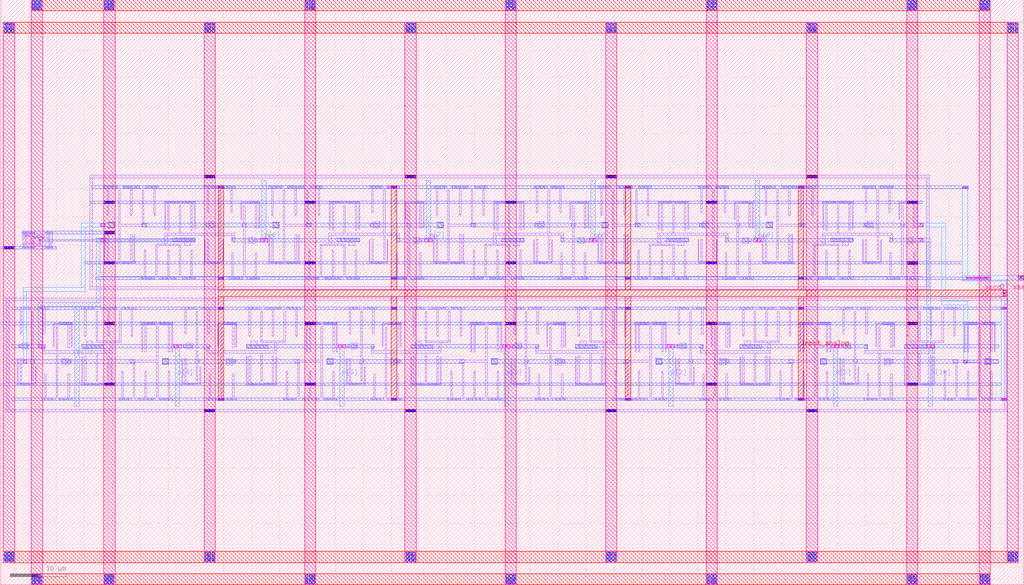
<source format=lef>
VERSION 5.7 ;
  NOWIREEXTENSIONATPIN ON ;
  DIVIDERCHAR "/" ;
  BUSBITCHARS "[]" ;
MACRO ring_osc
  CLASS BLOCK ;
  FOREIGN ring_osc ;
  ORIGIN 0.000 1.290 ;
  SIZE 183.500 BY 40.660 ;
  OBS
      LAYER li1 ;
        RECT 18.570 37.840 20.915 38.320 ;
        RECT 21.980 37.840 24.840 38.320 ;
        RECT 25.895 37.840 28.240 38.320 ;
        RECT 36.545 37.840 38.890 38.320 ;
        RECT 39.690 37.840 42.035 38.320 ;
        RECT 48.070 37.840 50.415 38.320 ;
        RECT 51.480 37.840 54.340 38.320 ;
        RECT 55.395 37.840 57.740 38.320 ;
        RECT 66.045 37.840 68.390 38.320 ;
        RECT 69.190 37.840 71.535 38.320 ;
        RECT 77.570 37.840 79.915 38.320 ;
        RECT 80.980 37.840 83.840 38.320 ;
        RECT 84.895 37.840 87.240 38.320 ;
        RECT 95.545 37.840 97.890 38.320 ;
        RECT 98.690 37.840 101.035 38.320 ;
        RECT 107.070 37.840 109.415 38.320 ;
        RECT 110.480 37.840 113.340 38.320 ;
        RECT 114.395 37.840 116.740 38.320 ;
        RECT 125.045 37.840 127.390 38.320 ;
        RECT 128.190 37.840 130.535 38.320 ;
        RECT 136.570 37.840 138.915 38.320 ;
        RECT 139.980 37.840 142.840 38.320 ;
        RECT 143.895 37.840 146.240 38.320 ;
        RECT 154.545 37.840 156.890 38.320 ;
        RECT 157.690 37.840 160.035 38.320 ;
        RECT 19.080 33.245 19.370 37.840 ;
        RECT 19.140 33.000 19.310 33.245 ;
        RECT 19.290 30.790 20.420 31.790 ;
        RECT 21.170 31.480 21.460 37.540 ;
        RECT 23.260 33.245 23.550 37.840 ;
        RECT 23.320 33.000 23.490 33.245 ;
        RECT 25.350 31.580 25.640 37.540 ;
        RECT 27.440 33.245 27.730 37.840 ;
        RECT 29.400 35.455 31.745 35.600 ;
        RECT 32.545 35.455 34.890 35.600 ;
        RECT 29.400 35.285 34.890 35.455 ;
        RECT 29.400 35.120 31.745 35.285 ;
        RECT 32.545 35.120 34.890 35.285 ;
        RECT 27.500 33.235 27.695 33.245 ;
        RECT 27.500 33.000 27.670 33.235 ;
        RECT 25.350 31.480 26.170 31.580 ;
        RECT 21.170 30.980 26.170 31.480 ;
        RECT 4.340 30.005 5.310 30.160 ;
        RECT 8.340 30.005 9.310 30.160 ;
        RECT 3.820 29.835 6.120 30.005 ;
        RECT 7.990 29.835 9.370 30.005 ;
        RECT 3.905 29.265 4.165 29.665 ;
        RECT 4.335 29.435 5.270 29.835 ;
        RECT 5.440 29.325 6.035 29.665 ;
        RECT 3.905 29.095 5.270 29.265 ;
        RECT 3.905 28.195 4.365 28.925 ;
        RECT 4.535 28.025 5.270 29.095 ;
        RECT 3.905 27.855 5.270 28.025 ;
        RECT 5.440 28.005 5.615 29.325 ;
        RECT 6.330 29.155 7.780 29.375 ;
        RECT 5.795 29.075 7.780 29.155 ;
        RECT 8.265 29.110 8.595 29.835 ;
        RECT 5.795 28.855 6.630 29.075 ;
        RECT 7.480 28.940 7.780 29.075 ;
        RECT 5.795 28.175 6.035 28.855 ;
        RECT 5.440 27.875 6.035 28.005 ;
        RECT 6.860 27.875 7.160 28.710 ;
        RECT 7.480 28.640 8.595 28.940 ;
        RECT 3.905 27.455 4.165 27.855 ;
        RECT 4.335 27.285 5.270 27.685 ;
        RECT 5.440 27.575 7.160 27.875 ;
        RECT 5.440 27.455 6.035 27.575 ;
        RECT 8.075 27.455 8.595 28.640 ;
        RECT 8.765 28.115 9.285 29.665 ;
        RECT 8.765 27.285 9.105 27.945 ;
        RECT 3.820 27.115 6.120 27.285 ;
        RECT 7.990 27.115 9.370 27.285 ;
        RECT 18.570 24.720 18.740 29.575 ;
        RECT 19.080 24.720 19.370 29.570 ;
        RECT 21.170 25.030 21.460 30.980 ;
        RECT 29.400 30.460 29.570 35.120 ;
        RECT 29.910 30.290 30.200 35.120 ;
        RECT 32.000 29.850 32.290 34.850 ;
        RECT 34.090 30.290 34.380 35.120 ;
        RECT 34.720 30.520 34.890 35.120 ;
        RECT 37.055 33.490 37.345 37.840 ;
        RECT 37.290 31.580 38.490 31.890 ;
        RECT 36.790 30.960 38.490 31.580 ;
        RECT 37.290 30.760 38.490 30.960 ;
        RECT 39.140 29.850 39.435 37.530 ;
        RECT 41.235 33.490 41.525 37.840 ;
        RECT 44.325 35.570 46.420 35.600 ;
        RECT 44.170 35.405 46.420 35.570 ;
        RECT 43.020 35.235 46.420 35.405 ;
        RECT 43.020 32.260 43.190 35.235 ;
        RECT 44.170 35.150 46.420 35.235 ;
        RECT 44.325 35.120 46.420 35.150 ;
        RECT 43.525 31.675 43.820 34.750 ;
        RECT 43.295 30.895 44.035 31.675 ;
        RECT 23.260 24.720 23.550 29.570 ;
        RECT 23.890 24.720 24.060 29.575 ;
        RECT 29.360 29.350 41.955 29.850 ;
        RECT 29.360 27.910 29.860 29.350 ;
        RECT 30.890 28.320 34.890 28.920 ;
        RECT 32.890 28.200 34.890 28.320 ;
        RECT 27.820 27.620 32.290 27.910 ;
        RECT 32.890 27.620 34.090 28.200 ;
        RECT 25.790 26.595 25.960 26.830 ;
        RECT 25.765 26.585 25.960 26.595 ;
        RECT 18.570 24.595 20.915 24.720 ;
        RECT 21.715 24.690 24.060 24.720 ;
        RECT 21.715 24.595 24.240 24.690 ;
        RECT 18.570 24.425 24.240 24.595 ;
        RECT 18.570 24.240 20.915 24.425 ;
        RECT 21.715 24.270 24.240 24.425 ;
        RECT 21.715 24.240 24.060 24.270 ;
        RECT 25.730 22.000 26.020 26.585 ;
        RECT 27.820 22.290 28.110 27.620 ;
        RECT 29.970 26.585 30.140 26.810 ;
        RECT 29.910 22.000 30.200 26.585 ;
        RECT 32.000 22.290 32.290 27.620 ;
        RECT 34.150 26.585 34.320 26.810 ;
        RECT 34.090 22.000 34.380 26.585 ;
        RECT 36.545 24.720 36.715 28.645 ;
        RECT 37.055 24.720 37.345 28.790 ;
        RECT 39.145 25.085 39.440 29.350 ;
        RECT 36.545 24.690 38.640 24.720 ;
        RECT 36.545 24.600 38.795 24.690 ;
        RECT 39.775 24.600 39.945 28.635 ;
        RECT 41.455 28.200 41.955 29.350 ;
        RECT 36.545 24.430 39.945 24.600 ;
        RECT 36.545 24.270 38.795 24.430 ;
        RECT 36.545 24.240 38.640 24.270 ;
        RECT 41.440 22.000 41.730 26.345 ;
        RECT 43.525 22.305 43.820 30.895 ;
        RECT 45.620 30.710 45.910 35.120 ;
        RECT 46.250 30.705 46.420 35.120 ;
        RECT 48.580 33.245 48.870 37.840 ;
        RECT 48.640 33.000 48.810 33.245 ;
        RECT 48.790 30.790 49.920 31.790 ;
        RECT 50.670 31.480 50.960 37.540 ;
        RECT 52.760 33.245 53.050 37.840 ;
        RECT 52.820 33.000 52.990 33.245 ;
        RECT 54.850 31.580 55.140 37.540 ;
        RECT 56.940 33.245 57.230 37.840 ;
        RECT 58.900 35.455 61.245 35.600 ;
        RECT 62.045 35.455 64.390 35.600 ;
        RECT 58.900 35.285 64.390 35.455 ;
        RECT 58.900 35.120 61.245 35.285 ;
        RECT 62.045 35.120 64.390 35.285 ;
        RECT 57.000 33.235 57.195 33.245 ;
        RECT 57.000 33.000 57.170 33.235 ;
        RECT 54.850 31.480 55.670 31.580 ;
        RECT 50.670 30.980 55.670 31.480 ;
        RECT 44.440 28.860 45.620 29.060 ;
        RECT 44.440 28.260 46.120 28.860 ;
        RECT 44.440 27.980 45.620 28.260 ;
        RECT 45.620 22.000 45.910 26.345 ;
        RECT 48.070 24.720 48.240 29.575 ;
        RECT 48.580 24.720 48.870 29.570 ;
        RECT 50.670 25.030 50.960 30.980 ;
        RECT 58.900 30.460 59.070 35.120 ;
        RECT 59.410 30.290 59.700 35.120 ;
        RECT 61.500 29.850 61.790 34.850 ;
        RECT 63.590 30.290 63.880 35.120 ;
        RECT 64.220 30.520 64.390 35.120 ;
        RECT 66.555 33.490 66.845 37.840 ;
        RECT 66.790 31.580 67.990 31.890 ;
        RECT 66.290 30.960 67.990 31.580 ;
        RECT 66.790 30.760 67.990 30.960 ;
        RECT 68.640 29.850 68.935 37.530 ;
        RECT 70.735 33.490 71.025 37.840 ;
        RECT 73.825 35.570 75.920 35.600 ;
        RECT 73.670 35.405 75.920 35.570 ;
        RECT 72.520 35.235 75.920 35.405 ;
        RECT 72.520 32.260 72.690 35.235 ;
        RECT 73.670 35.150 75.920 35.235 ;
        RECT 73.825 35.120 75.920 35.150 ;
        RECT 73.025 31.675 73.320 34.750 ;
        RECT 72.795 30.895 73.535 31.675 ;
        RECT 52.760 24.720 53.050 29.570 ;
        RECT 53.390 24.720 53.560 29.575 ;
        RECT 58.860 29.350 71.455 29.850 ;
        RECT 58.860 27.910 59.360 29.350 ;
        RECT 60.390 28.320 64.390 28.920 ;
        RECT 62.390 28.200 64.390 28.320 ;
        RECT 57.320 27.620 61.790 27.910 ;
        RECT 62.390 27.620 63.590 28.200 ;
        RECT 55.290 26.595 55.460 26.830 ;
        RECT 55.265 26.585 55.460 26.595 ;
        RECT 48.070 24.595 50.415 24.720 ;
        RECT 51.215 24.690 53.560 24.720 ;
        RECT 51.215 24.595 53.740 24.690 ;
        RECT 48.070 24.425 53.740 24.595 ;
        RECT 48.070 24.240 50.415 24.425 ;
        RECT 51.215 24.270 53.740 24.425 ;
        RECT 51.215 24.240 53.560 24.270 ;
        RECT 55.230 22.000 55.520 26.585 ;
        RECT 57.320 22.290 57.610 27.620 ;
        RECT 59.470 26.585 59.640 26.810 ;
        RECT 59.410 22.000 59.700 26.585 ;
        RECT 61.500 22.290 61.790 27.620 ;
        RECT 63.650 26.585 63.820 26.810 ;
        RECT 63.590 22.000 63.880 26.585 ;
        RECT 66.045 24.720 66.215 28.645 ;
        RECT 66.555 24.720 66.845 28.790 ;
        RECT 68.645 25.085 68.940 29.350 ;
        RECT 66.045 24.690 68.140 24.720 ;
        RECT 66.045 24.600 68.295 24.690 ;
        RECT 69.275 24.600 69.445 28.635 ;
        RECT 70.955 28.200 71.455 29.350 ;
        RECT 66.045 24.430 69.445 24.600 ;
        RECT 66.045 24.270 68.295 24.430 ;
        RECT 66.045 24.240 68.140 24.270 ;
        RECT 70.940 22.000 71.230 26.345 ;
        RECT 73.025 22.305 73.320 30.895 ;
        RECT 75.120 30.710 75.410 35.120 ;
        RECT 75.750 30.705 75.920 35.120 ;
        RECT 78.080 33.245 78.370 37.840 ;
        RECT 78.140 33.000 78.310 33.245 ;
        RECT 78.290 30.790 79.420 31.790 ;
        RECT 80.170 31.480 80.460 37.540 ;
        RECT 82.260 33.245 82.550 37.840 ;
        RECT 82.320 33.000 82.490 33.245 ;
        RECT 84.350 31.580 84.640 37.540 ;
        RECT 86.440 33.245 86.730 37.840 ;
        RECT 88.400 35.455 90.745 35.600 ;
        RECT 91.545 35.455 93.890 35.600 ;
        RECT 88.400 35.285 93.890 35.455 ;
        RECT 88.400 35.120 90.745 35.285 ;
        RECT 91.545 35.120 93.890 35.285 ;
        RECT 86.500 33.235 86.695 33.245 ;
        RECT 86.500 33.000 86.670 33.235 ;
        RECT 84.350 31.480 85.170 31.580 ;
        RECT 80.170 30.980 85.170 31.480 ;
        RECT 73.940 28.860 75.120 29.060 ;
        RECT 73.940 28.260 75.620 28.860 ;
        RECT 73.940 27.980 75.120 28.260 ;
        RECT 75.120 22.000 75.410 26.345 ;
        RECT 77.570 24.720 77.740 29.575 ;
        RECT 78.080 24.720 78.370 29.570 ;
        RECT 80.170 25.030 80.460 30.980 ;
        RECT 88.400 30.460 88.570 35.120 ;
        RECT 88.910 30.290 89.200 35.120 ;
        RECT 91.000 29.850 91.290 34.850 ;
        RECT 93.090 30.290 93.380 35.120 ;
        RECT 93.720 30.520 93.890 35.120 ;
        RECT 96.055 33.490 96.345 37.840 ;
        RECT 96.290 31.580 97.490 31.890 ;
        RECT 95.790 30.960 97.490 31.580 ;
        RECT 96.290 30.760 97.490 30.960 ;
        RECT 98.140 29.850 98.435 37.530 ;
        RECT 100.235 33.490 100.525 37.840 ;
        RECT 103.325 35.570 105.420 35.600 ;
        RECT 103.170 35.405 105.420 35.570 ;
        RECT 102.020 35.235 105.420 35.405 ;
        RECT 102.020 32.260 102.190 35.235 ;
        RECT 103.170 35.150 105.420 35.235 ;
        RECT 103.325 35.120 105.420 35.150 ;
        RECT 102.525 31.675 102.820 34.750 ;
        RECT 102.295 30.895 103.035 31.675 ;
        RECT 82.260 24.720 82.550 29.570 ;
        RECT 82.890 24.720 83.060 29.575 ;
        RECT 88.360 29.350 100.955 29.850 ;
        RECT 88.360 27.910 88.860 29.350 ;
        RECT 89.890 28.320 93.890 28.920 ;
        RECT 91.890 28.200 93.890 28.320 ;
        RECT 86.820 27.620 91.290 27.910 ;
        RECT 91.890 27.620 93.090 28.200 ;
        RECT 84.790 26.595 84.960 26.830 ;
        RECT 84.765 26.585 84.960 26.595 ;
        RECT 77.570 24.595 79.915 24.720 ;
        RECT 80.715 24.690 83.060 24.720 ;
        RECT 80.715 24.595 83.240 24.690 ;
        RECT 77.570 24.425 83.240 24.595 ;
        RECT 77.570 24.240 79.915 24.425 ;
        RECT 80.715 24.270 83.240 24.425 ;
        RECT 80.715 24.240 83.060 24.270 ;
        RECT 84.730 22.000 85.020 26.585 ;
        RECT 86.820 22.290 87.110 27.620 ;
        RECT 88.970 26.585 89.140 26.810 ;
        RECT 88.910 22.000 89.200 26.585 ;
        RECT 91.000 22.290 91.290 27.620 ;
        RECT 93.150 26.585 93.320 26.810 ;
        RECT 93.090 22.000 93.380 26.585 ;
        RECT 95.545 24.720 95.715 28.645 ;
        RECT 96.055 24.720 96.345 28.790 ;
        RECT 98.145 25.085 98.440 29.350 ;
        RECT 95.545 24.690 97.640 24.720 ;
        RECT 95.545 24.600 97.795 24.690 ;
        RECT 98.775 24.600 98.945 28.635 ;
        RECT 100.455 28.200 100.955 29.350 ;
        RECT 95.545 24.430 98.945 24.600 ;
        RECT 95.545 24.270 97.795 24.430 ;
        RECT 95.545 24.240 97.640 24.270 ;
        RECT 100.440 22.000 100.730 26.345 ;
        RECT 102.525 22.305 102.820 30.895 ;
        RECT 104.620 30.710 104.910 35.120 ;
        RECT 105.250 30.705 105.420 35.120 ;
        RECT 107.580 33.245 107.870 37.840 ;
        RECT 107.640 33.000 107.810 33.245 ;
        RECT 107.790 30.790 108.920 31.790 ;
        RECT 109.670 31.480 109.960 37.540 ;
        RECT 111.760 33.245 112.050 37.840 ;
        RECT 111.820 33.000 111.990 33.245 ;
        RECT 113.850 31.580 114.140 37.540 ;
        RECT 115.940 33.245 116.230 37.840 ;
        RECT 117.900 35.455 120.245 35.600 ;
        RECT 121.045 35.455 123.390 35.600 ;
        RECT 117.900 35.285 123.390 35.455 ;
        RECT 117.900 35.120 120.245 35.285 ;
        RECT 121.045 35.120 123.390 35.285 ;
        RECT 116.000 33.235 116.195 33.245 ;
        RECT 116.000 33.000 116.170 33.235 ;
        RECT 113.850 31.480 114.670 31.580 ;
        RECT 109.670 30.980 114.670 31.480 ;
        RECT 103.440 28.860 104.620 29.060 ;
        RECT 103.440 28.260 105.120 28.860 ;
        RECT 103.440 27.980 104.620 28.260 ;
        RECT 104.620 22.000 104.910 26.345 ;
        RECT 107.070 24.720 107.240 29.575 ;
        RECT 107.580 24.720 107.870 29.570 ;
        RECT 109.670 25.030 109.960 30.980 ;
        RECT 117.900 30.460 118.070 35.120 ;
        RECT 118.410 30.290 118.700 35.120 ;
        RECT 120.500 29.850 120.790 34.850 ;
        RECT 122.590 30.290 122.880 35.120 ;
        RECT 123.220 30.520 123.390 35.120 ;
        RECT 125.555 33.490 125.845 37.840 ;
        RECT 125.790 31.580 126.990 31.890 ;
        RECT 125.290 30.960 126.990 31.580 ;
        RECT 125.790 30.760 126.990 30.960 ;
        RECT 127.640 29.850 127.935 37.530 ;
        RECT 129.735 33.490 130.025 37.840 ;
        RECT 132.825 35.570 134.920 35.600 ;
        RECT 132.670 35.405 134.920 35.570 ;
        RECT 131.520 35.235 134.920 35.405 ;
        RECT 131.520 32.260 131.690 35.235 ;
        RECT 132.670 35.150 134.920 35.235 ;
        RECT 132.825 35.120 134.920 35.150 ;
        RECT 132.025 31.675 132.320 34.750 ;
        RECT 131.795 30.895 132.535 31.675 ;
        RECT 111.760 24.720 112.050 29.570 ;
        RECT 112.390 24.720 112.560 29.575 ;
        RECT 117.860 29.350 130.455 29.850 ;
        RECT 117.860 27.910 118.360 29.350 ;
        RECT 119.390 28.320 123.390 28.920 ;
        RECT 121.390 28.200 123.390 28.320 ;
        RECT 116.320 27.620 120.790 27.910 ;
        RECT 121.390 27.620 122.590 28.200 ;
        RECT 114.290 26.595 114.460 26.830 ;
        RECT 114.265 26.585 114.460 26.595 ;
        RECT 107.070 24.595 109.415 24.720 ;
        RECT 110.215 24.690 112.560 24.720 ;
        RECT 110.215 24.595 112.740 24.690 ;
        RECT 107.070 24.425 112.740 24.595 ;
        RECT 107.070 24.240 109.415 24.425 ;
        RECT 110.215 24.270 112.740 24.425 ;
        RECT 110.215 24.240 112.560 24.270 ;
        RECT 114.230 22.000 114.520 26.585 ;
        RECT 116.320 22.290 116.610 27.620 ;
        RECT 118.470 26.585 118.640 26.810 ;
        RECT 118.410 22.000 118.700 26.585 ;
        RECT 120.500 22.290 120.790 27.620 ;
        RECT 122.650 26.585 122.820 26.810 ;
        RECT 122.590 22.000 122.880 26.585 ;
        RECT 125.045 24.720 125.215 28.645 ;
        RECT 125.555 24.720 125.845 28.790 ;
        RECT 127.645 25.085 127.940 29.350 ;
        RECT 125.045 24.690 127.140 24.720 ;
        RECT 125.045 24.600 127.295 24.690 ;
        RECT 128.275 24.600 128.445 28.635 ;
        RECT 129.955 28.200 130.455 29.350 ;
        RECT 125.045 24.430 128.445 24.600 ;
        RECT 125.045 24.270 127.295 24.430 ;
        RECT 125.045 24.240 127.140 24.270 ;
        RECT 129.940 22.000 130.230 26.345 ;
        RECT 132.025 22.305 132.320 30.895 ;
        RECT 134.120 30.710 134.410 35.120 ;
        RECT 134.750 30.705 134.920 35.120 ;
        RECT 137.080 33.245 137.370 37.840 ;
        RECT 137.140 33.000 137.310 33.245 ;
        RECT 137.290 30.790 138.420 31.790 ;
        RECT 139.170 31.480 139.460 37.540 ;
        RECT 141.260 33.245 141.550 37.840 ;
        RECT 141.320 33.000 141.490 33.245 ;
        RECT 143.350 31.580 143.640 37.540 ;
        RECT 145.440 33.245 145.730 37.840 ;
        RECT 147.400 35.455 149.745 35.600 ;
        RECT 150.545 35.455 152.890 35.600 ;
        RECT 147.400 35.285 152.890 35.455 ;
        RECT 147.400 35.120 149.745 35.285 ;
        RECT 150.545 35.120 152.890 35.285 ;
        RECT 145.500 33.235 145.695 33.245 ;
        RECT 145.500 33.000 145.670 33.235 ;
        RECT 143.350 31.480 144.170 31.580 ;
        RECT 139.170 30.980 144.170 31.480 ;
        RECT 132.940 28.860 134.120 29.060 ;
        RECT 132.940 28.260 134.620 28.860 ;
        RECT 132.940 27.980 134.120 28.260 ;
        RECT 134.120 22.000 134.410 26.345 ;
        RECT 136.570 24.720 136.740 29.575 ;
        RECT 137.080 24.720 137.370 29.570 ;
        RECT 139.170 25.030 139.460 30.980 ;
        RECT 147.400 30.460 147.570 35.120 ;
        RECT 147.910 30.290 148.200 35.120 ;
        RECT 150.000 29.850 150.290 34.850 ;
        RECT 152.090 30.290 152.380 35.120 ;
        RECT 152.720 30.520 152.890 35.120 ;
        RECT 155.055 33.490 155.345 37.840 ;
        RECT 155.290 31.580 156.490 31.890 ;
        RECT 154.790 30.960 156.490 31.580 ;
        RECT 155.290 30.760 156.490 30.960 ;
        RECT 157.140 29.850 157.435 37.530 ;
        RECT 159.235 33.490 159.525 37.840 ;
        RECT 162.325 35.570 164.420 35.600 ;
        RECT 162.170 35.405 164.420 35.570 ;
        RECT 161.020 35.235 164.420 35.405 ;
        RECT 161.020 32.260 161.190 35.235 ;
        RECT 162.170 35.150 164.420 35.235 ;
        RECT 162.325 35.120 164.420 35.150 ;
        RECT 161.525 31.675 161.820 34.750 ;
        RECT 161.295 30.895 162.035 31.675 ;
        RECT 141.260 24.720 141.550 29.570 ;
        RECT 141.890 24.720 142.060 29.575 ;
        RECT 147.360 29.350 159.955 29.850 ;
        RECT 147.360 27.910 147.860 29.350 ;
        RECT 148.890 28.320 152.890 28.920 ;
        RECT 150.890 28.200 152.890 28.320 ;
        RECT 145.820 27.620 150.290 27.910 ;
        RECT 150.890 27.620 152.090 28.200 ;
        RECT 143.790 26.595 143.960 26.830 ;
        RECT 143.765 26.585 143.960 26.595 ;
        RECT 136.570 24.595 138.915 24.720 ;
        RECT 139.715 24.690 142.060 24.720 ;
        RECT 139.715 24.595 142.240 24.690 ;
        RECT 136.570 24.425 142.240 24.595 ;
        RECT 136.570 24.240 138.915 24.425 ;
        RECT 139.715 24.270 142.240 24.425 ;
        RECT 139.715 24.240 142.060 24.270 ;
        RECT 143.730 22.000 144.020 26.585 ;
        RECT 145.820 22.290 146.110 27.620 ;
        RECT 147.970 26.585 148.140 26.810 ;
        RECT 147.910 22.000 148.200 26.585 ;
        RECT 150.000 22.290 150.290 27.620 ;
        RECT 152.150 26.585 152.320 26.810 ;
        RECT 152.090 22.000 152.380 26.585 ;
        RECT 154.545 24.720 154.715 28.645 ;
        RECT 155.055 24.720 155.345 28.790 ;
        RECT 157.145 25.085 157.440 29.350 ;
        RECT 154.545 24.690 156.640 24.720 ;
        RECT 154.545 24.600 156.795 24.690 ;
        RECT 157.775 24.600 157.945 28.635 ;
        RECT 159.455 28.200 159.955 29.350 ;
        RECT 154.545 24.430 157.945 24.600 ;
        RECT 154.545 24.270 156.795 24.430 ;
        RECT 154.545 24.240 156.640 24.270 ;
        RECT 159.440 22.000 159.730 26.345 ;
        RECT 161.525 22.305 161.820 30.895 ;
        RECT 163.620 30.710 163.910 35.120 ;
        RECT 164.250 30.705 164.420 35.120 ;
        RECT 162.440 28.860 163.620 29.060 ;
        RECT 162.440 28.260 164.120 28.860 ;
        RECT 162.440 27.980 163.620 28.260 ;
        RECT 163.620 22.000 163.910 26.345 ;
        RECT 25.220 21.520 27.570 22.000 ;
        RECT 28.620 21.520 31.480 22.000 ;
        RECT 32.545 21.520 34.890 22.000 ;
        RECT 40.930 21.970 43.270 22.000 ;
        RECT 44.080 21.970 46.420 22.000 ;
        RECT 40.930 21.550 43.275 21.970 ;
        RECT 44.075 21.550 46.420 21.970 ;
        RECT 40.930 21.520 43.270 21.550 ;
        RECT 44.080 21.520 46.420 21.550 ;
        RECT 54.720 21.520 57.070 22.000 ;
        RECT 58.120 21.520 60.980 22.000 ;
        RECT 62.045 21.520 64.390 22.000 ;
        RECT 70.430 21.970 72.770 22.000 ;
        RECT 73.580 21.970 75.920 22.000 ;
        RECT 70.430 21.550 72.775 21.970 ;
        RECT 73.575 21.550 75.920 21.970 ;
        RECT 70.430 21.520 72.770 21.550 ;
        RECT 73.580 21.520 75.920 21.550 ;
        RECT 84.220 21.520 86.570 22.000 ;
        RECT 87.620 21.520 90.480 22.000 ;
        RECT 91.545 21.520 93.890 22.000 ;
        RECT 99.930 21.970 102.270 22.000 ;
        RECT 103.080 21.970 105.420 22.000 ;
        RECT 99.930 21.550 102.275 21.970 ;
        RECT 103.075 21.550 105.420 21.970 ;
        RECT 99.930 21.520 102.270 21.550 ;
        RECT 103.080 21.520 105.420 21.550 ;
        RECT 113.720 21.520 116.070 22.000 ;
        RECT 117.120 21.520 119.980 22.000 ;
        RECT 121.045 21.520 123.390 22.000 ;
        RECT 129.430 21.970 131.770 22.000 ;
        RECT 132.580 21.970 134.920 22.000 ;
        RECT 129.430 21.550 131.775 21.970 ;
        RECT 132.575 21.550 134.920 21.970 ;
        RECT 129.430 21.520 131.770 21.550 ;
        RECT 132.580 21.520 134.920 21.550 ;
        RECT 143.220 21.520 145.570 22.000 ;
        RECT 146.620 21.520 149.480 22.000 ;
        RECT 150.545 21.520 152.890 22.000 ;
        RECT 158.930 21.970 161.270 22.000 ;
        RECT 162.080 21.970 164.420 22.000 ;
        RECT 158.930 21.550 161.275 21.970 ;
        RECT 162.075 21.550 164.420 21.970 ;
        RECT 158.930 21.520 161.270 21.550 ;
        RECT 162.080 21.520 164.420 21.550 ;
        RECT 2.970 16.530 5.310 16.560 ;
        RECT 6.120 16.530 8.460 16.560 ;
        RECT 2.970 16.110 5.315 16.530 ;
        RECT 6.115 16.110 8.460 16.530 ;
        RECT 2.970 16.080 5.310 16.110 ;
        RECT 6.120 16.080 8.460 16.110 ;
        RECT 14.500 16.080 16.845 16.560 ;
        RECT 17.910 16.080 20.770 16.560 ;
        RECT 21.820 16.080 24.170 16.560 ;
        RECT 32.470 16.530 34.810 16.560 ;
        RECT 35.620 16.530 37.960 16.560 ;
        RECT 32.470 16.110 34.815 16.530 ;
        RECT 35.615 16.110 37.960 16.530 ;
        RECT 32.470 16.080 34.810 16.110 ;
        RECT 35.620 16.080 37.960 16.110 ;
        RECT 44.000 16.080 46.345 16.560 ;
        RECT 47.410 16.080 50.270 16.560 ;
        RECT 51.320 16.080 53.670 16.560 ;
        RECT 61.970 16.530 64.310 16.560 ;
        RECT 65.120 16.530 67.460 16.560 ;
        RECT 61.970 16.110 64.315 16.530 ;
        RECT 65.115 16.110 67.460 16.530 ;
        RECT 61.970 16.080 64.310 16.110 ;
        RECT 65.120 16.080 67.460 16.110 ;
        RECT 73.500 16.080 75.845 16.560 ;
        RECT 76.910 16.080 79.770 16.560 ;
        RECT 80.820 16.080 83.170 16.560 ;
        RECT 91.470 16.530 93.810 16.560 ;
        RECT 94.620 16.530 96.960 16.560 ;
        RECT 91.470 16.110 93.815 16.530 ;
        RECT 94.615 16.110 96.960 16.530 ;
        RECT 91.470 16.080 93.810 16.110 ;
        RECT 94.620 16.080 96.960 16.110 ;
        RECT 103.000 16.080 105.345 16.560 ;
        RECT 106.410 16.080 109.270 16.560 ;
        RECT 110.320 16.080 112.670 16.560 ;
        RECT 120.970 16.530 123.310 16.560 ;
        RECT 124.120 16.530 126.460 16.560 ;
        RECT 120.970 16.110 123.315 16.530 ;
        RECT 124.115 16.110 126.460 16.530 ;
        RECT 120.970 16.080 123.310 16.110 ;
        RECT 124.120 16.080 126.460 16.110 ;
        RECT 132.500 16.080 134.845 16.560 ;
        RECT 135.910 16.080 138.770 16.560 ;
        RECT 139.820 16.080 142.170 16.560 ;
        RECT 150.470 16.530 152.810 16.560 ;
        RECT 153.620 16.530 155.960 16.560 ;
        RECT 150.470 16.110 152.815 16.530 ;
        RECT 153.615 16.110 155.960 16.530 ;
        RECT 150.470 16.080 152.810 16.110 ;
        RECT 153.620 16.080 155.960 16.110 ;
        RECT 162.000 16.080 164.345 16.560 ;
        RECT 165.410 16.080 168.270 16.560 ;
        RECT 169.320 16.080 171.670 16.560 ;
        RECT 3.480 11.735 3.770 16.080 ;
        RECT 3.770 9.820 4.950 10.100 ;
        RECT 3.270 9.220 4.950 9.820 ;
        RECT 3.770 9.020 4.950 9.220 ;
        RECT 2.970 2.960 3.140 7.375 ;
        RECT 3.480 2.960 3.770 7.370 ;
        RECT 5.570 7.185 5.865 15.775 ;
        RECT 7.660 11.735 7.950 16.080 ;
        RECT 10.750 13.810 12.845 13.840 ;
        RECT 10.595 13.650 12.845 13.810 ;
        RECT 9.445 13.480 12.845 13.650 ;
        RECT 7.435 8.730 7.935 9.880 ;
        RECT 9.445 9.445 9.615 13.480 ;
        RECT 10.595 13.390 12.845 13.480 ;
        RECT 10.750 13.360 12.845 13.390 ;
        RECT 9.950 8.730 10.245 12.995 ;
        RECT 12.045 9.290 12.335 13.360 ;
        RECT 12.675 9.435 12.845 13.360 ;
        RECT 15.010 11.495 15.300 16.080 ;
        RECT 15.070 11.270 15.240 11.495 ;
        RECT 17.100 10.460 17.390 15.790 ;
        RECT 19.190 11.495 19.480 16.080 ;
        RECT 19.250 11.270 19.420 11.495 ;
        RECT 21.280 10.460 21.570 15.790 ;
        RECT 23.370 11.495 23.660 16.080 ;
        RECT 25.330 13.810 27.675 13.840 ;
        RECT 25.150 13.655 27.675 13.810 ;
        RECT 28.475 13.655 30.820 13.840 ;
        RECT 25.150 13.485 30.820 13.655 ;
        RECT 25.150 13.390 27.675 13.485 ;
        RECT 25.330 13.360 27.675 13.390 ;
        RECT 28.475 13.360 30.820 13.485 ;
        RECT 23.430 11.485 23.625 11.495 ;
        RECT 23.430 11.250 23.600 11.485 ;
        RECT 15.300 9.880 16.500 10.460 ;
        RECT 17.100 10.170 21.570 10.460 ;
        RECT 14.500 9.760 16.500 9.880 ;
        RECT 14.500 9.160 18.500 9.760 ;
        RECT 19.530 8.730 20.030 10.170 ;
        RECT 7.435 8.230 20.030 8.730 ;
        RECT 25.330 8.505 25.500 13.360 ;
        RECT 25.840 8.510 26.130 13.360 ;
        RECT 5.355 6.405 6.095 7.185 ;
        RECT 5.570 3.330 5.865 6.405 ;
        RECT 2.970 2.930 5.065 2.960 ;
        RECT 2.970 2.845 5.220 2.930 ;
        RECT 6.200 2.845 6.370 5.820 ;
        RECT 2.970 2.675 6.370 2.845 ;
        RECT 2.970 2.510 5.220 2.675 ;
        RECT 2.970 2.480 5.065 2.510 ;
        RECT 7.865 0.240 8.155 4.590 ;
        RECT 9.955 0.550 10.250 8.230 ;
        RECT 10.900 7.120 12.100 7.320 ;
        RECT 10.900 6.500 12.600 7.120 ;
        RECT 10.900 6.190 12.100 6.500 ;
        RECT 12.045 0.240 12.335 4.590 ;
        RECT 14.500 2.960 14.670 7.560 ;
        RECT 15.010 2.960 15.300 7.790 ;
        RECT 17.100 3.230 17.390 8.230 ;
        RECT 19.190 2.960 19.480 7.790 ;
        RECT 19.820 2.960 19.990 7.620 ;
        RECT 27.930 7.100 28.220 13.050 ;
        RECT 30.020 8.510 30.310 13.360 ;
        RECT 30.650 8.505 30.820 13.360 ;
        RECT 32.980 11.735 33.270 16.080 ;
        RECT 33.270 9.820 34.450 10.100 ;
        RECT 32.770 9.220 34.450 9.820 ;
        RECT 33.270 9.020 34.450 9.220 ;
        RECT 23.220 6.600 28.220 7.100 ;
        RECT 23.220 6.500 24.040 6.600 ;
        RECT 21.720 4.845 21.890 5.080 ;
        RECT 21.695 4.835 21.890 4.845 ;
        RECT 14.500 2.795 16.845 2.960 ;
        RECT 17.645 2.795 19.990 2.960 ;
        RECT 14.500 2.625 19.990 2.795 ;
        RECT 14.500 2.480 16.845 2.625 ;
        RECT 17.645 2.480 19.990 2.625 ;
        RECT 21.660 0.240 21.950 4.835 ;
        RECT 23.750 0.540 24.040 6.500 ;
        RECT 25.900 4.835 26.070 5.080 ;
        RECT 25.840 0.240 26.130 4.835 ;
        RECT 27.930 0.540 28.220 6.600 ;
        RECT 28.970 6.290 30.100 7.290 ;
        RECT 30.080 4.835 30.250 5.080 ;
        RECT 30.020 0.240 30.310 4.835 ;
        RECT 32.470 2.960 32.640 7.375 ;
        RECT 32.980 2.960 33.270 7.370 ;
        RECT 35.070 7.185 35.365 15.775 ;
        RECT 37.160 11.735 37.450 16.080 ;
        RECT 40.250 13.810 42.345 13.840 ;
        RECT 40.095 13.650 42.345 13.810 ;
        RECT 38.945 13.480 42.345 13.650 ;
        RECT 36.935 8.730 37.435 9.880 ;
        RECT 38.945 9.445 39.115 13.480 ;
        RECT 40.095 13.390 42.345 13.480 ;
        RECT 40.250 13.360 42.345 13.390 ;
        RECT 39.450 8.730 39.745 12.995 ;
        RECT 41.545 9.290 41.835 13.360 ;
        RECT 42.175 9.435 42.345 13.360 ;
        RECT 44.510 11.495 44.800 16.080 ;
        RECT 44.570 11.270 44.740 11.495 ;
        RECT 46.600 10.460 46.890 15.790 ;
        RECT 48.690 11.495 48.980 16.080 ;
        RECT 48.750 11.270 48.920 11.495 ;
        RECT 50.780 10.460 51.070 15.790 ;
        RECT 52.870 11.495 53.160 16.080 ;
        RECT 54.830 13.810 57.175 13.840 ;
        RECT 54.650 13.655 57.175 13.810 ;
        RECT 57.975 13.655 60.320 13.840 ;
        RECT 54.650 13.485 60.320 13.655 ;
        RECT 54.650 13.390 57.175 13.485 ;
        RECT 54.830 13.360 57.175 13.390 ;
        RECT 57.975 13.360 60.320 13.485 ;
        RECT 52.930 11.485 53.125 11.495 ;
        RECT 52.930 11.250 53.100 11.485 ;
        RECT 44.800 9.880 46.000 10.460 ;
        RECT 46.600 10.170 51.070 10.460 ;
        RECT 44.000 9.760 46.000 9.880 ;
        RECT 44.000 9.160 48.000 9.760 ;
        RECT 49.030 8.730 49.530 10.170 ;
        RECT 36.935 8.230 49.530 8.730 ;
        RECT 54.830 8.505 55.000 13.360 ;
        RECT 55.340 8.510 55.630 13.360 ;
        RECT 34.855 6.405 35.595 7.185 ;
        RECT 35.070 3.330 35.365 6.405 ;
        RECT 32.470 2.930 34.565 2.960 ;
        RECT 32.470 2.845 34.720 2.930 ;
        RECT 35.700 2.845 35.870 5.820 ;
        RECT 32.470 2.675 35.870 2.845 ;
        RECT 32.470 2.510 34.720 2.675 ;
        RECT 32.470 2.480 34.565 2.510 ;
        RECT 37.365 0.240 37.655 4.590 ;
        RECT 39.455 0.550 39.750 8.230 ;
        RECT 40.400 7.120 41.600 7.320 ;
        RECT 40.400 6.500 42.100 7.120 ;
        RECT 40.400 6.190 41.600 6.500 ;
        RECT 41.545 0.240 41.835 4.590 ;
        RECT 44.000 2.960 44.170 7.560 ;
        RECT 44.510 2.960 44.800 7.790 ;
        RECT 46.600 3.230 46.890 8.230 ;
        RECT 48.690 2.960 48.980 7.790 ;
        RECT 49.320 2.960 49.490 7.620 ;
        RECT 57.430 7.100 57.720 13.050 ;
        RECT 59.520 8.510 59.810 13.360 ;
        RECT 60.150 8.505 60.320 13.360 ;
        RECT 62.480 11.735 62.770 16.080 ;
        RECT 62.770 9.820 63.950 10.100 ;
        RECT 62.270 9.220 63.950 9.820 ;
        RECT 62.770 9.020 63.950 9.220 ;
        RECT 52.720 6.600 57.720 7.100 ;
        RECT 52.720 6.500 53.540 6.600 ;
        RECT 51.220 4.845 51.390 5.080 ;
        RECT 51.195 4.835 51.390 4.845 ;
        RECT 44.000 2.795 46.345 2.960 ;
        RECT 47.145 2.795 49.490 2.960 ;
        RECT 44.000 2.625 49.490 2.795 ;
        RECT 44.000 2.480 46.345 2.625 ;
        RECT 47.145 2.480 49.490 2.625 ;
        RECT 51.160 0.240 51.450 4.835 ;
        RECT 53.250 0.540 53.540 6.500 ;
        RECT 55.400 4.835 55.570 5.080 ;
        RECT 55.340 0.240 55.630 4.835 ;
        RECT 57.430 0.540 57.720 6.600 ;
        RECT 58.470 6.290 59.600 7.290 ;
        RECT 59.580 4.835 59.750 5.080 ;
        RECT 59.520 0.240 59.810 4.835 ;
        RECT 61.970 2.960 62.140 7.375 ;
        RECT 62.480 2.960 62.770 7.370 ;
        RECT 64.570 7.185 64.865 15.775 ;
        RECT 66.660 11.735 66.950 16.080 ;
        RECT 69.750 13.810 71.845 13.840 ;
        RECT 69.595 13.650 71.845 13.810 ;
        RECT 68.445 13.480 71.845 13.650 ;
        RECT 66.435 8.730 66.935 9.880 ;
        RECT 68.445 9.445 68.615 13.480 ;
        RECT 69.595 13.390 71.845 13.480 ;
        RECT 69.750 13.360 71.845 13.390 ;
        RECT 68.950 8.730 69.245 12.995 ;
        RECT 71.045 9.290 71.335 13.360 ;
        RECT 71.675 9.435 71.845 13.360 ;
        RECT 74.010 11.495 74.300 16.080 ;
        RECT 74.070 11.270 74.240 11.495 ;
        RECT 76.100 10.460 76.390 15.790 ;
        RECT 78.190 11.495 78.480 16.080 ;
        RECT 78.250 11.270 78.420 11.495 ;
        RECT 80.280 10.460 80.570 15.790 ;
        RECT 82.370 11.495 82.660 16.080 ;
        RECT 84.330 13.810 86.675 13.840 ;
        RECT 84.150 13.655 86.675 13.810 ;
        RECT 87.475 13.655 89.820 13.840 ;
        RECT 84.150 13.485 89.820 13.655 ;
        RECT 84.150 13.390 86.675 13.485 ;
        RECT 84.330 13.360 86.675 13.390 ;
        RECT 87.475 13.360 89.820 13.485 ;
        RECT 82.430 11.485 82.625 11.495 ;
        RECT 82.430 11.250 82.600 11.485 ;
        RECT 74.300 9.880 75.500 10.460 ;
        RECT 76.100 10.170 80.570 10.460 ;
        RECT 73.500 9.760 75.500 9.880 ;
        RECT 73.500 9.160 77.500 9.760 ;
        RECT 78.530 8.730 79.030 10.170 ;
        RECT 66.435 8.230 79.030 8.730 ;
        RECT 84.330 8.505 84.500 13.360 ;
        RECT 84.840 8.510 85.130 13.360 ;
        RECT 64.355 6.405 65.095 7.185 ;
        RECT 64.570 3.330 64.865 6.405 ;
        RECT 61.970 2.930 64.065 2.960 ;
        RECT 61.970 2.845 64.220 2.930 ;
        RECT 65.200 2.845 65.370 5.820 ;
        RECT 61.970 2.675 65.370 2.845 ;
        RECT 61.970 2.510 64.220 2.675 ;
        RECT 61.970 2.480 64.065 2.510 ;
        RECT 66.865 0.240 67.155 4.590 ;
        RECT 68.955 0.550 69.250 8.230 ;
        RECT 69.900 7.120 71.100 7.320 ;
        RECT 69.900 6.500 71.600 7.120 ;
        RECT 69.900 6.190 71.100 6.500 ;
        RECT 71.045 0.240 71.335 4.590 ;
        RECT 73.500 2.960 73.670 7.560 ;
        RECT 74.010 2.960 74.300 7.790 ;
        RECT 76.100 3.230 76.390 8.230 ;
        RECT 78.190 2.960 78.480 7.790 ;
        RECT 78.820 2.960 78.990 7.620 ;
        RECT 86.930 7.100 87.220 13.050 ;
        RECT 89.020 8.510 89.310 13.360 ;
        RECT 89.650 8.505 89.820 13.360 ;
        RECT 91.980 11.735 92.270 16.080 ;
        RECT 92.270 9.820 93.450 10.100 ;
        RECT 91.770 9.220 93.450 9.820 ;
        RECT 92.270 9.020 93.450 9.220 ;
        RECT 82.220 6.600 87.220 7.100 ;
        RECT 82.220 6.500 83.040 6.600 ;
        RECT 80.720 4.845 80.890 5.080 ;
        RECT 80.695 4.835 80.890 4.845 ;
        RECT 73.500 2.795 75.845 2.960 ;
        RECT 76.645 2.795 78.990 2.960 ;
        RECT 73.500 2.625 78.990 2.795 ;
        RECT 73.500 2.480 75.845 2.625 ;
        RECT 76.645 2.480 78.990 2.625 ;
        RECT 80.660 0.240 80.950 4.835 ;
        RECT 82.750 0.540 83.040 6.500 ;
        RECT 84.900 4.835 85.070 5.080 ;
        RECT 84.840 0.240 85.130 4.835 ;
        RECT 86.930 0.540 87.220 6.600 ;
        RECT 87.970 6.290 89.100 7.290 ;
        RECT 89.080 4.835 89.250 5.080 ;
        RECT 89.020 0.240 89.310 4.835 ;
        RECT 91.470 2.960 91.640 7.375 ;
        RECT 91.980 2.960 92.270 7.370 ;
        RECT 94.070 7.185 94.365 15.775 ;
        RECT 96.160 11.735 96.450 16.080 ;
        RECT 99.250 13.810 101.345 13.840 ;
        RECT 99.095 13.650 101.345 13.810 ;
        RECT 97.945 13.480 101.345 13.650 ;
        RECT 95.935 8.730 96.435 9.880 ;
        RECT 97.945 9.445 98.115 13.480 ;
        RECT 99.095 13.390 101.345 13.480 ;
        RECT 99.250 13.360 101.345 13.390 ;
        RECT 98.450 8.730 98.745 12.995 ;
        RECT 100.545 9.290 100.835 13.360 ;
        RECT 101.175 9.435 101.345 13.360 ;
        RECT 103.510 11.495 103.800 16.080 ;
        RECT 103.570 11.270 103.740 11.495 ;
        RECT 105.600 10.460 105.890 15.790 ;
        RECT 107.690 11.495 107.980 16.080 ;
        RECT 107.750 11.270 107.920 11.495 ;
        RECT 109.780 10.460 110.070 15.790 ;
        RECT 111.870 11.495 112.160 16.080 ;
        RECT 113.830 13.810 116.175 13.840 ;
        RECT 113.650 13.655 116.175 13.810 ;
        RECT 116.975 13.655 119.320 13.840 ;
        RECT 113.650 13.485 119.320 13.655 ;
        RECT 113.650 13.390 116.175 13.485 ;
        RECT 113.830 13.360 116.175 13.390 ;
        RECT 116.975 13.360 119.320 13.485 ;
        RECT 111.930 11.485 112.125 11.495 ;
        RECT 111.930 11.250 112.100 11.485 ;
        RECT 103.800 9.880 105.000 10.460 ;
        RECT 105.600 10.170 110.070 10.460 ;
        RECT 103.000 9.760 105.000 9.880 ;
        RECT 103.000 9.160 107.000 9.760 ;
        RECT 108.030 8.730 108.530 10.170 ;
        RECT 95.935 8.230 108.530 8.730 ;
        RECT 113.830 8.505 114.000 13.360 ;
        RECT 114.340 8.510 114.630 13.360 ;
        RECT 93.855 6.405 94.595 7.185 ;
        RECT 94.070 3.330 94.365 6.405 ;
        RECT 91.470 2.930 93.565 2.960 ;
        RECT 91.470 2.845 93.720 2.930 ;
        RECT 94.700 2.845 94.870 5.820 ;
        RECT 91.470 2.675 94.870 2.845 ;
        RECT 91.470 2.510 93.720 2.675 ;
        RECT 91.470 2.480 93.565 2.510 ;
        RECT 96.365 0.240 96.655 4.590 ;
        RECT 98.455 0.550 98.750 8.230 ;
        RECT 99.400 7.120 100.600 7.320 ;
        RECT 99.400 6.500 101.100 7.120 ;
        RECT 99.400 6.190 100.600 6.500 ;
        RECT 100.545 0.240 100.835 4.590 ;
        RECT 103.000 2.960 103.170 7.560 ;
        RECT 103.510 2.960 103.800 7.790 ;
        RECT 105.600 3.230 105.890 8.230 ;
        RECT 107.690 2.960 107.980 7.790 ;
        RECT 108.320 2.960 108.490 7.620 ;
        RECT 116.430 7.100 116.720 13.050 ;
        RECT 118.520 8.510 118.810 13.360 ;
        RECT 119.150 8.505 119.320 13.360 ;
        RECT 121.480 11.735 121.770 16.080 ;
        RECT 121.770 9.820 122.950 10.100 ;
        RECT 121.270 9.220 122.950 9.820 ;
        RECT 121.770 9.020 122.950 9.220 ;
        RECT 111.720 6.600 116.720 7.100 ;
        RECT 111.720 6.500 112.540 6.600 ;
        RECT 110.220 4.845 110.390 5.080 ;
        RECT 110.195 4.835 110.390 4.845 ;
        RECT 103.000 2.795 105.345 2.960 ;
        RECT 106.145 2.795 108.490 2.960 ;
        RECT 103.000 2.625 108.490 2.795 ;
        RECT 103.000 2.480 105.345 2.625 ;
        RECT 106.145 2.480 108.490 2.625 ;
        RECT 110.160 0.240 110.450 4.835 ;
        RECT 112.250 0.540 112.540 6.500 ;
        RECT 114.400 4.835 114.570 5.080 ;
        RECT 114.340 0.240 114.630 4.835 ;
        RECT 116.430 0.540 116.720 6.600 ;
        RECT 117.470 6.290 118.600 7.290 ;
        RECT 118.580 4.835 118.750 5.080 ;
        RECT 118.520 0.240 118.810 4.835 ;
        RECT 120.970 2.960 121.140 7.375 ;
        RECT 121.480 2.960 121.770 7.370 ;
        RECT 123.570 7.185 123.865 15.775 ;
        RECT 125.660 11.735 125.950 16.080 ;
        RECT 128.750 13.810 130.845 13.840 ;
        RECT 128.595 13.650 130.845 13.810 ;
        RECT 127.445 13.480 130.845 13.650 ;
        RECT 125.435 8.730 125.935 9.880 ;
        RECT 127.445 9.445 127.615 13.480 ;
        RECT 128.595 13.390 130.845 13.480 ;
        RECT 128.750 13.360 130.845 13.390 ;
        RECT 127.950 8.730 128.245 12.995 ;
        RECT 130.045 9.290 130.335 13.360 ;
        RECT 130.675 9.435 130.845 13.360 ;
        RECT 133.010 11.495 133.300 16.080 ;
        RECT 133.070 11.270 133.240 11.495 ;
        RECT 135.100 10.460 135.390 15.790 ;
        RECT 137.190 11.495 137.480 16.080 ;
        RECT 137.250 11.270 137.420 11.495 ;
        RECT 139.280 10.460 139.570 15.790 ;
        RECT 141.370 11.495 141.660 16.080 ;
        RECT 143.330 13.810 145.675 13.840 ;
        RECT 143.150 13.655 145.675 13.810 ;
        RECT 146.475 13.655 148.820 13.840 ;
        RECT 143.150 13.485 148.820 13.655 ;
        RECT 143.150 13.390 145.675 13.485 ;
        RECT 143.330 13.360 145.675 13.390 ;
        RECT 146.475 13.360 148.820 13.485 ;
        RECT 141.430 11.485 141.625 11.495 ;
        RECT 141.430 11.250 141.600 11.485 ;
        RECT 133.300 9.880 134.500 10.460 ;
        RECT 135.100 10.170 139.570 10.460 ;
        RECT 132.500 9.760 134.500 9.880 ;
        RECT 132.500 9.160 136.500 9.760 ;
        RECT 137.530 8.730 138.030 10.170 ;
        RECT 125.435 8.230 138.030 8.730 ;
        RECT 143.330 8.505 143.500 13.360 ;
        RECT 143.840 8.510 144.130 13.360 ;
        RECT 123.355 6.405 124.095 7.185 ;
        RECT 123.570 3.330 123.865 6.405 ;
        RECT 120.970 2.930 123.065 2.960 ;
        RECT 120.970 2.845 123.220 2.930 ;
        RECT 124.200 2.845 124.370 5.820 ;
        RECT 120.970 2.675 124.370 2.845 ;
        RECT 120.970 2.510 123.220 2.675 ;
        RECT 120.970 2.480 123.065 2.510 ;
        RECT 125.865 0.240 126.155 4.590 ;
        RECT 127.955 0.550 128.250 8.230 ;
        RECT 128.900 7.120 130.100 7.320 ;
        RECT 128.900 6.500 130.600 7.120 ;
        RECT 128.900 6.190 130.100 6.500 ;
        RECT 130.045 0.240 130.335 4.590 ;
        RECT 132.500 2.960 132.670 7.560 ;
        RECT 133.010 2.960 133.300 7.790 ;
        RECT 135.100 3.230 135.390 8.230 ;
        RECT 137.190 2.960 137.480 7.790 ;
        RECT 137.820 2.960 137.990 7.620 ;
        RECT 145.930 7.100 146.220 13.050 ;
        RECT 148.020 8.510 148.310 13.360 ;
        RECT 148.650 8.505 148.820 13.360 ;
        RECT 150.980 11.735 151.270 16.080 ;
        RECT 151.270 9.820 152.450 10.100 ;
        RECT 150.770 9.220 152.450 9.820 ;
        RECT 151.270 9.020 152.450 9.220 ;
        RECT 141.220 6.600 146.220 7.100 ;
        RECT 141.220 6.500 142.040 6.600 ;
        RECT 139.720 4.845 139.890 5.080 ;
        RECT 139.695 4.835 139.890 4.845 ;
        RECT 132.500 2.795 134.845 2.960 ;
        RECT 135.645 2.795 137.990 2.960 ;
        RECT 132.500 2.625 137.990 2.795 ;
        RECT 132.500 2.480 134.845 2.625 ;
        RECT 135.645 2.480 137.990 2.625 ;
        RECT 139.660 0.240 139.950 4.835 ;
        RECT 141.750 0.540 142.040 6.500 ;
        RECT 143.900 4.835 144.070 5.080 ;
        RECT 143.840 0.240 144.130 4.835 ;
        RECT 145.930 0.540 146.220 6.600 ;
        RECT 146.970 6.290 148.100 7.290 ;
        RECT 148.080 4.835 148.250 5.080 ;
        RECT 148.020 0.240 148.310 4.835 ;
        RECT 150.470 2.960 150.640 7.375 ;
        RECT 150.980 2.960 151.270 7.370 ;
        RECT 153.070 7.185 153.365 15.775 ;
        RECT 155.160 11.735 155.450 16.080 ;
        RECT 158.250 13.810 160.345 13.840 ;
        RECT 158.095 13.650 160.345 13.810 ;
        RECT 156.945 13.480 160.345 13.650 ;
        RECT 154.935 8.730 155.435 9.880 ;
        RECT 156.945 9.445 157.115 13.480 ;
        RECT 158.095 13.390 160.345 13.480 ;
        RECT 158.250 13.360 160.345 13.390 ;
        RECT 157.450 8.730 157.745 12.995 ;
        RECT 159.545 9.290 159.835 13.360 ;
        RECT 160.175 9.435 160.345 13.360 ;
        RECT 162.510 11.495 162.800 16.080 ;
        RECT 162.570 11.270 162.740 11.495 ;
        RECT 164.600 10.460 164.890 15.790 ;
        RECT 166.690 11.495 166.980 16.080 ;
        RECT 166.750 11.270 166.920 11.495 ;
        RECT 168.780 10.460 169.070 15.790 ;
        RECT 170.870 11.495 171.160 16.080 ;
        RECT 172.830 13.810 175.175 13.840 ;
        RECT 172.650 13.655 175.175 13.810 ;
        RECT 175.975 13.655 178.320 13.840 ;
        RECT 172.650 13.485 178.320 13.655 ;
        RECT 172.650 13.390 175.175 13.485 ;
        RECT 172.830 13.360 175.175 13.390 ;
        RECT 175.975 13.360 178.320 13.485 ;
        RECT 170.930 11.485 171.125 11.495 ;
        RECT 170.930 11.250 171.100 11.485 ;
        RECT 162.800 9.880 164.000 10.460 ;
        RECT 164.600 10.170 169.070 10.460 ;
        RECT 162.000 9.760 164.000 9.880 ;
        RECT 162.000 9.160 166.000 9.760 ;
        RECT 167.030 8.730 167.530 10.170 ;
        RECT 154.935 8.230 167.530 8.730 ;
        RECT 172.830 8.505 173.000 13.360 ;
        RECT 173.340 8.510 173.630 13.360 ;
        RECT 152.855 6.405 153.595 7.185 ;
        RECT 153.070 3.330 153.365 6.405 ;
        RECT 150.470 2.930 152.565 2.960 ;
        RECT 150.470 2.845 152.720 2.930 ;
        RECT 153.700 2.845 153.870 5.820 ;
        RECT 150.470 2.675 153.870 2.845 ;
        RECT 150.470 2.510 152.720 2.675 ;
        RECT 150.470 2.480 152.565 2.510 ;
        RECT 155.365 0.240 155.655 4.590 ;
        RECT 157.455 0.550 157.750 8.230 ;
        RECT 158.400 7.120 159.600 7.320 ;
        RECT 158.400 6.500 160.100 7.120 ;
        RECT 158.400 6.190 159.600 6.500 ;
        RECT 159.545 0.240 159.835 4.590 ;
        RECT 162.000 2.960 162.170 7.560 ;
        RECT 162.510 2.960 162.800 7.790 ;
        RECT 164.600 3.230 164.890 8.230 ;
        RECT 166.690 2.960 166.980 7.790 ;
        RECT 167.320 2.960 167.490 7.620 ;
        RECT 175.430 7.100 175.720 13.050 ;
        RECT 177.520 8.510 177.810 13.360 ;
        RECT 178.150 8.505 178.320 13.360 ;
        RECT 170.720 6.600 175.720 7.100 ;
        RECT 170.720 6.500 171.540 6.600 ;
        RECT 169.220 4.845 169.390 5.080 ;
        RECT 169.195 4.835 169.390 4.845 ;
        RECT 162.000 2.795 164.345 2.960 ;
        RECT 165.145 2.795 167.490 2.960 ;
        RECT 162.000 2.625 167.490 2.795 ;
        RECT 162.000 2.480 164.345 2.625 ;
        RECT 165.145 2.480 167.490 2.625 ;
        RECT 169.160 0.240 169.450 4.835 ;
        RECT 171.250 0.540 171.540 6.500 ;
        RECT 173.400 4.835 173.570 5.080 ;
        RECT 173.340 0.240 173.630 4.835 ;
        RECT 175.430 0.540 175.720 6.600 ;
        RECT 176.470 6.290 177.600 7.290 ;
        RECT 177.580 4.835 177.750 5.080 ;
        RECT 177.520 0.240 177.810 4.835 ;
        RECT 7.355 -0.240 9.700 0.240 ;
        RECT 10.500 -0.240 12.845 0.240 ;
        RECT 21.150 -0.240 23.495 0.240 ;
        RECT 24.550 -0.240 27.410 0.240 ;
        RECT 28.475 -0.240 30.820 0.240 ;
        RECT 36.855 -0.240 39.200 0.240 ;
        RECT 40.000 -0.240 42.345 0.240 ;
        RECT 50.650 -0.240 52.995 0.240 ;
        RECT 54.050 -0.240 56.910 0.240 ;
        RECT 57.975 -0.240 60.320 0.240 ;
        RECT 66.355 -0.240 68.700 0.240 ;
        RECT 69.500 -0.240 71.845 0.240 ;
        RECT 80.150 -0.240 82.495 0.240 ;
        RECT 83.550 -0.240 86.410 0.240 ;
        RECT 87.475 -0.240 89.820 0.240 ;
        RECT 95.855 -0.240 98.200 0.240 ;
        RECT 99.000 -0.240 101.345 0.240 ;
        RECT 109.650 -0.240 111.995 0.240 ;
        RECT 113.050 -0.240 115.910 0.240 ;
        RECT 116.975 -0.240 119.320 0.240 ;
        RECT 125.355 -0.240 127.700 0.240 ;
        RECT 128.500 -0.240 130.845 0.240 ;
        RECT 139.150 -0.240 141.495 0.240 ;
        RECT 142.550 -0.240 145.410 0.240 ;
        RECT 146.475 -0.240 148.820 0.240 ;
        RECT 154.855 -0.240 157.200 0.240 ;
        RECT 158.000 -0.240 160.345 0.240 ;
        RECT 168.650 -0.240 170.995 0.240 ;
        RECT 172.050 -0.240 174.910 0.240 ;
        RECT 175.975 -0.240 178.320 0.240 ;
      LAYER mcon ;
        RECT 18.570 37.870 19.085 38.290 ;
        RECT 19.275 37.870 19.695 38.290 ;
        RECT 19.885 37.870 20.305 38.290 ;
        RECT 20.495 37.870 20.915 38.290 ;
        RECT 21.980 37.870 22.400 38.290 ;
        RECT 22.590 37.870 23.010 38.290 ;
        RECT 23.200 37.870 23.620 38.290 ;
        RECT 23.810 37.870 24.230 38.290 ;
        RECT 24.420 37.870 24.840 38.290 ;
        RECT 25.895 37.870 26.315 38.290 ;
        RECT 26.505 37.870 26.925 38.290 ;
        RECT 27.115 37.870 27.535 38.290 ;
        RECT 27.725 37.870 28.240 38.290 ;
        RECT 36.545 37.870 36.965 38.290 ;
        RECT 37.155 37.870 37.575 38.290 ;
        RECT 37.765 37.870 38.185 38.290 ;
        RECT 38.375 37.870 38.890 38.290 ;
        RECT 39.690 37.870 40.205 38.290 ;
        RECT 40.395 37.870 40.815 38.290 ;
        RECT 41.005 37.870 41.425 38.290 ;
        RECT 41.615 37.870 42.035 38.290 ;
        RECT 48.070 37.870 48.585 38.290 ;
        RECT 48.775 37.870 49.195 38.290 ;
        RECT 49.385 37.870 49.805 38.290 ;
        RECT 49.995 37.870 50.415 38.290 ;
        RECT 51.480 37.870 51.900 38.290 ;
        RECT 52.090 37.870 52.510 38.290 ;
        RECT 52.700 37.870 53.120 38.290 ;
        RECT 53.310 37.870 53.730 38.290 ;
        RECT 53.920 37.870 54.340 38.290 ;
        RECT 55.395 37.870 55.815 38.290 ;
        RECT 56.005 37.870 56.425 38.290 ;
        RECT 56.615 37.870 57.035 38.290 ;
        RECT 57.225 37.870 57.740 38.290 ;
        RECT 66.045 37.870 66.465 38.290 ;
        RECT 66.655 37.870 67.075 38.290 ;
        RECT 67.265 37.870 67.685 38.290 ;
        RECT 67.875 37.870 68.390 38.290 ;
        RECT 69.190 37.870 69.705 38.290 ;
        RECT 69.895 37.870 70.315 38.290 ;
        RECT 70.505 37.870 70.925 38.290 ;
        RECT 71.115 37.870 71.535 38.290 ;
        RECT 77.570 37.870 78.085 38.290 ;
        RECT 78.275 37.870 78.695 38.290 ;
        RECT 78.885 37.870 79.305 38.290 ;
        RECT 79.495 37.870 79.915 38.290 ;
        RECT 80.980 37.870 81.400 38.290 ;
        RECT 81.590 37.870 82.010 38.290 ;
        RECT 82.200 37.870 82.620 38.290 ;
        RECT 82.810 37.870 83.230 38.290 ;
        RECT 83.420 37.870 83.840 38.290 ;
        RECT 84.895 37.870 85.315 38.290 ;
        RECT 85.505 37.870 85.925 38.290 ;
        RECT 86.115 37.870 86.535 38.290 ;
        RECT 86.725 37.870 87.240 38.290 ;
        RECT 95.545 37.870 95.965 38.290 ;
        RECT 96.155 37.870 96.575 38.290 ;
        RECT 96.765 37.870 97.185 38.290 ;
        RECT 97.375 37.870 97.890 38.290 ;
        RECT 98.690 37.870 99.205 38.290 ;
        RECT 99.395 37.870 99.815 38.290 ;
        RECT 100.005 37.870 100.425 38.290 ;
        RECT 100.615 37.870 101.035 38.290 ;
        RECT 107.070 37.870 107.585 38.290 ;
        RECT 107.775 37.870 108.195 38.290 ;
        RECT 108.385 37.870 108.805 38.290 ;
        RECT 108.995 37.870 109.415 38.290 ;
        RECT 110.480 37.870 110.900 38.290 ;
        RECT 111.090 37.870 111.510 38.290 ;
        RECT 111.700 37.870 112.120 38.290 ;
        RECT 112.310 37.870 112.730 38.290 ;
        RECT 112.920 37.870 113.340 38.290 ;
        RECT 114.395 37.870 114.815 38.290 ;
        RECT 115.005 37.870 115.425 38.290 ;
        RECT 115.615 37.870 116.035 38.290 ;
        RECT 116.225 37.870 116.740 38.290 ;
        RECT 125.045 37.870 125.465 38.290 ;
        RECT 125.655 37.870 126.075 38.290 ;
        RECT 126.265 37.870 126.685 38.290 ;
        RECT 126.875 37.870 127.390 38.290 ;
        RECT 128.190 37.870 128.705 38.290 ;
        RECT 128.895 37.870 129.315 38.290 ;
        RECT 129.505 37.870 129.925 38.290 ;
        RECT 130.115 37.870 130.535 38.290 ;
        RECT 136.570 37.870 137.085 38.290 ;
        RECT 137.275 37.870 137.695 38.290 ;
        RECT 137.885 37.870 138.305 38.290 ;
        RECT 138.495 37.870 138.915 38.290 ;
        RECT 139.980 37.870 140.400 38.290 ;
        RECT 140.590 37.870 141.010 38.290 ;
        RECT 141.200 37.870 141.620 38.290 ;
        RECT 141.810 37.870 142.230 38.290 ;
        RECT 142.420 37.870 142.840 38.290 ;
        RECT 143.895 37.870 144.315 38.290 ;
        RECT 144.505 37.870 144.925 38.290 ;
        RECT 145.115 37.870 145.535 38.290 ;
        RECT 145.725 37.870 146.240 38.290 ;
        RECT 154.545 37.870 154.965 38.290 ;
        RECT 155.155 37.870 155.575 38.290 ;
        RECT 155.765 37.870 156.185 38.290 ;
        RECT 156.375 37.870 156.890 38.290 ;
        RECT 157.690 37.870 158.205 38.290 ;
        RECT 158.395 37.870 158.815 38.290 ;
        RECT 159.005 37.870 159.425 38.290 ;
        RECT 159.615 37.870 160.035 38.290 ;
        RECT 19.320 30.820 20.330 31.760 ;
        RECT 29.400 35.150 29.915 35.570 ;
        RECT 30.105 35.150 30.525 35.570 ;
        RECT 30.715 35.150 31.135 35.570 ;
        RECT 31.325 35.150 31.745 35.570 ;
        RECT 32.545 35.150 32.965 35.570 ;
        RECT 33.155 35.150 33.575 35.570 ;
        RECT 33.765 35.150 34.185 35.570 ;
        RECT 34.375 35.150 34.890 35.570 ;
        RECT 25.350 30.980 26.170 31.580 ;
        RECT 3.965 29.835 4.135 30.005 ;
        RECT 4.425 29.835 4.595 30.005 ;
        RECT 4.885 29.835 5.055 30.005 ;
        RECT 5.345 29.835 5.515 30.005 ;
        RECT 5.805 29.835 5.975 30.005 ;
        RECT 8.135 29.835 8.305 30.005 ;
        RECT 8.595 29.835 8.765 30.005 ;
        RECT 9.055 29.835 9.225 30.005 ;
        RECT 6.925 28.475 7.095 28.645 ;
        RECT 3.965 27.115 4.135 27.285 ;
        RECT 4.425 27.115 4.595 27.285 ;
        RECT 4.885 27.115 5.055 27.285 ;
        RECT 5.345 27.115 5.515 27.285 ;
        RECT 5.805 27.115 5.975 27.285 ;
        RECT 8.135 27.115 8.305 27.285 ;
        RECT 8.595 27.115 8.765 27.285 ;
        RECT 9.055 27.115 9.225 27.285 ;
        RECT 36.820 30.990 37.270 31.580 ;
        RECT 37.460 30.990 38.490 31.580 ;
        RECT 44.780 35.150 45.200 35.570 ;
        RECT 45.390 35.150 45.810 35.570 ;
        RECT 46.000 35.150 46.420 35.570 ;
        RECT 43.355 30.925 43.975 31.645 ;
        RECT 30.890 28.320 31.490 28.920 ;
        RECT 31.690 28.320 32.290 28.920 ;
        RECT 32.490 28.320 33.090 28.920 ;
        RECT 33.290 28.230 33.990 28.920 ;
        RECT 34.190 28.230 34.830 28.860 ;
        RECT 18.570 24.270 19.085 24.690 ;
        RECT 19.275 24.270 19.695 24.690 ;
        RECT 19.885 24.270 20.305 24.690 ;
        RECT 20.495 24.270 20.915 24.690 ;
        RECT 21.895 24.270 22.315 24.690 ;
        RECT 22.505 24.270 22.925 24.690 ;
        RECT 23.115 24.270 23.535 24.690 ;
        RECT 23.725 24.270 24.240 24.690 ;
        RECT 37.155 24.270 37.575 24.690 ;
        RECT 37.765 24.270 38.185 24.690 ;
        RECT 38.375 24.270 38.795 24.690 ;
        RECT 41.455 28.260 41.955 28.860 ;
        RECT 48.820 30.820 49.830 31.760 ;
        RECT 58.900 35.150 59.415 35.570 ;
        RECT 59.605 35.150 60.025 35.570 ;
        RECT 60.215 35.150 60.635 35.570 ;
        RECT 60.825 35.150 61.245 35.570 ;
        RECT 62.045 35.150 62.465 35.570 ;
        RECT 62.655 35.150 63.075 35.570 ;
        RECT 63.265 35.150 63.685 35.570 ;
        RECT 63.875 35.150 64.390 35.570 ;
        RECT 54.850 30.980 55.670 31.580 ;
        RECT 44.520 28.310 45.470 28.810 ;
        RECT 45.670 28.310 46.070 28.810 ;
        RECT 66.320 30.990 66.770 31.580 ;
        RECT 66.960 30.990 67.990 31.580 ;
        RECT 74.280 35.150 74.700 35.570 ;
        RECT 74.890 35.150 75.310 35.570 ;
        RECT 75.500 35.150 75.920 35.570 ;
        RECT 72.855 30.925 73.475 31.645 ;
        RECT 60.390 28.320 60.990 28.920 ;
        RECT 61.190 28.320 61.790 28.920 ;
        RECT 61.990 28.320 62.590 28.920 ;
        RECT 62.790 28.230 63.490 28.920 ;
        RECT 63.690 28.230 64.330 28.860 ;
        RECT 48.070 24.270 48.585 24.690 ;
        RECT 48.775 24.270 49.195 24.690 ;
        RECT 49.385 24.270 49.805 24.690 ;
        RECT 49.995 24.270 50.415 24.690 ;
        RECT 51.395 24.270 51.815 24.690 ;
        RECT 52.005 24.270 52.425 24.690 ;
        RECT 52.615 24.270 53.035 24.690 ;
        RECT 53.225 24.270 53.740 24.690 ;
        RECT 66.655 24.270 67.075 24.690 ;
        RECT 67.265 24.270 67.685 24.690 ;
        RECT 67.875 24.270 68.295 24.690 ;
        RECT 70.955 28.260 71.455 28.860 ;
        RECT 78.320 30.820 79.330 31.760 ;
        RECT 88.400 35.150 88.915 35.570 ;
        RECT 89.105 35.150 89.525 35.570 ;
        RECT 89.715 35.150 90.135 35.570 ;
        RECT 90.325 35.150 90.745 35.570 ;
        RECT 91.545 35.150 91.965 35.570 ;
        RECT 92.155 35.150 92.575 35.570 ;
        RECT 92.765 35.150 93.185 35.570 ;
        RECT 93.375 35.150 93.890 35.570 ;
        RECT 84.350 30.980 85.170 31.580 ;
        RECT 74.020 28.310 74.970 28.810 ;
        RECT 75.170 28.310 75.570 28.810 ;
        RECT 95.820 30.990 96.270 31.580 ;
        RECT 96.460 30.990 97.490 31.580 ;
        RECT 103.780 35.150 104.200 35.570 ;
        RECT 104.390 35.150 104.810 35.570 ;
        RECT 105.000 35.150 105.420 35.570 ;
        RECT 102.355 30.925 102.975 31.645 ;
        RECT 89.890 28.320 90.490 28.920 ;
        RECT 90.690 28.320 91.290 28.920 ;
        RECT 91.490 28.320 92.090 28.920 ;
        RECT 92.290 28.230 92.990 28.920 ;
        RECT 93.190 28.230 93.830 28.860 ;
        RECT 77.570 24.270 78.085 24.690 ;
        RECT 78.275 24.270 78.695 24.690 ;
        RECT 78.885 24.270 79.305 24.690 ;
        RECT 79.495 24.270 79.915 24.690 ;
        RECT 80.895 24.270 81.315 24.690 ;
        RECT 81.505 24.270 81.925 24.690 ;
        RECT 82.115 24.270 82.535 24.690 ;
        RECT 82.725 24.270 83.240 24.690 ;
        RECT 96.155 24.270 96.575 24.690 ;
        RECT 96.765 24.270 97.185 24.690 ;
        RECT 97.375 24.270 97.795 24.690 ;
        RECT 100.455 28.260 100.955 28.860 ;
        RECT 107.820 30.820 108.830 31.760 ;
        RECT 117.900 35.150 118.415 35.570 ;
        RECT 118.605 35.150 119.025 35.570 ;
        RECT 119.215 35.150 119.635 35.570 ;
        RECT 119.825 35.150 120.245 35.570 ;
        RECT 121.045 35.150 121.465 35.570 ;
        RECT 121.655 35.150 122.075 35.570 ;
        RECT 122.265 35.150 122.685 35.570 ;
        RECT 122.875 35.150 123.390 35.570 ;
        RECT 113.850 30.980 114.670 31.580 ;
        RECT 103.520 28.310 104.470 28.810 ;
        RECT 104.670 28.310 105.070 28.810 ;
        RECT 125.320 30.990 125.770 31.580 ;
        RECT 125.960 30.990 126.990 31.580 ;
        RECT 133.280 35.150 133.700 35.570 ;
        RECT 133.890 35.150 134.310 35.570 ;
        RECT 134.500 35.150 134.920 35.570 ;
        RECT 131.855 30.925 132.475 31.645 ;
        RECT 119.390 28.320 119.990 28.920 ;
        RECT 120.190 28.320 120.790 28.920 ;
        RECT 120.990 28.320 121.590 28.920 ;
        RECT 121.790 28.230 122.490 28.920 ;
        RECT 122.690 28.230 123.330 28.860 ;
        RECT 107.070 24.270 107.585 24.690 ;
        RECT 107.775 24.270 108.195 24.690 ;
        RECT 108.385 24.270 108.805 24.690 ;
        RECT 108.995 24.270 109.415 24.690 ;
        RECT 110.395 24.270 110.815 24.690 ;
        RECT 111.005 24.270 111.425 24.690 ;
        RECT 111.615 24.270 112.035 24.690 ;
        RECT 112.225 24.270 112.740 24.690 ;
        RECT 125.655 24.270 126.075 24.690 ;
        RECT 126.265 24.270 126.685 24.690 ;
        RECT 126.875 24.270 127.295 24.690 ;
        RECT 129.955 28.260 130.455 28.860 ;
        RECT 137.320 30.820 138.330 31.760 ;
        RECT 147.400 35.150 147.915 35.570 ;
        RECT 148.105 35.150 148.525 35.570 ;
        RECT 148.715 35.150 149.135 35.570 ;
        RECT 149.325 35.150 149.745 35.570 ;
        RECT 150.545 35.150 150.965 35.570 ;
        RECT 151.155 35.150 151.575 35.570 ;
        RECT 151.765 35.150 152.185 35.570 ;
        RECT 152.375 35.150 152.890 35.570 ;
        RECT 143.350 30.980 144.170 31.580 ;
        RECT 133.020 28.310 133.970 28.810 ;
        RECT 134.170 28.310 134.570 28.810 ;
        RECT 154.820 30.990 155.270 31.580 ;
        RECT 155.460 30.990 156.490 31.580 ;
        RECT 162.780 35.150 163.200 35.570 ;
        RECT 163.390 35.150 163.810 35.570 ;
        RECT 164.000 35.150 164.420 35.570 ;
        RECT 161.355 30.925 161.975 31.645 ;
        RECT 148.890 28.320 149.490 28.920 ;
        RECT 149.690 28.320 150.290 28.920 ;
        RECT 150.490 28.320 151.090 28.920 ;
        RECT 151.290 28.230 151.990 28.920 ;
        RECT 152.190 28.230 152.830 28.860 ;
        RECT 136.570 24.270 137.085 24.690 ;
        RECT 137.275 24.270 137.695 24.690 ;
        RECT 137.885 24.270 138.305 24.690 ;
        RECT 138.495 24.270 138.915 24.690 ;
        RECT 139.895 24.270 140.315 24.690 ;
        RECT 140.505 24.270 140.925 24.690 ;
        RECT 141.115 24.270 141.535 24.690 ;
        RECT 141.725 24.270 142.240 24.690 ;
        RECT 155.155 24.270 155.575 24.690 ;
        RECT 155.765 24.270 156.185 24.690 ;
        RECT 156.375 24.270 156.795 24.690 ;
        RECT 159.455 28.260 159.955 28.860 ;
        RECT 162.520 28.310 163.470 28.810 ;
        RECT 163.670 28.310 164.070 28.810 ;
        RECT 25.220 21.550 25.735 21.970 ;
        RECT 25.925 21.550 26.345 21.970 ;
        RECT 26.535 21.550 26.955 21.970 ;
        RECT 27.145 21.550 27.565 21.970 ;
        RECT 28.620 21.550 29.040 21.970 ;
        RECT 29.230 21.550 29.650 21.970 ;
        RECT 29.840 21.550 30.260 21.970 ;
        RECT 30.450 21.550 30.870 21.970 ;
        RECT 31.060 21.550 31.480 21.970 ;
        RECT 32.545 21.550 32.965 21.970 ;
        RECT 33.155 21.550 33.575 21.970 ;
        RECT 33.765 21.550 34.185 21.970 ;
        RECT 34.375 21.550 34.890 21.970 ;
        RECT 41.640 21.550 42.050 21.970 ;
        RECT 42.250 21.550 42.660 21.970 ;
        RECT 42.860 21.550 43.275 21.970 ;
        RECT 44.685 21.550 45.105 21.970 ;
        RECT 45.295 21.550 45.715 21.970 ;
        RECT 45.905 21.550 46.420 21.970 ;
        RECT 54.720 21.550 55.235 21.970 ;
        RECT 55.425 21.550 55.845 21.970 ;
        RECT 56.035 21.550 56.455 21.970 ;
        RECT 56.645 21.550 57.065 21.970 ;
        RECT 58.120 21.550 58.540 21.970 ;
        RECT 58.730 21.550 59.150 21.970 ;
        RECT 59.340 21.550 59.760 21.970 ;
        RECT 59.950 21.550 60.370 21.970 ;
        RECT 60.560 21.550 60.980 21.970 ;
        RECT 62.045 21.550 62.465 21.970 ;
        RECT 62.655 21.550 63.075 21.970 ;
        RECT 63.265 21.550 63.685 21.970 ;
        RECT 63.875 21.550 64.390 21.970 ;
        RECT 71.140 21.550 71.550 21.970 ;
        RECT 71.750 21.550 72.160 21.970 ;
        RECT 72.360 21.550 72.775 21.970 ;
        RECT 74.185 21.550 74.605 21.970 ;
        RECT 74.795 21.550 75.215 21.970 ;
        RECT 75.405 21.550 75.920 21.970 ;
        RECT 84.220 21.550 84.735 21.970 ;
        RECT 84.925 21.550 85.345 21.970 ;
        RECT 85.535 21.550 85.955 21.970 ;
        RECT 86.145 21.550 86.565 21.970 ;
        RECT 87.620 21.550 88.040 21.970 ;
        RECT 88.230 21.550 88.650 21.970 ;
        RECT 88.840 21.550 89.260 21.970 ;
        RECT 89.450 21.550 89.870 21.970 ;
        RECT 90.060 21.550 90.480 21.970 ;
        RECT 91.545 21.550 91.965 21.970 ;
        RECT 92.155 21.550 92.575 21.970 ;
        RECT 92.765 21.550 93.185 21.970 ;
        RECT 93.375 21.550 93.890 21.970 ;
        RECT 100.640 21.550 101.050 21.970 ;
        RECT 101.250 21.550 101.660 21.970 ;
        RECT 101.860 21.550 102.275 21.970 ;
        RECT 103.685 21.550 104.105 21.970 ;
        RECT 104.295 21.550 104.715 21.970 ;
        RECT 104.905 21.550 105.420 21.970 ;
        RECT 113.720 21.550 114.235 21.970 ;
        RECT 114.425 21.550 114.845 21.970 ;
        RECT 115.035 21.550 115.455 21.970 ;
        RECT 115.645 21.550 116.065 21.970 ;
        RECT 117.120 21.550 117.540 21.970 ;
        RECT 117.730 21.550 118.150 21.970 ;
        RECT 118.340 21.550 118.760 21.970 ;
        RECT 118.950 21.550 119.370 21.970 ;
        RECT 119.560 21.550 119.980 21.970 ;
        RECT 121.045 21.550 121.465 21.970 ;
        RECT 121.655 21.550 122.075 21.970 ;
        RECT 122.265 21.550 122.685 21.970 ;
        RECT 122.875 21.550 123.390 21.970 ;
        RECT 130.140 21.550 130.550 21.970 ;
        RECT 130.750 21.550 131.160 21.970 ;
        RECT 131.360 21.550 131.775 21.970 ;
        RECT 133.185 21.550 133.605 21.970 ;
        RECT 133.795 21.550 134.215 21.970 ;
        RECT 134.405 21.550 134.920 21.970 ;
        RECT 143.220 21.550 143.735 21.970 ;
        RECT 143.925 21.550 144.345 21.970 ;
        RECT 144.535 21.550 144.955 21.970 ;
        RECT 145.145 21.550 145.565 21.970 ;
        RECT 146.620 21.550 147.040 21.970 ;
        RECT 147.230 21.550 147.650 21.970 ;
        RECT 147.840 21.550 148.260 21.970 ;
        RECT 148.450 21.550 148.870 21.970 ;
        RECT 149.060 21.550 149.480 21.970 ;
        RECT 150.545 21.550 150.965 21.970 ;
        RECT 151.155 21.550 151.575 21.970 ;
        RECT 151.765 21.550 152.185 21.970 ;
        RECT 152.375 21.550 152.890 21.970 ;
        RECT 159.640 21.550 160.050 21.970 ;
        RECT 160.250 21.550 160.660 21.970 ;
        RECT 160.860 21.550 161.275 21.970 ;
        RECT 162.685 21.550 163.105 21.970 ;
        RECT 163.295 21.550 163.715 21.970 ;
        RECT 163.905 21.550 164.420 21.970 ;
        RECT 3.675 16.110 4.095 16.530 ;
        RECT 4.285 16.110 4.705 16.530 ;
        RECT 4.895 16.110 5.315 16.530 ;
        RECT 6.730 16.110 7.140 16.530 ;
        RECT 7.340 16.110 7.750 16.530 ;
        RECT 7.950 16.110 8.460 16.530 ;
        RECT 14.500 16.110 15.015 16.530 ;
        RECT 15.205 16.110 15.625 16.530 ;
        RECT 15.815 16.110 16.235 16.530 ;
        RECT 16.425 16.110 16.845 16.530 ;
        RECT 17.910 16.110 18.330 16.530 ;
        RECT 18.520 16.110 18.940 16.530 ;
        RECT 19.130 16.110 19.550 16.530 ;
        RECT 19.740 16.110 20.160 16.530 ;
        RECT 20.350 16.110 20.770 16.530 ;
        RECT 21.825 16.110 22.245 16.530 ;
        RECT 22.435 16.110 22.855 16.530 ;
        RECT 23.045 16.110 23.465 16.530 ;
        RECT 23.655 16.110 24.170 16.530 ;
        RECT 33.175 16.110 33.595 16.530 ;
        RECT 33.785 16.110 34.205 16.530 ;
        RECT 34.395 16.110 34.815 16.530 ;
        RECT 36.230 16.110 36.640 16.530 ;
        RECT 36.840 16.110 37.250 16.530 ;
        RECT 37.450 16.110 37.960 16.530 ;
        RECT 44.000 16.110 44.515 16.530 ;
        RECT 44.705 16.110 45.125 16.530 ;
        RECT 45.315 16.110 45.735 16.530 ;
        RECT 45.925 16.110 46.345 16.530 ;
        RECT 47.410 16.110 47.830 16.530 ;
        RECT 48.020 16.110 48.440 16.530 ;
        RECT 48.630 16.110 49.050 16.530 ;
        RECT 49.240 16.110 49.660 16.530 ;
        RECT 49.850 16.110 50.270 16.530 ;
        RECT 51.325 16.110 51.745 16.530 ;
        RECT 51.935 16.110 52.355 16.530 ;
        RECT 52.545 16.110 52.965 16.530 ;
        RECT 53.155 16.110 53.670 16.530 ;
        RECT 62.675 16.110 63.095 16.530 ;
        RECT 63.285 16.110 63.705 16.530 ;
        RECT 63.895 16.110 64.315 16.530 ;
        RECT 65.730 16.110 66.140 16.530 ;
        RECT 66.340 16.110 66.750 16.530 ;
        RECT 66.950 16.110 67.460 16.530 ;
        RECT 73.500 16.110 74.015 16.530 ;
        RECT 74.205 16.110 74.625 16.530 ;
        RECT 74.815 16.110 75.235 16.530 ;
        RECT 75.425 16.110 75.845 16.530 ;
        RECT 76.910 16.110 77.330 16.530 ;
        RECT 77.520 16.110 77.940 16.530 ;
        RECT 78.130 16.110 78.550 16.530 ;
        RECT 78.740 16.110 79.160 16.530 ;
        RECT 79.350 16.110 79.770 16.530 ;
        RECT 80.825 16.110 81.245 16.530 ;
        RECT 81.435 16.110 81.855 16.530 ;
        RECT 82.045 16.110 82.465 16.530 ;
        RECT 82.655 16.110 83.170 16.530 ;
        RECT 92.175 16.110 92.595 16.530 ;
        RECT 92.785 16.110 93.205 16.530 ;
        RECT 93.395 16.110 93.815 16.530 ;
        RECT 95.230 16.110 95.640 16.530 ;
        RECT 95.840 16.110 96.250 16.530 ;
        RECT 96.450 16.110 96.960 16.530 ;
        RECT 103.000 16.110 103.515 16.530 ;
        RECT 103.705 16.110 104.125 16.530 ;
        RECT 104.315 16.110 104.735 16.530 ;
        RECT 104.925 16.110 105.345 16.530 ;
        RECT 106.410 16.110 106.830 16.530 ;
        RECT 107.020 16.110 107.440 16.530 ;
        RECT 107.630 16.110 108.050 16.530 ;
        RECT 108.240 16.110 108.660 16.530 ;
        RECT 108.850 16.110 109.270 16.530 ;
        RECT 110.325 16.110 110.745 16.530 ;
        RECT 110.935 16.110 111.355 16.530 ;
        RECT 111.545 16.110 111.965 16.530 ;
        RECT 112.155 16.110 112.670 16.530 ;
        RECT 121.675 16.110 122.095 16.530 ;
        RECT 122.285 16.110 122.705 16.530 ;
        RECT 122.895 16.110 123.315 16.530 ;
        RECT 124.730 16.110 125.140 16.530 ;
        RECT 125.340 16.110 125.750 16.530 ;
        RECT 125.950 16.110 126.460 16.530 ;
        RECT 132.500 16.110 133.015 16.530 ;
        RECT 133.205 16.110 133.625 16.530 ;
        RECT 133.815 16.110 134.235 16.530 ;
        RECT 134.425 16.110 134.845 16.530 ;
        RECT 135.910 16.110 136.330 16.530 ;
        RECT 136.520 16.110 136.940 16.530 ;
        RECT 137.130 16.110 137.550 16.530 ;
        RECT 137.740 16.110 138.160 16.530 ;
        RECT 138.350 16.110 138.770 16.530 ;
        RECT 139.825 16.110 140.245 16.530 ;
        RECT 140.435 16.110 140.855 16.530 ;
        RECT 141.045 16.110 141.465 16.530 ;
        RECT 141.655 16.110 142.170 16.530 ;
        RECT 151.175 16.110 151.595 16.530 ;
        RECT 151.785 16.110 152.205 16.530 ;
        RECT 152.395 16.110 152.815 16.530 ;
        RECT 154.230 16.110 154.640 16.530 ;
        RECT 154.840 16.110 155.250 16.530 ;
        RECT 155.450 16.110 155.960 16.530 ;
        RECT 162.000 16.110 162.515 16.530 ;
        RECT 162.705 16.110 163.125 16.530 ;
        RECT 163.315 16.110 163.735 16.530 ;
        RECT 163.925 16.110 164.345 16.530 ;
        RECT 165.410 16.110 165.830 16.530 ;
        RECT 166.020 16.110 166.440 16.530 ;
        RECT 166.630 16.110 167.050 16.530 ;
        RECT 167.240 16.110 167.660 16.530 ;
        RECT 167.850 16.110 168.270 16.530 ;
        RECT 169.325 16.110 169.745 16.530 ;
        RECT 169.935 16.110 170.355 16.530 ;
        RECT 170.545 16.110 170.965 16.530 ;
        RECT 171.155 16.110 171.670 16.530 ;
        RECT 3.320 9.270 3.720 9.770 ;
        RECT 3.920 9.270 4.870 9.770 ;
        RECT 7.435 9.220 7.935 9.820 ;
        RECT 11.205 13.390 11.625 13.810 ;
        RECT 11.815 13.390 12.235 13.810 ;
        RECT 12.425 13.390 12.845 13.810 ;
        RECT 25.855 13.390 26.275 13.810 ;
        RECT 26.465 13.390 26.885 13.810 ;
        RECT 27.075 13.390 27.495 13.810 ;
        RECT 28.475 13.390 28.895 13.810 ;
        RECT 29.085 13.390 29.505 13.810 ;
        RECT 29.695 13.390 30.115 13.810 ;
        RECT 30.305 13.390 30.820 13.810 ;
        RECT 14.560 9.220 15.200 9.850 ;
        RECT 15.400 9.160 16.100 9.850 ;
        RECT 16.300 9.160 16.900 9.760 ;
        RECT 17.100 9.160 17.700 9.760 ;
        RECT 17.900 9.160 18.500 9.760 ;
        RECT 5.415 6.435 6.035 7.155 ;
        RECT 3.580 2.510 4.000 2.930 ;
        RECT 4.190 2.510 4.610 2.930 ;
        RECT 4.800 2.510 5.220 2.930 ;
        RECT 10.900 6.500 11.930 7.090 ;
        RECT 12.120 6.500 12.570 7.090 ;
        RECT 32.820 9.270 33.220 9.770 ;
        RECT 33.420 9.270 34.370 9.770 ;
        RECT 14.500 2.510 15.015 2.930 ;
        RECT 15.205 2.510 15.625 2.930 ;
        RECT 15.815 2.510 16.235 2.930 ;
        RECT 16.425 2.510 16.845 2.930 ;
        RECT 17.645 2.510 18.065 2.930 ;
        RECT 18.255 2.510 18.675 2.930 ;
        RECT 18.865 2.510 19.285 2.930 ;
        RECT 19.475 2.510 19.990 2.930 ;
        RECT 29.060 6.320 30.070 7.260 ;
        RECT 36.935 9.220 37.435 9.820 ;
        RECT 40.705 13.390 41.125 13.810 ;
        RECT 41.315 13.390 41.735 13.810 ;
        RECT 41.925 13.390 42.345 13.810 ;
        RECT 55.355 13.390 55.775 13.810 ;
        RECT 55.965 13.390 56.385 13.810 ;
        RECT 56.575 13.390 56.995 13.810 ;
        RECT 57.975 13.390 58.395 13.810 ;
        RECT 58.585 13.390 59.005 13.810 ;
        RECT 59.195 13.390 59.615 13.810 ;
        RECT 59.805 13.390 60.320 13.810 ;
        RECT 44.060 9.220 44.700 9.850 ;
        RECT 44.900 9.160 45.600 9.850 ;
        RECT 45.800 9.160 46.400 9.760 ;
        RECT 46.600 9.160 47.200 9.760 ;
        RECT 47.400 9.160 48.000 9.760 ;
        RECT 34.915 6.435 35.535 7.155 ;
        RECT 33.080 2.510 33.500 2.930 ;
        RECT 33.690 2.510 34.110 2.930 ;
        RECT 34.300 2.510 34.720 2.930 ;
        RECT 40.400 6.500 41.430 7.090 ;
        RECT 41.620 6.500 42.070 7.090 ;
        RECT 62.320 9.270 62.720 9.770 ;
        RECT 62.920 9.270 63.870 9.770 ;
        RECT 44.000 2.510 44.515 2.930 ;
        RECT 44.705 2.510 45.125 2.930 ;
        RECT 45.315 2.510 45.735 2.930 ;
        RECT 45.925 2.510 46.345 2.930 ;
        RECT 47.145 2.510 47.565 2.930 ;
        RECT 47.755 2.510 48.175 2.930 ;
        RECT 48.365 2.510 48.785 2.930 ;
        RECT 48.975 2.510 49.490 2.930 ;
        RECT 58.560 6.320 59.570 7.260 ;
        RECT 66.435 9.220 66.935 9.820 ;
        RECT 70.205 13.390 70.625 13.810 ;
        RECT 70.815 13.390 71.235 13.810 ;
        RECT 71.425 13.390 71.845 13.810 ;
        RECT 84.855 13.390 85.275 13.810 ;
        RECT 85.465 13.390 85.885 13.810 ;
        RECT 86.075 13.390 86.495 13.810 ;
        RECT 87.475 13.390 87.895 13.810 ;
        RECT 88.085 13.390 88.505 13.810 ;
        RECT 88.695 13.390 89.115 13.810 ;
        RECT 89.305 13.390 89.820 13.810 ;
        RECT 73.560 9.220 74.200 9.850 ;
        RECT 74.400 9.160 75.100 9.850 ;
        RECT 75.300 9.160 75.900 9.760 ;
        RECT 76.100 9.160 76.700 9.760 ;
        RECT 76.900 9.160 77.500 9.760 ;
        RECT 64.415 6.435 65.035 7.155 ;
        RECT 62.580 2.510 63.000 2.930 ;
        RECT 63.190 2.510 63.610 2.930 ;
        RECT 63.800 2.510 64.220 2.930 ;
        RECT 69.900 6.500 70.930 7.090 ;
        RECT 71.120 6.500 71.570 7.090 ;
        RECT 91.820 9.270 92.220 9.770 ;
        RECT 92.420 9.270 93.370 9.770 ;
        RECT 73.500 2.510 74.015 2.930 ;
        RECT 74.205 2.510 74.625 2.930 ;
        RECT 74.815 2.510 75.235 2.930 ;
        RECT 75.425 2.510 75.845 2.930 ;
        RECT 76.645 2.510 77.065 2.930 ;
        RECT 77.255 2.510 77.675 2.930 ;
        RECT 77.865 2.510 78.285 2.930 ;
        RECT 78.475 2.510 78.990 2.930 ;
        RECT 88.060 6.320 89.070 7.260 ;
        RECT 95.935 9.220 96.435 9.820 ;
        RECT 99.705 13.390 100.125 13.810 ;
        RECT 100.315 13.390 100.735 13.810 ;
        RECT 100.925 13.390 101.345 13.810 ;
        RECT 114.355 13.390 114.775 13.810 ;
        RECT 114.965 13.390 115.385 13.810 ;
        RECT 115.575 13.390 115.995 13.810 ;
        RECT 116.975 13.390 117.395 13.810 ;
        RECT 117.585 13.390 118.005 13.810 ;
        RECT 118.195 13.390 118.615 13.810 ;
        RECT 118.805 13.390 119.320 13.810 ;
        RECT 103.060 9.220 103.700 9.850 ;
        RECT 103.900 9.160 104.600 9.850 ;
        RECT 104.800 9.160 105.400 9.760 ;
        RECT 105.600 9.160 106.200 9.760 ;
        RECT 106.400 9.160 107.000 9.760 ;
        RECT 93.915 6.435 94.535 7.155 ;
        RECT 92.080 2.510 92.500 2.930 ;
        RECT 92.690 2.510 93.110 2.930 ;
        RECT 93.300 2.510 93.720 2.930 ;
        RECT 99.400 6.500 100.430 7.090 ;
        RECT 100.620 6.500 101.070 7.090 ;
        RECT 121.320 9.270 121.720 9.770 ;
        RECT 121.920 9.270 122.870 9.770 ;
        RECT 103.000 2.510 103.515 2.930 ;
        RECT 103.705 2.510 104.125 2.930 ;
        RECT 104.315 2.510 104.735 2.930 ;
        RECT 104.925 2.510 105.345 2.930 ;
        RECT 106.145 2.510 106.565 2.930 ;
        RECT 106.755 2.510 107.175 2.930 ;
        RECT 107.365 2.510 107.785 2.930 ;
        RECT 107.975 2.510 108.490 2.930 ;
        RECT 117.560 6.320 118.570 7.260 ;
        RECT 125.435 9.220 125.935 9.820 ;
        RECT 129.205 13.390 129.625 13.810 ;
        RECT 129.815 13.390 130.235 13.810 ;
        RECT 130.425 13.390 130.845 13.810 ;
        RECT 143.855 13.390 144.275 13.810 ;
        RECT 144.465 13.390 144.885 13.810 ;
        RECT 145.075 13.390 145.495 13.810 ;
        RECT 146.475 13.390 146.895 13.810 ;
        RECT 147.085 13.390 147.505 13.810 ;
        RECT 147.695 13.390 148.115 13.810 ;
        RECT 148.305 13.390 148.820 13.810 ;
        RECT 132.560 9.220 133.200 9.850 ;
        RECT 133.400 9.160 134.100 9.850 ;
        RECT 134.300 9.160 134.900 9.760 ;
        RECT 135.100 9.160 135.700 9.760 ;
        RECT 135.900 9.160 136.500 9.760 ;
        RECT 123.415 6.435 124.035 7.155 ;
        RECT 121.580 2.510 122.000 2.930 ;
        RECT 122.190 2.510 122.610 2.930 ;
        RECT 122.800 2.510 123.220 2.930 ;
        RECT 128.900 6.500 129.930 7.090 ;
        RECT 130.120 6.500 130.570 7.090 ;
        RECT 150.820 9.270 151.220 9.770 ;
        RECT 151.420 9.270 152.370 9.770 ;
        RECT 132.500 2.510 133.015 2.930 ;
        RECT 133.205 2.510 133.625 2.930 ;
        RECT 133.815 2.510 134.235 2.930 ;
        RECT 134.425 2.510 134.845 2.930 ;
        RECT 135.645 2.510 136.065 2.930 ;
        RECT 136.255 2.510 136.675 2.930 ;
        RECT 136.865 2.510 137.285 2.930 ;
        RECT 137.475 2.510 137.990 2.930 ;
        RECT 147.060 6.320 148.070 7.260 ;
        RECT 154.935 9.220 155.435 9.820 ;
        RECT 158.705 13.390 159.125 13.810 ;
        RECT 159.315 13.390 159.735 13.810 ;
        RECT 159.925 13.390 160.345 13.810 ;
        RECT 173.355 13.390 173.775 13.810 ;
        RECT 173.965 13.390 174.385 13.810 ;
        RECT 174.575 13.390 174.995 13.810 ;
        RECT 175.975 13.390 176.395 13.810 ;
        RECT 176.585 13.390 177.005 13.810 ;
        RECT 177.195 13.390 177.615 13.810 ;
        RECT 177.805 13.390 178.320 13.810 ;
        RECT 162.060 9.220 162.700 9.850 ;
        RECT 162.900 9.160 163.600 9.850 ;
        RECT 163.800 9.160 164.400 9.760 ;
        RECT 164.600 9.160 165.200 9.760 ;
        RECT 165.400 9.160 166.000 9.760 ;
        RECT 152.915 6.435 153.535 7.155 ;
        RECT 151.080 2.510 151.500 2.930 ;
        RECT 151.690 2.510 152.110 2.930 ;
        RECT 152.300 2.510 152.720 2.930 ;
        RECT 158.400 6.500 159.430 7.090 ;
        RECT 159.620 6.500 160.070 7.090 ;
        RECT 162.000 2.510 162.515 2.930 ;
        RECT 162.705 2.510 163.125 2.930 ;
        RECT 163.315 2.510 163.735 2.930 ;
        RECT 163.925 2.510 164.345 2.930 ;
        RECT 165.145 2.510 165.565 2.930 ;
        RECT 165.755 2.510 166.175 2.930 ;
        RECT 166.365 2.510 166.785 2.930 ;
        RECT 166.975 2.510 167.490 2.930 ;
        RECT 176.560 6.320 177.570 7.260 ;
        RECT 7.355 -0.210 7.775 0.210 ;
        RECT 7.965 -0.210 8.385 0.210 ;
        RECT 8.575 -0.210 8.995 0.210 ;
        RECT 9.185 -0.210 9.700 0.210 ;
        RECT 10.500 -0.210 11.015 0.210 ;
        RECT 11.205 -0.210 11.625 0.210 ;
        RECT 11.815 -0.210 12.235 0.210 ;
        RECT 12.425 -0.210 12.845 0.210 ;
        RECT 21.150 -0.210 21.665 0.210 ;
        RECT 21.855 -0.210 22.275 0.210 ;
        RECT 22.465 -0.210 22.885 0.210 ;
        RECT 23.075 -0.210 23.495 0.210 ;
        RECT 24.550 -0.210 24.970 0.210 ;
        RECT 25.160 -0.210 25.580 0.210 ;
        RECT 25.770 -0.210 26.190 0.210 ;
        RECT 26.380 -0.210 26.800 0.210 ;
        RECT 26.990 -0.210 27.410 0.210 ;
        RECT 28.475 -0.210 28.895 0.210 ;
        RECT 29.085 -0.210 29.505 0.210 ;
        RECT 29.695 -0.210 30.115 0.210 ;
        RECT 30.305 -0.210 30.820 0.210 ;
        RECT 36.855 -0.210 37.275 0.210 ;
        RECT 37.465 -0.210 37.885 0.210 ;
        RECT 38.075 -0.210 38.495 0.210 ;
        RECT 38.685 -0.210 39.200 0.210 ;
        RECT 40.000 -0.210 40.515 0.210 ;
        RECT 40.705 -0.210 41.125 0.210 ;
        RECT 41.315 -0.210 41.735 0.210 ;
        RECT 41.925 -0.210 42.345 0.210 ;
        RECT 50.650 -0.210 51.165 0.210 ;
        RECT 51.355 -0.210 51.775 0.210 ;
        RECT 51.965 -0.210 52.385 0.210 ;
        RECT 52.575 -0.210 52.995 0.210 ;
        RECT 54.050 -0.210 54.470 0.210 ;
        RECT 54.660 -0.210 55.080 0.210 ;
        RECT 55.270 -0.210 55.690 0.210 ;
        RECT 55.880 -0.210 56.300 0.210 ;
        RECT 56.490 -0.210 56.910 0.210 ;
        RECT 57.975 -0.210 58.395 0.210 ;
        RECT 58.585 -0.210 59.005 0.210 ;
        RECT 59.195 -0.210 59.615 0.210 ;
        RECT 59.805 -0.210 60.320 0.210 ;
        RECT 66.355 -0.210 66.775 0.210 ;
        RECT 66.965 -0.210 67.385 0.210 ;
        RECT 67.575 -0.210 67.995 0.210 ;
        RECT 68.185 -0.210 68.700 0.210 ;
        RECT 69.500 -0.210 70.015 0.210 ;
        RECT 70.205 -0.210 70.625 0.210 ;
        RECT 70.815 -0.210 71.235 0.210 ;
        RECT 71.425 -0.210 71.845 0.210 ;
        RECT 80.150 -0.210 80.665 0.210 ;
        RECT 80.855 -0.210 81.275 0.210 ;
        RECT 81.465 -0.210 81.885 0.210 ;
        RECT 82.075 -0.210 82.495 0.210 ;
        RECT 83.550 -0.210 83.970 0.210 ;
        RECT 84.160 -0.210 84.580 0.210 ;
        RECT 84.770 -0.210 85.190 0.210 ;
        RECT 85.380 -0.210 85.800 0.210 ;
        RECT 85.990 -0.210 86.410 0.210 ;
        RECT 87.475 -0.210 87.895 0.210 ;
        RECT 88.085 -0.210 88.505 0.210 ;
        RECT 88.695 -0.210 89.115 0.210 ;
        RECT 89.305 -0.210 89.820 0.210 ;
        RECT 95.855 -0.210 96.275 0.210 ;
        RECT 96.465 -0.210 96.885 0.210 ;
        RECT 97.075 -0.210 97.495 0.210 ;
        RECT 97.685 -0.210 98.200 0.210 ;
        RECT 99.000 -0.210 99.515 0.210 ;
        RECT 99.705 -0.210 100.125 0.210 ;
        RECT 100.315 -0.210 100.735 0.210 ;
        RECT 100.925 -0.210 101.345 0.210 ;
        RECT 109.650 -0.210 110.165 0.210 ;
        RECT 110.355 -0.210 110.775 0.210 ;
        RECT 110.965 -0.210 111.385 0.210 ;
        RECT 111.575 -0.210 111.995 0.210 ;
        RECT 113.050 -0.210 113.470 0.210 ;
        RECT 113.660 -0.210 114.080 0.210 ;
        RECT 114.270 -0.210 114.690 0.210 ;
        RECT 114.880 -0.210 115.300 0.210 ;
        RECT 115.490 -0.210 115.910 0.210 ;
        RECT 116.975 -0.210 117.395 0.210 ;
        RECT 117.585 -0.210 118.005 0.210 ;
        RECT 118.195 -0.210 118.615 0.210 ;
        RECT 118.805 -0.210 119.320 0.210 ;
        RECT 125.355 -0.210 125.775 0.210 ;
        RECT 125.965 -0.210 126.385 0.210 ;
        RECT 126.575 -0.210 126.995 0.210 ;
        RECT 127.185 -0.210 127.700 0.210 ;
        RECT 128.500 -0.210 129.015 0.210 ;
        RECT 129.205 -0.210 129.625 0.210 ;
        RECT 129.815 -0.210 130.235 0.210 ;
        RECT 130.425 -0.210 130.845 0.210 ;
        RECT 139.150 -0.210 139.665 0.210 ;
        RECT 139.855 -0.210 140.275 0.210 ;
        RECT 140.465 -0.210 140.885 0.210 ;
        RECT 141.075 -0.210 141.495 0.210 ;
        RECT 142.550 -0.210 142.970 0.210 ;
        RECT 143.160 -0.210 143.580 0.210 ;
        RECT 143.770 -0.210 144.190 0.210 ;
        RECT 144.380 -0.210 144.800 0.210 ;
        RECT 144.990 -0.210 145.410 0.210 ;
        RECT 146.475 -0.210 146.895 0.210 ;
        RECT 147.085 -0.210 147.505 0.210 ;
        RECT 147.695 -0.210 148.115 0.210 ;
        RECT 148.305 -0.210 148.820 0.210 ;
        RECT 154.855 -0.210 155.275 0.210 ;
        RECT 155.465 -0.210 155.885 0.210 ;
        RECT 156.075 -0.210 156.495 0.210 ;
        RECT 156.685 -0.210 157.200 0.210 ;
        RECT 158.000 -0.210 158.515 0.210 ;
        RECT 158.705 -0.210 159.125 0.210 ;
        RECT 159.315 -0.210 159.735 0.210 ;
        RECT 159.925 -0.210 160.345 0.210 ;
        RECT 168.650 -0.210 169.165 0.210 ;
        RECT 169.355 -0.210 169.775 0.210 ;
        RECT 169.965 -0.210 170.385 0.210 ;
        RECT 170.575 -0.210 170.995 0.210 ;
        RECT 172.050 -0.210 172.470 0.210 ;
        RECT 172.660 -0.210 173.080 0.210 ;
        RECT 173.270 -0.210 173.690 0.210 ;
        RECT 173.880 -0.210 174.300 0.210 ;
        RECT 174.490 -0.210 174.910 0.210 ;
        RECT 175.975 -0.210 176.395 0.210 ;
        RECT 176.585 -0.210 177.005 0.210 ;
        RECT 177.195 -0.210 177.615 0.210 ;
        RECT 177.805 -0.210 178.320 0.210 ;
      LAYER met1 ;
        RECT 16.280 37.840 173.490 38.320 ;
        RECT 16.000 35.120 165.390 35.600 ;
        RECT 19.290 31.615 20.420 31.840 ;
        RECT 43.295 31.615 44.035 31.675 ;
        RECT 48.790 31.615 49.920 31.840 ;
        RECT 72.795 31.615 73.535 31.675 ;
        RECT 78.290 31.615 79.420 31.840 ;
        RECT 102.295 31.615 103.035 31.675 ;
        RECT 107.790 31.615 108.920 31.840 ;
        RECT 131.795 31.615 132.535 31.675 ;
        RECT 137.290 31.615 138.420 31.840 ;
        RECT 161.295 31.615 162.035 31.675 ;
        RECT 17.840 30.955 20.420 31.615 ;
        RECT 35.060 31.610 49.920 31.615 ;
        RECT 64.560 31.610 79.420 31.615 ;
        RECT 94.060 31.610 108.920 31.615 ;
        RECT 123.560 31.610 138.420 31.615 ;
        RECT 153.060 31.610 165.440 31.615 ;
        RECT 19.290 30.740 20.420 30.955 ;
        RECT 25.290 30.955 49.920 31.610 ;
        RECT 25.290 30.950 38.550 30.955 ;
        RECT 43.295 30.895 44.035 30.955 ;
        RECT 48.790 30.740 49.920 30.955 ;
        RECT 54.790 30.955 79.420 31.610 ;
        RECT 54.790 30.950 68.050 30.955 ;
        RECT 72.795 30.895 73.535 30.955 ;
        RECT 78.290 30.740 79.420 30.955 ;
        RECT 84.290 30.955 108.920 31.610 ;
        RECT 84.290 30.950 97.550 30.955 ;
        RECT 102.295 30.895 103.035 30.955 ;
        RECT 107.790 30.740 108.920 30.955 ;
        RECT 113.790 30.955 138.420 31.610 ;
        RECT 113.790 30.950 127.050 30.955 ;
        RECT 131.795 30.895 132.535 30.955 ;
        RECT 137.290 30.740 138.420 30.955 ;
        RECT 143.290 30.955 165.440 31.610 ;
        RECT 143.290 30.950 156.550 30.955 ;
        RECT 161.295 30.895 162.035 30.955 ;
        RECT 3.820 29.680 20.290 30.160 ;
        RECT 30.790 28.920 34.090 28.950 ;
        RECT 60.290 28.920 63.590 28.950 ;
        RECT 89.790 28.920 93.090 28.950 ;
        RECT 119.290 28.920 122.590 28.950 ;
        RECT 148.790 28.920 152.090 28.950 ;
        RECT 30.790 28.860 34.890 28.920 ;
        RECT 6.800 28.710 7.220 28.740 ;
        RECT 17.000 28.710 34.890 28.860 ;
        RECT 6.800 28.410 34.890 28.710 ;
        RECT 6.800 28.380 7.220 28.410 ;
        RECT 17.000 28.260 34.890 28.410 ;
        RECT 30.790 28.200 34.890 28.260 ;
        RECT 41.425 28.860 41.985 28.920 ;
        RECT 60.290 28.860 64.390 28.920 ;
        RECT 41.425 28.260 64.390 28.860 ;
        RECT 41.425 28.200 41.985 28.260 ;
        RECT 60.290 28.200 64.390 28.260 ;
        RECT 70.925 28.860 71.485 28.920 ;
        RECT 89.790 28.860 93.890 28.920 ;
        RECT 70.925 28.260 93.890 28.860 ;
        RECT 70.925 28.200 71.485 28.260 ;
        RECT 89.790 28.200 93.890 28.260 ;
        RECT 100.425 28.860 100.985 28.920 ;
        RECT 119.290 28.860 123.390 28.920 ;
        RECT 100.425 28.260 123.390 28.860 ;
        RECT 100.425 28.200 100.985 28.260 ;
        RECT 119.290 28.200 123.390 28.260 ;
        RECT 129.925 28.860 130.485 28.920 ;
        RECT 148.790 28.860 152.890 28.920 ;
        RECT 129.925 28.260 152.890 28.860 ;
        RECT 129.925 28.200 130.485 28.260 ;
        RECT 148.790 28.200 152.890 28.260 ;
        RECT 159.425 28.860 159.985 28.920 ;
        RECT 159.425 28.260 165.440 28.860 ;
        RECT 159.425 28.200 159.985 28.260 ;
        RECT 0.000 26.960 9.965 27.440 ;
        RECT 15.005 24.240 172.440 24.720 ;
        RECT 17.890 21.990 165.390 22.000 ;
        RECT 17.000 21.510 177.530 21.990 ;
        RECT 2.000 16.080 180.440 16.560 ;
        RECT 0.000 13.360 179.440 13.840 ;
        RECT 7.405 9.820 7.965 9.880 ;
        RECT 2.000 9.220 7.965 9.820 ;
        RECT 7.405 9.160 7.965 9.220 ;
        RECT 14.500 9.820 18.600 9.880 ;
        RECT 36.905 9.820 37.465 9.880 ;
        RECT 14.500 9.220 37.465 9.820 ;
        RECT 14.500 9.160 18.600 9.220 ;
        RECT 36.905 9.160 37.465 9.220 ;
        RECT 44.000 9.820 48.100 9.880 ;
        RECT 66.405 9.820 66.965 9.880 ;
        RECT 44.000 9.220 66.965 9.820 ;
        RECT 44.000 9.160 48.100 9.220 ;
        RECT 66.405 9.160 66.965 9.220 ;
        RECT 73.500 9.820 77.600 9.880 ;
        RECT 95.905 9.820 96.465 9.880 ;
        RECT 73.500 9.220 96.465 9.820 ;
        RECT 73.500 9.160 77.600 9.220 ;
        RECT 95.905 9.160 96.465 9.220 ;
        RECT 103.000 9.820 107.100 9.880 ;
        RECT 125.405 9.820 125.965 9.880 ;
        RECT 103.000 9.220 125.965 9.820 ;
        RECT 103.000 9.160 107.100 9.220 ;
        RECT 125.405 9.160 125.965 9.220 ;
        RECT 132.500 9.820 136.600 9.880 ;
        RECT 154.905 9.820 155.465 9.880 ;
        RECT 132.500 9.220 155.465 9.820 ;
        RECT 132.500 9.160 136.600 9.220 ;
        RECT 154.905 9.160 155.465 9.220 ;
        RECT 162.000 9.820 166.100 9.880 ;
        RECT 162.000 9.220 179.000 9.820 ;
        RECT 162.000 9.160 166.100 9.220 ;
        RECT 15.300 9.130 18.600 9.160 ;
        RECT 44.800 9.130 48.100 9.160 ;
        RECT 74.300 9.130 77.600 9.160 ;
        RECT 103.800 9.130 107.100 9.160 ;
        RECT 133.300 9.130 136.600 9.160 ;
        RECT 162.800 9.130 166.100 9.160 ;
        RECT 5.355 7.125 6.095 7.185 ;
        RECT 10.840 7.125 24.100 7.130 ;
        RECT 2.000 6.470 24.100 7.125 ;
        RECT 28.970 7.125 30.100 7.340 ;
        RECT 34.855 7.125 35.595 7.185 ;
        RECT 40.340 7.125 53.600 7.130 ;
        RECT 28.970 6.470 53.600 7.125 ;
        RECT 58.470 7.125 59.600 7.340 ;
        RECT 64.355 7.125 65.095 7.185 ;
        RECT 69.840 7.125 83.100 7.130 ;
        RECT 58.470 6.470 83.100 7.125 ;
        RECT 87.970 7.125 89.100 7.340 ;
        RECT 93.855 7.125 94.595 7.185 ;
        RECT 99.340 7.125 112.600 7.130 ;
        RECT 87.970 6.470 112.600 7.125 ;
        RECT 117.470 7.125 118.600 7.340 ;
        RECT 123.355 7.125 124.095 7.185 ;
        RECT 128.840 7.125 142.100 7.130 ;
        RECT 117.470 6.470 142.100 7.125 ;
        RECT 146.970 7.125 148.100 7.340 ;
        RECT 152.855 7.125 153.595 7.185 ;
        RECT 158.340 7.125 171.600 7.130 ;
        RECT 146.970 6.470 171.600 7.125 ;
        RECT 176.470 7.125 177.600 7.340 ;
        RECT 176.470 7.095 179.000 7.125 ;
        RECT 172.640 6.495 179.000 7.095 ;
        RECT 2.000 6.465 14.330 6.470 ;
        RECT 28.970 6.465 43.830 6.470 ;
        RECT 58.470 6.465 73.330 6.470 ;
        RECT 87.970 6.465 102.830 6.470 ;
        RECT 117.470 6.465 132.330 6.470 ;
        RECT 146.970 6.465 161.830 6.470 ;
        RECT 176.470 6.465 179.000 6.495 ;
        RECT 5.355 6.405 6.095 6.465 ;
        RECT 28.970 6.240 30.100 6.465 ;
        RECT 34.855 6.405 35.595 6.465 ;
        RECT 58.470 6.240 59.600 6.465 ;
        RECT 64.355 6.405 65.095 6.465 ;
        RECT 87.970 6.240 89.100 6.465 ;
        RECT 93.855 6.405 94.595 6.465 ;
        RECT 117.470 6.240 118.600 6.465 ;
        RECT 123.355 6.405 124.095 6.465 ;
        RECT 146.970 6.240 148.100 6.465 ;
        RECT 152.855 6.405 153.595 6.465 ;
        RECT 176.470 6.240 177.600 6.465 ;
        RECT 0.000 2.480 179.440 2.960 ;
        RECT 2.000 -0.240 180.440 0.240 ;
      LAYER via ;
        RECT 39.000 37.940 39.260 38.200 ;
        RECT 39.370 37.940 39.630 38.200 ;
        RECT 39.740 37.940 40.000 38.200 ;
        RECT 70.000 37.940 70.260 38.200 ;
        RECT 70.370 37.940 70.630 38.200 ;
        RECT 70.740 37.940 71.000 38.200 ;
        RECT 112.000 37.940 112.260 38.200 ;
        RECT 112.370 37.940 112.630 38.200 ;
        RECT 112.740 37.940 113.000 38.200 ;
        RECT 143.000 37.940 143.260 38.200 ;
        RECT 143.370 37.940 143.630 38.200 ;
        RECT 143.740 37.940 144.000 38.200 ;
        RECT 172.490 37.950 172.750 38.210 ;
        RECT 172.810 37.950 173.070 38.210 ;
        RECT 173.130 37.950 173.390 38.210 ;
        RECT 18.045 30.995 18.625 31.575 ;
        RECT 164.480 30.995 165.380 31.575 ;
        RECT 17.925 28.270 18.825 28.850 ;
        RECT 46.560 28.270 47.140 28.850 ;
        RECT 47.300 28.270 47.880 28.850 ;
        RECT 76.060 28.270 76.640 28.850 ;
        RECT 76.800 28.270 77.380 28.850 ;
        RECT 105.560 28.270 106.140 28.850 ;
        RECT 106.300 28.270 106.880 28.850 ;
        RECT 135.060 28.270 135.640 28.850 ;
        RECT 135.800 28.270 136.380 28.850 ;
        RECT 164.470 28.270 165.370 28.850 ;
        RECT 39.000 21.620 39.260 21.880 ;
        RECT 39.370 21.620 39.630 21.880 ;
        RECT 39.740 21.620 40.000 21.880 ;
        RECT 70.000 21.620 70.260 21.880 ;
        RECT 70.370 21.620 70.630 21.880 ;
        RECT 70.740 21.620 71.000 21.880 ;
        RECT 112.000 21.620 112.260 21.880 ;
        RECT 112.370 21.620 112.630 21.880 ;
        RECT 112.740 21.620 113.000 21.880 ;
        RECT 143.000 21.620 143.260 21.880 ;
        RECT 143.370 21.620 143.630 21.880 ;
        RECT 143.740 21.620 144.000 21.880 ;
        RECT 173.155 21.650 173.415 21.910 ;
        RECT 173.530 21.650 173.790 21.910 ;
        RECT 173.910 21.650 174.170 21.910 ;
        RECT 174.285 21.650 174.545 21.910 ;
        RECT 174.660 21.650 174.920 21.910 ;
        RECT 175.035 21.650 175.295 21.910 ;
        RECT 175.415 21.650 175.675 21.910 ;
        RECT 175.790 21.650 176.050 21.910 ;
        RECT 176.165 21.650 176.425 21.910 ;
        RECT 176.535 21.650 176.795 21.910 ;
        RECT 176.915 21.650 177.175 21.910 ;
        RECT 39.000 16.180 39.260 16.440 ;
        RECT 39.370 16.180 39.630 16.440 ;
        RECT 39.740 16.180 40.000 16.440 ;
        RECT 70.000 16.180 70.260 16.440 ;
        RECT 70.370 16.180 70.630 16.440 ;
        RECT 70.740 16.180 71.000 16.440 ;
        RECT 112.000 16.180 112.260 16.440 ;
        RECT 112.370 16.180 112.630 16.440 ;
        RECT 112.740 16.180 113.000 16.440 ;
        RECT 143.000 16.180 143.260 16.440 ;
        RECT 143.370 16.180 143.630 16.440 ;
        RECT 143.740 16.180 144.000 16.440 ;
        RECT 179.465 16.190 179.725 16.450 ;
        RECT 179.785 16.190 180.045 16.450 ;
        RECT 180.105 16.190 180.365 16.450 ;
        RECT 6.765 9.230 7.345 9.810 ;
        RECT 31.010 9.230 31.590 9.810 ;
        RECT 31.750 9.230 32.330 9.810 ;
        RECT 60.510 9.230 61.090 9.810 ;
        RECT 61.250 9.230 61.830 9.810 ;
        RECT 90.010 9.230 90.590 9.810 ;
        RECT 90.750 9.230 91.330 9.810 ;
        RECT 119.510 9.230 120.090 9.810 ;
        RECT 120.250 9.230 120.830 9.810 ;
        RECT 149.010 9.230 149.590 9.810 ;
        RECT 149.750 9.230 150.330 9.810 ;
        RECT 166.150 9.230 166.730 9.810 ;
        RECT 166.870 9.230 167.450 9.810 ;
        RECT 4.055 6.505 4.635 7.085 ;
        RECT 172.760 6.505 173.340 7.085 ;
        RECT 39.000 -0.140 39.260 0.120 ;
        RECT 39.370 -0.140 39.630 0.120 ;
        RECT 39.740 -0.140 40.000 0.120 ;
        RECT 70.000 -0.140 70.260 0.120 ;
        RECT 70.370 -0.140 70.630 0.120 ;
        RECT 70.740 -0.140 71.000 0.120 ;
        RECT 112.000 -0.140 112.260 0.120 ;
        RECT 112.370 -0.140 112.630 0.120 ;
        RECT 112.740 -0.140 113.000 0.120 ;
        RECT 143.000 -0.140 143.260 0.120 ;
        RECT 143.370 -0.140 143.630 0.120 ;
        RECT 143.740 -0.140 144.000 0.120 ;
        RECT 179.475 -0.130 179.735 0.130 ;
        RECT 179.795 -0.130 180.055 0.130 ;
        RECT 180.115 -0.130 180.375 0.130 ;
      LAYER met2 ;
        RECT 39.000 37.870 40.000 38.270 ;
        RECT 17.890 31.635 18.785 31.665 ;
        RECT 14.420 30.935 18.785 31.635 ;
        RECT 14.420 20.050 15.120 30.935 ;
        RECT 17.890 30.905 18.785 30.935 ;
        RECT 46.820 28.920 47.620 39.370 ;
        RECT 70.000 37.870 71.000 38.270 ;
        RECT 76.320 28.920 77.120 39.370 ;
        RECT 105.820 28.920 106.620 39.370 ;
        RECT 112.000 37.870 113.000 38.270 ;
        RECT 135.320 28.920 136.120 39.370 ;
        RECT 143.000 37.870 144.000 38.270 ;
        RECT 164.470 31.635 165.390 31.665 ;
        RECT 164.470 30.935 169.490 31.635 ;
        RECT 164.470 30.905 165.390 30.935 ;
        RECT 4.000 19.350 15.120 20.050 ;
        RECT 17.120 28.210 18.865 28.910 ;
        RECT 46.550 28.210 47.890 28.920 ;
        RECT 76.050 28.210 77.390 28.920 ;
        RECT 105.550 28.210 106.890 28.920 ;
        RECT 135.050 28.210 136.390 28.920 ;
        RECT 164.450 28.210 166.790 28.910 ;
        RECT 4.000 18.535 4.700 19.350 ;
        RECT 3.995 12.965 4.700 18.535 ;
        RECT 17.120 17.350 17.820 28.210 ;
        RECT 39.000 21.550 40.000 21.950 ;
        RECT 70.000 21.550 71.000 21.950 ;
        RECT 112.000 21.550 113.000 21.950 ;
        RECT 143.000 21.550 144.000 21.950 ;
        RECT 6.705 16.650 17.820 17.350 ;
        RECT 3.995 6.415 4.695 12.965 ;
        RECT 6.705 9.170 7.405 16.650 ;
        RECT 13.270 -1.290 14.070 16.650 ;
        RECT 39.000 16.110 40.000 16.510 ;
        RECT 70.000 16.110 71.000 16.510 ;
        RECT 112.000 16.110 113.000 16.510 ;
        RECT 143.000 16.110 144.000 16.510 ;
        RECT 166.090 9.870 166.790 28.210 ;
        RECT 168.790 17.635 169.490 30.935 ;
        RECT 172.440 22.240 173.440 38.370 ;
        RECT 172.440 21.440 183.500 22.240 ;
        RECT 172.440 21.240 180.440 21.440 ;
        RECT 179.440 20.700 180.435 21.240 ;
        RECT 168.790 16.935 173.400 17.635 ;
        RECT 31.000 9.190 32.340 9.870 ;
        RECT 60.500 9.190 61.840 9.870 ;
        RECT 90.000 9.190 91.340 9.870 ;
        RECT 119.500 9.190 120.840 9.870 ;
        RECT 149.000 9.190 150.340 9.870 ;
        RECT 31.270 -1.290 32.070 9.190 ;
        RECT 39.000 -0.210 40.000 0.190 ;
        RECT 60.770 -1.290 61.570 9.190 ;
        RECT 70.000 -0.210 71.000 0.190 ;
        RECT 90.270 -1.290 91.070 9.190 ;
        RECT 112.000 -0.210 113.000 0.190 ;
        RECT 119.770 -1.290 120.570 9.190 ;
        RECT 143.000 -0.210 144.000 0.190 ;
        RECT 149.270 -1.290 150.070 9.190 ;
        RECT 166.090 9.140 167.460 9.870 ;
        RECT 166.360 -1.290 167.160 9.140 ;
        RECT 172.700 6.445 173.400 16.935 ;
        RECT 179.440 -0.290 180.440 20.700 ;
      LAYER via2 ;
        RECT 39.100 37.920 39.400 38.220 ;
        RECT 39.600 37.920 39.900 38.220 ;
        RECT 70.100 37.920 70.400 38.220 ;
        RECT 70.600 37.920 70.900 38.220 ;
        RECT 112.100 37.920 112.400 38.220 ;
        RECT 112.600 37.920 112.900 38.220 ;
        RECT 143.100 37.920 143.400 38.220 ;
        RECT 143.600 37.920 143.900 38.220 ;
        RECT 39.100 21.600 39.400 21.900 ;
        RECT 39.600 21.600 39.900 21.900 ;
        RECT 70.100 21.600 70.400 21.900 ;
        RECT 70.600 21.600 70.900 21.900 ;
        RECT 112.100 21.600 112.400 21.900 ;
        RECT 112.600 21.600 112.900 21.900 ;
        RECT 143.100 21.600 143.400 21.900 ;
        RECT 143.600 21.600 143.900 21.900 ;
        RECT 39.100 16.160 39.400 16.460 ;
        RECT 39.600 16.160 39.900 16.460 ;
        RECT 70.100 16.160 70.400 16.460 ;
        RECT 70.600 16.160 70.900 16.460 ;
        RECT 112.100 16.160 112.400 16.460 ;
        RECT 112.600 16.160 112.900 16.460 ;
        RECT 143.100 16.160 143.400 16.460 ;
        RECT 143.600 16.160 143.900 16.460 ;
        RECT 179.750 19.100 180.150 19.500 ;
        RECT 179.750 18.570 180.150 18.970 ;
        RECT 39.100 -0.160 39.400 0.140 ;
        RECT 39.600 -0.160 39.900 0.140 ;
        RECT 70.100 -0.160 70.400 0.140 ;
        RECT 70.600 -0.160 70.900 0.140 ;
        RECT 112.100 -0.160 112.400 0.140 ;
        RECT 112.600 -0.160 112.900 0.140 ;
        RECT 143.100 -0.160 143.400 0.140 ;
        RECT 143.600 -0.160 143.900 0.140 ;
      LAYER met3 ;
        RECT 39.000 19.610 40.000 38.320 ;
        RECT 70.000 19.610 71.000 38.320 ;
        RECT 112.000 19.610 113.000 38.320 ;
        RECT 143.000 19.610 144.000 38.320 ;
        RECT 39.000 18.460 180.440 19.610 ;
        RECT 39.000 -0.240 40.000 18.460 ;
        RECT 70.000 -0.240 71.000 18.460 ;
        RECT 112.000 -0.240 113.000 18.460 ;
        RECT 143.000 -0.240 144.000 18.460 ;
  END
END ring_osc
MACRO vco
  CLASS BLOCK ;
  FOREIGN vco ;
  ORIGIN 0.000 1.000 ;
  SIZE 183.500 BY 105.000 ;
  PIN p[0]
    DIRECTION OUTPUT ;
    USE SIGNAL ;
    ANTENNAGATEAREA 70.199997 ;
    ANTENNADIFFAREA 6.235000 ;
    PORT
      LAYER met2 ;
        RECT 149.000 41.490 150.340 42.170 ;
        RECT 149.270 31.010 150.070 41.490 ;
    END
  END p[0]
  PIN p[1]
    DIRECTION OUTPUT ;
    USE SIGNAL ;
    ANTENNAGATEAREA 70.199997 ;
    ANTENNADIFFAREA 6.235000 ;
    PORT
      LAYER met2 ;
        RECT 119.500 41.490 120.840 42.170 ;
        RECT 119.770 31.010 120.570 41.490 ;
    END
  END p[1]
  PIN p[2]
    DIRECTION OUTPUT ;
    USE SIGNAL ;
    ANTENNAGATEAREA 70.199997 ;
    ANTENNADIFFAREA 6.235000 ;
    PORT
      LAYER met2 ;
        RECT 90.000 41.490 91.340 42.170 ;
        RECT 90.270 31.010 91.070 41.490 ;
    END
  END p[2]
  PIN p[3]
    DIRECTION OUTPUT ;
    USE SIGNAL ;
    ANTENNAGATEAREA 70.199997 ;
    ANTENNADIFFAREA 6.235000 ;
    PORT
      LAYER met2 ;
        RECT 60.500 41.490 61.840 42.170 ;
        RECT 60.770 31.010 61.570 41.490 ;
    END
  END p[3]
  PIN p[4]
    DIRECTION OUTPUT ;
    USE SIGNAL ;
    ANTENNAGATEAREA 70.199997 ;
    ANTENNADIFFAREA 6.235000 ;
    PORT
      LAYER met2 ;
        RECT 31.000 41.490 32.340 42.170 ;
        RECT 31.270 31.010 32.070 41.490 ;
    END
  END p[4]
  PIN p[5]
    DIRECTION OUTPUT ;
    USE SIGNAL ;
    ANTENNAGATEAREA 70.199997 ;
    ANTENNADIFFAREA 6.680500 ;
    PORT
      LAYER met2 ;
        RECT 17.120 60.510 18.865 61.210 ;
        RECT 17.120 49.650 17.820 60.510 ;
        RECT 6.705 48.950 17.820 49.650 ;
        RECT 6.705 41.470 7.405 48.950 ;
        RECT 13.270 31.010 14.070 48.950 ;
    END
  END p[5]
  PIN p[6]
    DIRECTION OUTPUT ;
    USE SIGNAL ;
    ANTENNAGATEAREA 70.199997 ;
    ANTENNADIFFAREA 6.235000 ;
    PORT
      LAYER met2 ;
        RECT 46.820 61.220 47.620 71.670 ;
        RECT 46.550 60.510 47.890 61.220 ;
    END
  END p[6]
  PIN p[7]
    DIRECTION OUTPUT ;
    USE SIGNAL ;
    ANTENNAGATEAREA 70.199997 ;
    ANTENNADIFFAREA 6.235000 ;
    PORT
      LAYER met2 ;
        RECT 76.320 61.220 77.120 71.670 ;
        RECT 76.050 60.510 77.390 61.220 ;
    END
  END p[7]
  PIN p[8]
    DIRECTION OUTPUT ;
    USE SIGNAL ;
    ANTENNAGATEAREA 70.199997 ;
    ANTENNADIFFAREA 6.235000 ;
    PORT
      LAYER met2 ;
        RECT 105.820 61.220 106.620 71.670 ;
        RECT 105.550 60.510 106.890 61.220 ;
    END
  END p[8]
  PIN p[9]
    DIRECTION INOUT ;
    USE SIGNAL ;
    ANTENNAGATEAREA 70.199997 ;
    ANTENNADIFFAREA 6.235000 ;
    PORT
      LAYER met2 ;
        RECT 135.320 61.220 136.120 71.670 ;
        RECT 135.050 60.510 136.390 61.220 ;
    END
  END p[9]
  PIN p[10]
    DIRECTION OUTPUT ;
    USE SIGNAL ;
    ANTENNAGATEAREA 70.199997 ;
    ANTENNADIFFAREA 6.235000 ;
    PORT
      LAYER met2 ;
        RECT 164.450 60.510 166.790 61.210 ;
        RECT 166.090 42.170 166.790 60.510 ;
        RECT 166.090 41.440 167.460 42.170 ;
        RECT 166.360 31.010 167.160 41.440 ;
    END
  END p[10]
  PIN input_analog
    DIRECTION INOUT ;
    USE SIGNAL ;
    ANTENNADIFFAREA 137.169998 ;
    PORT
      LAYER met3 ;
        RECT 39.000 51.910 40.000 70.620 ;
        RECT 70.000 51.910 71.000 70.620 ;
        RECT 112.000 51.910 113.000 70.620 ;
        RECT 143.000 51.910 144.000 70.620 ;
        RECT 182.470 53.740 183.500 54.540 ;
        RECT 39.000 50.760 180.440 51.910 ;
        RECT 39.000 32.060 40.000 50.760 ;
        RECT 70.000 32.060 71.000 50.760 ;
        RECT 112.000 32.060 113.000 50.760 ;
        RECT 143.000 32.060 144.000 50.760 ;
    END
  END input_analog
  PIN vccd2
    DIRECTION INOUT ;
    USE POWER ;
    SHAPE ABUTMENT ;
    PORT
      LAYER met4 ;
        RECT 5.490 -1.000 7.490 104.000 ;
        RECT 18.490 -1.000 20.490 104.000 ;
        RECT 54.490 -1.000 56.490 104.000 ;
        RECT 90.490 -1.000 92.490 104.000 ;
        RECT 126.490 -1.000 128.490 104.000 ;
        RECT 162.490 -1.000 164.490 104.000 ;
        RECT 175.490 -1.000 177.490 104.000 ;
    END
  END vccd2
  PIN vssd2
    DIRECTION INOUT ;
    USE GROUND ;
    SHAPE ABUTMENT ;
    PORT
      LAYER met4 ;
        RECT 0.490 3.000 2.490 100.000 ;
        RECT 36.490 3.000 38.490 100.000 ;
        RECT 72.490 3.000 74.490 100.000 ;
        RECT 108.490 3.000 110.490 100.000 ;
        RECT 144.490 3.000 146.490 100.000 ;
        RECT 180.490 3.000 182.490 100.000 ;
    END
  END vssd2
  PIN enb
    DIRECTION INPUT ;
    USE SIGNAL ;
    ANTENNAGATEAREA 0.223500 ;
    PORT
      LAYER li1 ;
        RECT 3.905 60.495 4.365 61.225 ;
    END
  END enb
  OBS
      LAYER li1 ;
        RECT 15.920 72.000 166.580 72.500 ;
        RECT 4.340 62.305 5.310 62.460 ;
        RECT 8.340 62.305 9.310 62.460 ;
        RECT 3.820 62.135 6.120 62.305 ;
        RECT 7.990 62.135 9.370 62.305 ;
        RECT 3.905 61.565 4.165 61.965 ;
        RECT 4.335 61.735 5.270 62.135 ;
        RECT 5.440 61.625 6.035 61.965 ;
        RECT 3.905 61.395 5.270 61.565 ;
        RECT 4.535 60.325 5.270 61.395 ;
        RECT 3.905 60.155 5.270 60.325 ;
        RECT 5.440 60.305 5.615 61.625 ;
        RECT 6.330 61.455 7.780 61.675 ;
        RECT 5.795 61.375 7.780 61.455 ;
        RECT 8.265 61.410 8.595 62.135 ;
        RECT 5.795 61.155 6.630 61.375 ;
        RECT 7.480 61.240 7.780 61.375 ;
        RECT 5.795 60.475 6.035 61.155 ;
        RECT 5.440 60.175 6.035 60.305 ;
        RECT 6.860 60.175 7.160 61.010 ;
        RECT 7.480 60.940 8.595 61.240 ;
        RECT 3.905 59.755 4.165 60.155 ;
        RECT 4.335 59.585 5.270 59.985 ;
        RECT 5.440 59.875 7.160 60.175 ;
        RECT 5.440 59.755 6.035 59.875 ;
        RECT 8.075 59.755 8.595 60.940 ;
        RECT 8.765 60.415 9.285 61.965 ;
        RECT 8.765 59.585 9.105 60.245 ;
        RECT 3.820 59.415 6.120 59.585 ;
        RECT 7.990 59.415 9.370 59.585 ;
        RECT 16.000 52.500 16.500 72.000 ;
        RECT 18.570 70.140 20.915 70.620 ;
        RECT 21.980 70.140 24.840 70.620 ;
        RECT 25.895 70.140 28.240 70.620 ;
        RECT 36.545 70.140 38.890 70.620 ;
        RECT 39.690 70.140 42.035 70.620 ;
        RECT 48.070 70.140 50.415 70.620 ;
        RECT 51.480 70.140 54.340 70.620 ;
        RECT 55.395 70.140 57.740 70.620 ;
        RECT 66.045 70.140 68.390 70.620 ;
        RECT 69.190 70.140 71.535 70.620 ;
        RECT 77.570 70.140 79.915 70.620 ;
        RECT 80.980 70.140 83.840 70.620 ;
        RECT 84.895 70.140 87.240 70.620 ;
        RECT 95.545 70.140 97.890 70.620 ;
        RECT 98.690 70.140 101.035 70.620 ;
        RECT 107.070 70.140 109.415 70.620 ;
        RECT 110.480 70.140 113.340 70.620 ;
        RECT 114.395 70.140 116.740 70.620 ;
        RECT 125.045 70.140 127.390 70.620 ;
        RECT 128.190 70.140 130.535 70.620 ;
        RECT 136.570 70.140 138.915 70.620 ;
        RECT 139.980 70.140 142.840 70.620 ;
        RECT 143.895 70.140 146.240 70.620 ;
        RECT 154.545 70.140 156.890 70.620 ;
        RECT 157.690 70.140 160.035 70.620 ;
        RECT 19.080 65.545 19.370 70.140 ;
        RECT 19.140 65.300 19.310 65.545 ;
        RECT 19.290 63.090 20.420 64.090 ;
        RECT 21.170 63.780 21.460 69.840 ;
        RECT 23.260 65.545 23.550 70.140 ;
        RECT 23.320 65.300 23.490 65.545 ;
        RECT 25.350 63.880 25.640 69.840 ;
        RECT 27.440 65.545 27.730 70.140 ;
        RECT 29.400 67.755 31.745 67.900 ;
        RECT 32.545 67.755 34.890 67.900 ;
        RECT 29.400 67.585 34.890 67.755 ;
        RECT 29.400 67.420 31.745 67.585 ;
        RECT 32.545 67.420 34.890 67.585 ;
        RECT 27.500 65.535 27.695 65.545 ;
        RECT 27.500 65.300 27.670 65.535 ;
        RECT 25.350 63.780 26.170 63.880 ;
        RECT 21.170 63.280 26.170 63.780 ;
        RECT 18.570 57.020 18.740 61.875 ;
        RECT 19.080 57.020 19.370 61.870 ;
        RECT 21.170 57.330 21.460 63.280 ;
        RECT 29.400 62.760 29.570 67.420 ;
        RECT 29.910 62.590 30.200 67.420 ;
        RECT 32.000 62.150 32.290 67.150 ;
        RECT 34.090 62.590 34.380 67.420 ;
        RECT 34.720 62.820 34.890 67.420 ;
        RECT 37.055 65.790 37.345 70.140 ;
        RECT 37.290 63.880 38.490 64.190 ;
        RECT 36.790 63.260 38.490 63.880 ;
        RECT 37.290 63.060 38.490 63.260 ;
        RECT 39.140 62.150 39.435 69.830 ;
        RECT 41.235 65.790 41.525 70.140 ;
        RECT 44.325 67.870 46.420 67.900 ;
        RECT 44.170 67.705 46.420 67.870 ;
        RECT 43.020 67.535 46.420 67.705 ;
        RECT 43.020 64.560 43.190 67.535 ;
        RECT 44.170 67.450 46.420 67.535 ;
        RECT 44.325 67.420 46.420 67.450 ;
        RECT 43.525 63.975 43.820 67.050 ;
        RECT 43.295 63.195 44.035 63.975 ;
        RECT 23.260 57.020 23.550 61.870 ;
        RECT 23.890 57.020 24.060 61.875 ;
        RECT 29.360 61.650 41.955 62.150 ;
        RECT 29.360 60.210 29.860 61.650 ;
        RECT 30.890 60.620 34.890 61.220 ;
        RECT 32.890 60.500 34.890 60.620 ;
        RECT 27.820 59.920 32.290 60.210 ;
        RECT 32.890 59.920 34.090 60.500 ;
        RECT 25.790 58.895 25.960 59.130 ;
        RECT 25.765 58.885 25.960 58.895 ;
        RECT 18.570 56.895 20.915 57.020 ;
        RECT 21.715 56.990 24.060 57.020 ;
        RECT 21.715 56.895 24.240 56.990 ;
        RECT 18.570 56.725 24.240 56.895 ;
        RECT 18.570 56.540 20.915 56.725 ;
        RECT 21.715 56.570 24.240 56.725 ;
        RECT 21.715 56.540 24.060 56.570 ;
        RECT 25.730 54.300 26.020 58.885 ;
        RECT 27.820 54.590 28.110 59.920 ;
        RECT 29.970 58.885 30.140 59.110 ;
        RECT 29.910 54.300 30.200 58.885 ;
        RECT 32.000 54.590 32.290 59.920 ;
        RECT 34.150 58.885 34.320 59.110 ;
        RECT 34.090 54.300 34.380 58.885 ;
        RECT 36.545 57.020 36.715 60.945 ;
        RECT 37.055 57.020 37.345 61.090 ;
        RECT 39.145 57.385 39.440 61.650 ;
        RECT 36.545 56.990 38.640 57.020 ;
        RECT 36.545 56.900 38.795 56.990 ;
        RECT 39.775 56.900 39.945 60.935 ;
        RECT 41.455 60.500 41.955 61.650 ;
        RECT 36.545 56.730 39.945 56.900 ;
        RECT 36.545 56.570 38.795 56.730 ;
        RECT 36.545 56.540 38.640 56.570 ;
        RECT 41.440 54.300 41.730 58.645 ;
        RECT 43.525 54.605 43.820 63.195 ;
        RECT 45.620 63.010 45.910 67.420 ;
        RECT 46.250 63.005 46.420 67.420 ;
        RECT 48.580 65.545 48.870 70.140 ;
        RECT 48.640 65.300 48.810 65.545 ;
        RECT 48.790 63.090 49.920 64.090 ;
        RECT 50.670 63.780 50.960 69.840 ;
        RECT 52.760 65.545 53.050 70.140 ;
        RECT 52.820 65.300 52.990 65.545 ;
        RECT 54.850 63.880 55.140 69.840 ;
        RECT 56.940 65.545 57.230 70.140 ;
        RECT 58.900 67.755 61.245 67.900 ;
        RECT 62.045 67.755 64.390 67.900 ;
        RECT 58.900 67.585 64.390 67.755 ;
        RECT 58.900 67.420 61.245 67.585 ;
        RECT 62.045 67.420 64.390 67.585 ;
        RECT 57.000 65.535 57.195 65.545 ;
        RECT 57.000 65.300 57.170 65.535 ;
        RECT 54.850 63.780 55.670 63.880 ;
        RECT 50.670 63.280 55.670 63.780 ;
        RECT 44.440 61.160 45.620 61.360 ;
        RECT 44.440 60.560 46.120 61.160 ;
        RECT 44.440 60.280 45.620 60.560 ;
        RECT 45.620 54.300 45.910 58.645 ;
        RECT 48.070 57.020 48.240 61.875 ;
        RECT 48.580 57.020 48.870 61.870 ;
        RECT 50.670 57.330 50.960 63.280 ;
        RECT 58.900 62.760 59.070 67.420 ;
        RECT 59.410 62.590 59.700 67.420 ;
        RECT 61.500 62.150 61.790 67.150 ;
        RECT 63.590 62.590 63.880 67.420 ;
        RECT 64.220 62.820 64.390 67.420 ;
        RECT 66.555 65.790 66.845 70.140 ;
        RECT 66.790 63.880 67.990 64.190 ;
        RECT 66.290 63.260 67.990 63.880 ;
        RECT 66.790 63.060 67.990 63.260 ;
        RECT 68.640 62.150 68.935 69.830 ;
        RECT 70.735 65.790 71.025 70.140 ;
        RECT 73.825 67.870 75.920 67.900 ;
        RECT 73.670 67.705 75.920 67.870 ;
        RECT 72.520 67.535 75.920 67.705 ;
        RECT 72.520 64.560 72.690 67.535 ;
        RECT 73.670 67.450 75.920 67.535 ;
        RECT 73.825 67.420 75.920 67.450 ;
        RECT 73.025 63.975 73.320 67.050 ;
        RECT 72.795 63.195 73.535 63.975 ;
        RECT 52.760 57.020 53.050 61.870 ;
        RECT 53.390 57.020 53.560 61.875 ;
        RECT 58.860 61.650 71.455 62.150 ;
        RECT 58.860 60.210 59.360 61.650 ;
        RECT 60.390 60.620 64.390 61.220 ;
        RECT 62.390 60.500 64.390 60.620 ;
        RECT 57.320 59.920 61.790 60.210 ;
        RECT 62.390 59.920 63.590 60.500 ;
        RECT 55.290 58.895 55.460 59.130 ;
        RECT 55.265 58.885 55.460 58.895 ;
        RECT 48.070 56.895 50.415 57.020 ;
        RECT 51.215 56.990 53.560 57.020 ;
        RECT 51.215 56.895 53.740 56.990 ;
        RECT 48.070 56.725 53.740 56.895 ;
        RECT 48.070 56.540 50.415 56.725 ;
        RECT 51.215 56.570 53.740 56.725 ;
        RECT 51.215 56.540 53.560 56.570 ;
        RECT 55.230 54.300 55.520 58.885 ;
        RECT 57.320 54.590 57.610 59.920 ;
        RECT 59.470 58.885 59.640 59.110 ;
        RECT 59.410 54.300 59.700 58.885 ;
        RECT 61.500 54.590 61.790 59.920 ;
        RECT 63.650 58.885 63.820 59.110 ;
        RECT 63.590 54.300 63.880 58.885 ;
        RECT 66.045 57.020 66.215 60.945 ;
        RECT 66.555 57.020 66.845 61.090 ;
        RECT 68.645 57.385 68.940 61.650 ;
        RECT 66.045 56.990 68.140 57.020 ;
        RECT 66.045 56.900 68.295 56.990 ;
        RECT 69.275 56.900 69.445 60.935 ;
        RECT 70.955 60.500 71.455 61.650 ;
        RECT 66.045 56.730 69.445 56.900 ;
        RECT 66.045 56.570 68.295 56.730 ;
        RECT 66.045 56.540 68.140 56.570 ;
        RECT 70.940 54.300 71.230 58.645 ;
        RECT 73.025 54.605 73.320 63.195 ;
        RECT 75.120 63.010 75.410 67.420 ;
        RECT 75.750 63.005 75.920 67.420 ;
        RECT 78.080 65.545 78.370 70.140 ;
        RECT 78.140 65.300 78.310 65.545 ;
        RECT 78.290 63.090 79.420 64.090 ;
        RECT 80.170 63.780 80.460 69.840 ;
        RECT 82.260 65.545 82.550 70.140 ;
        RECT 82.320 65.300 82.490 65.545 ;
        RECT 84.350 63.880 84.640 69.840 ;
        RECT 86.440 65.545 86.730 70.140 ;
        RECT 88.400 67.755 90.745 67.900 ;
        RECT 91.545 67.755 93.890 67.900 ;
        RECT 88.400 67.585 93.890 67.755 ;
        RECT 88.400 67.420 90.745 67.585 ;
        RECT 91.545 67.420 93.890 67.585 ;
        RECT 86.500 65.535 86.695 65.545 ;
        RECT 86.500 65.300 86.670 65.535 ;
        RECT 84.350 63.780 85.170 63.880 ;
        RECT 80.170 63.280 85.170 63.780 ;
        RECT 73.940 61.160 75.120 61.360 ;
        RECT 73.940 60.560 75.620 61.160 ;
        RECT 73.940 60.280 75.120 60.560 ;
        RECT 75.120 54.300 75.410 58.645 ;
        RECT 77.570 57.020 77.740 61.875 ;
        RECT 78.080 57.020 78.370 61.870 ;
        RECT 80.170 57.330 80.460 63.280 ;
        RECT 88.400 62.760 88.570 67.420 ;
        RECT 88.910 62.590 89.200 67.420 ;
        RECT 91.000 62.150 91.290 67.150 ;
        RECT 93.090 62.590 93.380 67.420 ;
        RECT 93.720 62.820 93.890 67.420 ;
        RECT 96.055 65.790 96.345 70.140 ;
        RECT 96.290 63.880 97.490 64.190 ;
        RECT 95.790 63.260 97.490 63.880 ;
        RECT 96.290 63.060 97.490 63.260 ;
        RECT 98.140 62.150 98.435 69.830 ;
        RECT 100.235 65.790 100.525 70.140 ;
        RECT 103.325 67.870 105.420 67.900 ;
        RECT 103.170 67.705 105.420 67.870 ;
        RECT 102.020 67.535 105.420 67.705 ;
        RECT 102.020 64.560 102.190 67.535 ;
        RECT 103.170 67.450 105.420 67.535 ;
        RECT 103.325 67.420 105.420 67.450 ;
        RECT 102.525 63.975 102.820 67.050 ;
        RECT 102.295 63.195 103.035 63.975 ;
        RECT 82.260 57.020 82.550 61.870 ;
        RECT 82.890 57.020 83.060 61.875 ;
        RECT 88.360 61.650 100.955 62.150 ;
        RECT 88.360 60.210 88.860 61.650 ;
        RECT 89.890 60.620 93.890 61.220 ;
        RECT 91.890 60.500 93.890 60.620 ;
        RECT 86.820 59.920 91.290 60.210 ;
        RECT 91.890 59.920 93.090 60.500 ;
        RECT 84.790 58.895 84.960 59.130 ;
        RECT 84.765 58.885 84.960 58.895 ;
        RECT 77.570 56.895 79.915 57.020 ;
        RECT 80.715 56.990 83.060 57.020 ;
        RECT 80.715 56.895 83.240 56.990 ;
        RECT 77.570 56.725 83.240 56.895 ;
        RECT 77.570 56.540 79.915 56.725 ;
        RECT 80.715 56.570 83.240 56.725 ;
        RECT 80.715 56.540 83.060 56.570 ;
        RECT 84.730 54.300 85.020 58.885 ;
        RECT 86.820 54.590 87.110 59.920 ;
        RECT 88.970 58.885 89.140 59.110 ;
        RECT 88.910 54.300 89.200 58.885 ;
        RECT 91.000 54.590 91.290 59.920 ;
        RECT 93.150 58.885 93.320 59.110 ;
        RECT 93.090 54.300 93.380 58.885 ;
        RECT 95.545 57.020 95.715 60.945 ;
        RECT 96.055 57.020 96.345 61.090 ;
        RECT 98.145 57.385 98.440 61.650 ;
        RECT 95.545 56.990 97.640 57.020 ;
        RECT 95.545 56.900 97.795 56.990 ;
        RECT 98.775 56.900 98.945 60.935 ;
        RECT 100.455 60.500 100.955 61.650 ;
        RECT 95.545 56.730 98.945 56.900 ;
        RECT 95.545 56.570 97.795 56.730 ;
        RECT 95.545 56.540 97.640 56.570 ;
        RECT 100.440 54.300 100.730 58.645 ;
        RECT 102.525 54.605 102.820 63.195 ;
        RECT 104.620 63.010 104.910 67.420 ;
        RECT 105.250 63.005 105.420 67.420 ;
        RECT 107.580 65.545 107.870 70.140 ;
        RECT 107.640 65.300 107.810 65.545 ;
        RECT 107.790 63.090 108.920 64.090 ;
        RECT 109.670 63.780 109.960 69.840 ;
        RECT 111.760 65.545 112.050 70.140 ;
        RECT 111.820 65.300 111.990 65.545 ;
        RECT 113.850 63.880 114.140 69.840 ;
        RECT 115.940 65.545 116.230 70.140 ;
        RECT 117.900 67.755 120.245 67.900 ;
        RECT 121.045 67.755 123.390 67.900 ;
        RECT 117.900 67.585 123.390 67.755 ;
        RECT 117.900 67.420 120.245 67.585 ;
        RECT 121.045 67.420 123.390 67.585 ;
        RECT 116.000 65.535 116.195 65.545 ;
        RECT 116.000 65.300 116.170 65.535 ;
        RECT 113.850 63.780 114.670 63.880 ;
        RECT 109.670 63.280 114.670 63.780 ;
        RECT 103.440 61.160 104.620 61.360 ;
        RECT 103.440 60.560 105.120 61.160 ;
        RECT 103.440 60.280 104.620 60.560 ;
        RECT 104.620 54.300 104.910 58.645 ;
        RECT 107.070 57.020 107.240 61.875 ;
        RECT 107.580 57.020 107.870 61.870 ;
        RECT 109.670 57.330 109.960 63.280 ;
        RECT 117.900 62.760 118.070 67.420 ;
        RECT 118.410 62.590 118.700 67.420 ;
        RECT 120.500 62.150 120.790 67.150 ;
        RECT 122.590 62.590 122.880 67.420 ;
        RECT 123.220 62.820 123.390 67.420 ;
        RECT 125.555 65.790 125.845 70.140 ;
        RECT 125.790 63.880 126.990 64.190 ;
        RECT 125.290 63.260 126.990 63.880 ;
        RECT 125.790 63.060 126.990 63.260 ;
        RECT 127.640 62.150 127.935 69.830 ;
        RECT 129.735 65.790 130.025 70.140 ;
        RECT 132.825 67.870 134.920 67.900 ;
        RECT 132.670 67.705 134.920 67.870 ;
        RECT 131.520 67.535 134.920 67.705 ;
        RECT 131.520 64.560 131.690 67.535 ;
        RECT 132.670 67.450 134.920 67.535 ;
        RECT 132.825 67.420 134.920 67.450 ;
        RECT 132.025 63.975 132.320 67.050 ;
        RECT 131.795 63.195 132.535 63.975 ;
        RECT 111.760 57.020 112.050 61.870 ;
        RECT 112.390 57.020 112.560 61.875 ;
        RECT 117.860 61.650 130.455 62.150 ;
        RECT 117.860 60.210 118.360 61.650 ;
        RECT 119.390 60.620 123.390 61.220 ;
        RECT 121.390 60.500 123.390 60.620 ;
        RECT 116.320 59.920 120.790 60.210 ;
        RECT 121.390 59.920 122.590 60.500 ;
        RECT 114.290 58.895 114.460 59.130 ;
        RECT 114.265 58.885 114.460 58.895 ;
        RECT 107.070 56.895 109.415 57.020 ;
        RECT 110.215 56.990 112.560 57.020 ;
        RECT 110.215 56.895 112.740 56.990 ;
        RECT 107.070 56.725 112.740 56.895 ;
        RECT 107.070 56.540 109.415 56.725 ;
        RECT 110.215 56.570 112.740 56.725 ;
        RECT 110.215 56.540 112.560 56.570 ;
        RECT 114.230 54.300 114.520 58.885 ;
        RECT 116.320 54.590 116.610 59.920 ;
        RECT 118.470 58.885 118.640 59.110 ;
        RECT 118.410 54.300 118.700 58.885 ;
        RECT 120.500 54.590 120.790 59.920 ;
        RECT 122.650 58.885 122.820 59.110 ;
        RECT 122.590 54.300 122.880 58.885 ;
        RECT 125.045 57.020 125.215 60.945 ;
        RECT 125.555 57.020 125.845 61.090 ;
        RECT 127.645 57.385 127.940 61.650 ;
        RECT 125.045 56.990 127.140 57.020 ;
        RECT 125.045 56.900 127.295 56.990 ;
        RECT 128.275 56.900 128.445 60.935 ;
        RECT 129.955 60.500 130.455 61.650 ;
        RECT 125.045 56.730 128.445 56.900 ;
        RECT 125.045 56.570 127.295 56.730 ;
        RECT 125.045 56.540 127.140 56.570 ;
        RECT 129.940 54.300 130.230 58.645 ;
        RECT 132.025 54.605 132.320 63.195 ;
        RECT 134.120 63.010 134.410 67.420 ;
        RECT 134.750 63.005 134.920 67.420 ;
        RECT 137.080 65.545 137.370 70.140 ;
        RECT 137.140 65.300 137.310 65.545 ;
        RECT 137.290 63.090 138.420 64.090 ;
        RECT 139.170 63.780 139.460 69.840 ;
        RECT 141.260 65.545 141.550 70.140 ;
        RECT 141.320 65.300 141.490 65.545 ;
        RECT 143.350 63.880 143.640 69.840 ;
        RECT 145.440 65.545 145.730 70.140 ;
        RECT 147.400 67.755 149.745 67.900 ;
        RECT 150.545 67.755 152.890 67.900 ;
        RECT 147.400 67.585 152.890 67.755 ;
        RECT 147.400 67.420 149.745 67.585 ;
        RECT 150.545 67.420 152.890 67.585 ;
        RECT 145.500 65.535 145.695 65.545 ;
        RECT 145.500 65.300 145.670 65.535 ;
        RECT 143.350 63.780 144.170 63.880 ;
        RECT 139.170 63.280 144.170 63.780 ;
        RECT 132.940 61.160 134.120 61.360 ;
        RECT 132.940 60.560 134.620 61.160 ;
        RECT 132.940 60.280 134.120 60.560 ;
        RECT 134.120 54.300 134.410 58.645 ;
        RECT 136.570 57.020 136.740 61.875 ;
        RECT 137.080 57.020 137.370 61.870 ;
        RECT 139.170 57.330 139.460 63.280 ;
        RECT 147.400 62.760 147.570 67.420 ;
        RECT 147.910 62.590 148.200 67.420 ;
        RECT 150.000 62.150 150.290 67.150 ;
        RECT 152.090 62.590 152.380 67.420 ;
        RECT 152.720 62.820 152.890 67.420 ;
        RECT 155.055 65.790 155.345 70.140 ;
        RECT 155.290 63.880 156.490 64.190 ;
        RECT 154.790 63.260 156.490 63.880 ;
        RECT 155.290 63.060 156.490 63.260 ;
        RECT 157.140 62.150 157.435 69.830 ;
        RECT 159.235 65.790 159.525 70.140 ;
        RECT 162.325 67.870 164.420 67.900 ;
        RECT 162.170 67.705 164.420 67.870 ;
        RECT 161.020 67.535 164.420 67.705 ;
        RECT 161.020 64.560 161.190 67.535 ;
        RECT 162.170 67.450 164.420 67.535 ;
        RECT 162.325 67.420 164.420 67.450 ;
        RECT 161.525 63.975 161.820 67.050 ;
        RECT 161.295 63.195 162.035 63.975 ;
        RECT 141.260 57.020 141.550 61.870 ;
        RECT 141.890 57.020 142.060 61.875 ;
        RECT 147.360 61.650 159.955 62.150 ;
        RECT 147.360 60.210 147.860 61.650 ;
        RECT 148.890 60.620 152.890 61.220 ;
        RECT 150.890 60.500 152.890 60.620 ;
        RECT 145.820 59.920 150.290 60.210 ;
        RECT 150.890 59.920 152.090 60.500 ;
        RECT 143.790 58.895 143.960 59.130 ;
        RECT 143.765 58.885 143.960 58.895 ;
        RECT 136.570 56.895 138.915 57.020 ;
        RECT 139.715 56.990 142.060 57.020 ;
        RECT 139.715 56.895 142.240 56.990 ;
        RECT 136.570 56.725 142.240 56.895 ;
        RECT 136.570 56.540 138.915 56.725 ;
        RECT 139.715 56.570 142.240 56.725 ;
        RECT 139.715 56.540 142.060 56.570 ;
        RECT 143.730 54.300 144.020 58.885 ;
        RECT 145.820 54.590 146.110 59.920 ;
        RECT 147.970 58.885 148.140 59.110 ;
        RECT 147.910 54.300 148.200 58.885 ;
        RECT 150.000 54.590 150.290 59.920 ;
        RECT 152.150 58.885 152.320 59.110 ;
        RECT 152.090 54.300 152.380 58.885 ;
        RECT 154.545 57.020 154.715 60.945 ;
        RECT 155.055 57.020 155.345 61.090 ;
        RECT 157.145 57.385 157.440 61.650 ;
        RECT 154.545 56.990 156.640 57.020 ;
        RECT 154.545 56.900 156.795 56.990 ;
        RECT 157.775 56.900 157.945 60.935 ;
        RECT 159.455 60.500 159.955 61.650 ;
        RECT 154.545 56.730 157.945 56.900 ;
        RECT 154.545 56.570 156.795 56.730 ;
        RECT 154.545 56.540 156.640 56.570 ;
        RECT 159.440 54.300 159.730 58.645 ;
        RECT 161.525 54.605 161.820 63.195 ;
        RECT 163.620 63.010 163.910 67.420 ;
        RECT 164.250 63.005 164.420 67.420 ;
        RECT 162.440 61.160 163.620 61.360 ;
        RECT 162.440 60.560 164.120 61.160 ;
        RECT 162.440 60.280 163.620 60.560 ;
        RECT 163.620 54.300 163.910 58.645 ;
        RECT 25.220 53.820 27.570 54.300 ;
        RECT 28.620 53.820 31.480 54.300 ;
        RECT 32.545 53.820 34.890 54.300 ;
        RECT 40.930 54.270 43.270 54.300 ;
        RECT 44.080 54.270 46.420 54.300 ;
        RECT 40.930 53.850 43.275 54.270 ;
        RECT 44.075 53.850 46.420 54.270 ;
        RECT 40.930 53.820 43.270 53.850 ;
        RECT 44.080 53.820 46.420 53.850 ;
        RECT 54.720 53.820 57.070 54.300 ;
        RECT 58.120 53.820 60.980 54.300 ;
        RECT 62.045 53.820 64.390 54.300 ;
        RECT 70.430 54.270 72.770 54.300 ;
        RECT 73.580 54.270 75.920 54.300 ;
        RECT 70.430 53.850 72.775 54.270 ;
        RECT 73.575 53.850 75.920 54.270 ;
        RECT 70.430 53.820 72.770 53.850 ;
        RECT 73.580 53.820 75.920 53.850 ;
        RECT 84.220 53.820 86.570 54.300 ;
        RECT 87.620 53.820 90.480 54.300 ;
        RECT 91.545 53.820 93.890 54.300 ;
        RECT 99.930 54.270 102.270 54.300 ;
        RECT 103.080 54.270 105.420 54.300 ;
        RECT 99.930 53.850 102.275 54.270 ;
        RECT 103.075 53.850 105.420 54.270 ;
        RECT 99.930 53.820 102.270 53.850 ;
        RECT 103.080 53.820 105.420 53.850 ;
        RECT 113.720 53.820 116.070 54.300 ;
        RECT 117.120 53.820 119.980 54.300 ;
        RECT 121.045 53.820 123.390 54.300 ;
        RECT 129.430 54.270 131.770 54.300 ;
        RECT 132.580 54.270 134.920 54.300 ;
        RECT 129.430 53.850 131.775 54.270 ;
        RECT 132.575 53.850 134.920 54.270 ;
        RECT 129.430 53.820 131.770 53.850 ;
        RECT 132.580 53.820 134.920 53.850 ;
        RECT 143.220 53.820 145.570 54.300 ;
        RECT 146.620 53.820 149.480 54.300 ;
        RECT 150.545 53.820 152.890 54.300 ;
        RECT 158.930 54.270 161.270 54.300 ;
        RECT 162.080 54.270 164.420 54.300 ;
        RECT 158.930 53.850 161.275 54.270 ;
        RECT 162.075 53.850 164.420 54.270 ;
        RECT 158.930 53.820 161.270 53.850 ;
        RECT 162.080 53.820 164.420 53.850 ;
        RECT 166.000 52.500 166.500 72.000 ;
        RECT 15.920 52.000 166.580 52.500 ;
        RECT 0.920 50.000 180.580 50.500 ;
        RECT 1.000 30.500 1.500 50.000 ;
        RECT 2.970 48.830 5.310 48.860 ;
        RECT 6.120 48.830 8.460 48.860 ;
        RECT 2.970 48.410 5.315 48.830 ;
        RECT 6.115 48.410 8.460 48.830 ;
        RECT 2.970 48.380 5.310 48.410 ;
        RECT 6.120 48.380 8.460 48.410 ;
        RECT 14.500 48.380 16.845 48.860 ;
        RECT 17.910 48.380 20.770 48.860 ;
        RECT 21.820 48.380 24.170 48.860 ;
        RECT 32.470 48.830 34.810 48.860 ;
        RECT 35.620 48.830 37.960 48.860 ;
        RECT 32.470 48.410 34.815 48.830 ;
        RECT 35.615 48.410 37.960 48.830 ;
        RECT 32.470 48.380 34.810 48.410 ;
        RECT 35.620 48.380 37.960 48.410 ;
        RECT 44.000 48.380 46.345 48.860 ;
        RECT 47.410 48.380 50.270 48.860 ;
        RECT 51.320 48.380 53.670 48.860 ;
        RECT 61.970 48.830 64.310 48.860 ;
        RECT 65.120 48.830 67.460 48.860 ;
        RECT 61.970 48.410 64.315 48.830 ;
        RECT 65.115 48.410 67.460 48.830 ;
        RECT 61.970 48.380 64.310 48.410 ;
        RECT 65.120 48.380 67.460 48.410 ;
        RECT 73.500 48.380 75.845 48.860 ;
        RECT 76.910 48.380 79.770 48.860 ;
        RECT 80.820 48.380 83.170 48.860 ;
        RECT 91.470 48.830 93.810 48.860 ;
        RECT 94.620 48.830 96.960 48.860 ;
        RECT 91.470 48.410 93.815 48.830 ;
        RECT 94.615 48.410 96.960 48.830 ;
        RECT 91.470 48.380 93.810 48.410 ;
        RECT 94.620 48.380 96.960 48.410 ;
        RECT 103.000 48.380 105.345 48.860 ;
        RECT 106.410 48.380 109.270 48.860 ;
        RECT 110.320 48.380 112.670 48.860 ;
        RECT 120.970 48.830 123.310 48.860 ;
        RECT 124.120 48.830 126.460 48.860 ;
        RECT 120.970 48.410 123.315 48.830 ;
        RECT 124.115 48.410 126.460 48.830 ;
        RECT 120.970 48.380 123.310 48.410 ;
        RECT 124.120 48.380 126.460 48.410 ;
        RECT 132.500 48.380 134.845 48.860 ;
        RECT 135.910 48.380 138.770 48.860 ;
        RECT 139.820 48.380 142.170 48.860 ;
        RECT 150.470 48.830 152.810 48.860 ;
        RECT 153.620 48.830 155.960 48.860 ;
        RECT 150.470 48.410 152.815 48.830 ;
        RECT 153.615 48.410 155.960 48.830 ;
        RECT 150.470 48.380 152.810 48.410 ;
        RECT 153.620 48.380 155.960 48.410 ;
        RECT 162.000 48.380 164.345 48.860 ;
        RECT 165.410 48.380 168.270 48.860 ;
        RECT 169.320 48.380 171.670 48.860 ;
        RECT 3.480 44.035 3.770 48.380 ;
        RECT 3.770 42.120 4.950 42.400 ;
        RECT 3.270 41.520 4.950 42.120 ;
        RECT 3.770 41.320 4.950 41.520 ;
        RECT 2.970 35.260 3.140 39.675 ;
        RECT 3.480 35.260 3.770 39.670 ;
        RECT 5.570 39.485 5.865 48.075 ;
        RECT 7.660 44.035 7.950 48.380 ;
        RECT 10.750 46.110 12.845 46.140 ;
        RECT 10.595 45.950 12.845 46.110 ;
        RECT 9.445 45.780 12.845 45.950 ;
        RECT 7.435 41.030 7.935 42.180 ;
        RECT 9.445 41.745 9.615 45.780 ;
        RECT 10.595 45.690 12.845 45.780 ;
        RECT 10.750 45.660 12.845 45.690 ;
        RECT 9.950 41.030 10.245 45.295 ;
        RECT 12.045 41.590 12.335 45.660 ;
        RECT 12.675 41.735 12.845 45.660 ;
        RECT 15.010 43.795 15.300 48.380 ;
        RECT 15.070 43.570 15.240 43.795 ;
        RECT 17.100 42.760 17.390 48.090 ;
        RECT 19.190 43.795 19.480 48.380 ;
        RECT 19.250 43.570 19.420 43.795 ;
        RECT 21.280 42.760 21.570 48.090 ;
        RECT 23.370 43.795 23.660 48.380 ;
        RECT 25.330 46.110 27.675 46.140 ;
        RECT 25.150 45.955 27.675 46.110 ;
        RECT 28.475 45.955 30.820 46.140 ;
        RECT 25.150 45.785 30.820 45.955 ;
        RECT 25.150 45.690 27.675 45.785 ;
        RECT 25.330 45.660 27.675 45.690 ;
        RECT 28.475 45.660 30.820 45.785 ;
        RECT 23.430 43.785 23.625 43.795 ;
        RECT 23.430 43.550 23.600 43.785 ;
        RECT 15.300 42.180 16.500 42.760 ;
        RECT 17.100 42.470 21.570 42.760 ;
        RECT 14.500 42.060 16.500 42.180 ;
        RECT 14.500 41.460 18.500 42.060 ;
        RECT 19.530 41.030 20.030 42.470 ;
        RECT 7.435 40.530 20.030 41.030 ;
        RECT 25.330 40.805 25.500 45.660 ;
        RECT 25.840 40.810 26.130 45.660 ;
        RECT 5.355 38.705 6.095 39.485 ;
        RECT 5.570 35.630 5.865 38.705 ;
        RECT 2.970 35.230 5.065 35.260 ;
        RECT 2.970 35.145 5.220 35.230 ;
        RECT 6.200 35.145 6.370 38.120 ;
        RECT 2.970 34.975 6.370 35.145 ;
        RECT 2.970 34.810 5.220 34.975 ;
        RECT 2.970 34.780 5.065 34.810 ;
        RECT 7.865 32.540 8.155 36.890 ;
        RECT 9.955 32.850 10.250 40.530 ;
        RECT 10.900 39.420 12.100 39.620 ;
        RECT 10.900 38.800 12.600 39.420 ;
        RECT 10.900 38.490 12.100 38.800 ;
        RECT 12.045 32.540 12.335 36.890 ;
        RECT 14.500 35.260 14.670 39.860 ;
        RECT 15.010 35.260 15.300 40.090 ;
        RECT 17.100 35.530 17.390 40.530 ;
        RECT 19.190 35.260 19.480 40.090 ;
        RECT 19.820 35.260 19.990 39.920 ;
        RECT 27.930 39.400 28.220 45.350 ;
        RECT 30.020 40.810 30.310 45.660 ;
        RECT 30.650 40.805 30.820 45.660 ;
        RECT 32.980 44.035 33.270 48.380 ;
        RECT 33.270 42.120 34.450 42.400 ;
        RECT 32.770 41.520 34.450 42.120 ;
        RECT 33.270 41.320 34.450 41.520 ;
        RECT 23.220 38.900 28.220 39.400 ;
        RECT 23.220 38.800 24.040 38.900 ;
        RECT 21.720 37.145 21.890 37.380 ;
        RECT 21.695 37.135 21.890 37.145 ;
        RECT 14.500 35.095 16.845 35.260 ;
        RECT 17.645 35.095 19.990 35.260 ;
        RECT 14.500 34.925 19.990 35.095 ;
        RECT 14.500 34.780 16.845 34.925 ;
        RECT 17.645 34.780 19.990 34.925 ;
        RECT 21.660 32.540 21.950 37.135 ;
        RECT 23.750 32.840 24.040 38.800 ;
        RECT 25.900 37.135 26.070 37.380 ;
        RECT 25.840 32.540 26.130 37.135 ;
        RECT 27.930 32.840 28.220 38.900 ;
        RECT 28.970 38.590 30.100 39.590 ;
        RECT 30.080 37.135 30.250 37.380 ;
        RECT 30.020 32.540 30.310 37.135 ;
        RECT 32.470 35.260 32.640 39.675 ;
        RECT 32.980 35.260 33.270 39.670 ;
        RECT 35.070 39.485 35.365 48.075 ;
        RECT 37.160 44.035 37.450 48.380 ;
        RECT 40.250 46.110 42.345 46.140 ;
        RECT 40.095 45.950 42.345 46.110 ;
        RECT 38.945 45.780 42.345 45.950 ;
        RECT 36.935 41.030 37.435 42.180 ;
        RECT 38.945 41.745 39.115 45.780 ;
        RECT 40.095 45.690 42.345 45.780 ;
        RECT 40.250 45.660 42.345 45.690 ;
        RECT 39.450 41.030 39.745 45.295 ;
        RECT 41.545 41.590 41.835 45.660 ;
        RECT 42.175 41.735 42.345 45.660 ;
        RECT 44.510 43.795 44.800 48.380 ;
        RECT 44.570 43.570 44.740 43.795 ;
        RECT 46.600 42.760 46.890 48.090 ;
        RECT 48.690 43.795 48.980 48.380 ;
        RECT 48.750 43.570 48.920 43.795 ;
        RECT 50.780 42.760 51.070 48.090 ;
        RECT 52.870 43.795 53.160 48.380 ;
        RECT 54.830 46.110 57.175 46.140 ;
        RECT 54.650 45.955 57.175 46.110 ;
        RECT 57.975 45.955 60.320 46.140 ;
        RECT 54.650 45.785 60.320 45.955 ;
        RECT 54.650 45.690 57.175 45.785 ;
        RECT 54.830 45.660 57.175 45.690 ;
        RECT 57.975 45.660 60.320 45.785 ;
        RECT 52.930 43.785 53.125 43.795 ;
        RECT 52.930 43.550 53.100 43.785 ;
        RECT 44.800 42.180 46.000 42.760 ;
        RECT 46.600 42.470 51.070 42.760 ;
        RECT 44.000 42.060 46.000 42.180 ;
        RECT 44.000 41.460 48.000 42.060 ;
        RECT 49.030 41.030 49.530 42.470 ;
        RECT 36.935 40.530 49.530 41.030 ;
        RECT 54.830 40.805 55.000 45.660 ;
        RECT 55.340 40.810 55.630 45.660 ;
        RECT 34.855 38.705 35.595 39.485 ;
        RECT 35.070 35.630 35.365 38.705 ;
        RECT 32.470 35.230 34.565 35.260 ;
        RECT 32.470 35.145 34.720 35.230 ;
        RECT 35.700 35.145 35.870 38.120 ;
        RECT 32.470 34.975 35.870 35.145 ;
        RECT 32.470 34.810 34.720 34.975 ;
        RECT 32.470 34.780 34.565 34.810 ;
        RECT 37.365 32.540 37.655 36.890 ;
        RECT 39.455 32.850 39.750 40.530 ;
        RECT 40.400 39.420 41.600 39.620 ;
        RECT 40.400 38.800 42.100 39.420 ;
        RECT 40.400 38.490 41.600 38.800 ;
        RECT 41.545 32.540 41.835 36.890 ;
        RECT 44.000 35.260 44.170 39.860 ;
        RECT 44.510 35.260 44.800 40.090 ;
        RECT 46.600 35.530 46.890 40.530 ;
        RECT 48.690 35.260 48.980 40.090 ;
        RECT 49.320 35.260 49.490 39.920 ;
        RECT 57.430 39.400 57.720 45.350 ;
        RECT 59.520 40.810 59.810 45.660 ;
        RECT 60.150 40.805 60.320 45.660 ;
        RECT 62.480 44.035 62.770 48.380 ;
        RECT 62.770 42.120 63.950 42.400 ;
        RECT 62.270 41.520 63.950 42.120 ;
        RECT 62.770 41.320 63.950 41.520 ;
        RECT 52.720 38.900 57.720 39.400 ;
        RECT 52.720 38.800 53.540 38.900 ;
        RECT 51.220 37.145 51.390 37.380 ;
        RECT 51.195 37.135 51.390 37.145 ;
        RECT 44.000 35.095 46.345 35.260 ;
        RECT 47.145 35.095 49.490 35.260 ;
        RECT 44.000 34.925 49.490 35.095 ;
        RECT 44.000 34.780 46.345 34.925 ;
        RECT 47.145 34.780 49.490 34.925 ;
        RECT 51.160 32.540 51.450 37.135 ;
        RECT 53.250 32.840 53.540 38.800 ;
        RECT 55.400 37.135 55.570 37.380 ;
        RECT 55.340 32.540 55.630 37.135 ;
        RECT 57.430 32.840 57.720 38.900 ;
        RECT 58.470 38.590 59.600 39.590 ;
        RECT 59.580 37.135 59.750 37.380 ;
        RECT 59.520 32.540 59.810 37.135 ;
        RECT 61.970 35.260 62.140 39.675 ;
        RECT 62.480 35.260 62.770 39.670 ;
        RECT 64.570 39.485 64.865 48.075 ;
        RECT 66.660 44.035 66.950 48.380 ;
        RECT 69.750 46.110 71.845 46.140 ;
        RECT 69.595 45.950 71.845 46.110 ;
        RECT 68.445 45.780 71.845 45.950 ;
        RECT 66.435 41.030 66.935 42.180 ;
        RECT 68.445 41.745 68.615 45.780 ;
        RECT 69.595 45.690 71.845 45.780 ;
        RECT 69.750 45.660 71.845 45.690 ;
        RECT 68.950 41.030 69.245 45.295 ;
        RECT 71.045 41.590 71.335 45.660 ;
        RECT 71.675 41.735 71.845 45.660 ;
        RECT 74.010 43.795 74.300 48.380 ;
        RECT 74.070 43.570 74.240 43.795 ;
        RECT 76.100 42.760 76.390 48.090 ;
        RECT 78.190 43.795 78.480 48.380 ;
        RECT 78.250 43.570 78.420 43.795 ;
        RECT 80.280 42.760 80.570 48.090 ;
        RECT 82.370 43.795 82.660 48.380 ;
        RECT 84.330 46.110 86.675 46.140 ;
        RECT 84.150 45.955 86.675 46.110 ;
        RECT 87.475 45.955 89.820 46.140 ;
        RECT 84.150 45.785 89.820 45.955 ;
        RECT 84.150 45.690 86.675 45.785 ;
        RECT 84.330 45.660 86.675 45.690 ;
        RECT 87.475 45.660 89.820 45.785 ;
        RECT 82.430 43.785 82.625 43.795 ;
        RECT 82.430 43.550 82.600 43.785 ;
        RECT 74.300 42.180 75.500 42.760 ;
        RECT 76.100 42.470 80.570 42.760 ;
        RECT 73.500 42.060 75.500 42.180 ;
        RECT 73.500 41.460 77.500 42.060 ;
        RECT 78.530 41.030 79.030 42.470 ;
        RECT 66.435 40.530 79.030 41.030 ;
        RECT 84.330 40.805 84.500 45.660 ;
        RECT 84.840 40.810 85.130 45.660 ;
        RECT 64.355 38.705 65.095 39.485 ;
        RECT 64.570 35.630 64.865 38.705 ;
        RECT 61.970 35.230 64.065 35.260 ;
        RECT 61.970 35.145 64.220 35.230 ;
        RECT 65.200 35.145 65.370 38.120 ;
        RECT 61.970 34.975 65.370 35.145 ;
        RECT 61.970 34.810 64.220 34.975 ;
        RECT 61.970 34.780 64.065 34.810 ;
        RECT 66.865 32.540 67.155 36.890 ;
        RECT 68.955 32.850 69.250 40.530 ;
        RECT 69.900 39.420 71.100 39.620 ;
        RECT 69.900 38.800 71.600 39.420 ;
        RECT 69.900 38.490 71.100 38.800 ;
        RECT 71.045 32.540 71.335 36.890 ;
        RECT 73.500 35.260 73.670 39.860 ;
        RECT 74.010 35.260 74.300 40.090 ;
        RECT 76.100 35.530 76.390 40.530 ;
        RECT 78.190 35.260 78.480 40.090 ;
        RECT 78.820 35.260 78.990 39.920 ;
        RECT 86.930 39.400 87.220 45.350 ;
        RECT 89.020 40.810 89.310 45.660 ;
        RECT 89.650 40.805 89.820 45.660 ;
        RECT 91.980 44.035 92.270 48.380 ;
        RECT 92.270 42.120 93.450 42.400 ;
        RECT 91.770 41.520 93.450 42.120 ;
        RECT 92.270 41.320 93.450 41.520 ;
        RECT 82.220 38.900 87.220 39.400 ;
        RECT 82.220 38.800 83.040 38.900 ;
        RECT 80.720 37.145 80.890 37.380 ;
        RECT 80.695 37.135 80.890 37.145 ;
        RECT 73.500 35.095 75.845 35.260 ;
        RECT 76.645 35.095 78.990 35.260 ;
        RECT 73.500 34.925 78.990 35.095 ;
        RECT 73.500 34.780 75.845 34.925 ;
        RECT 76.645 34.780 78.990 34.925 ;
        RECT 80.660 32.540 80.950 37.135 ;
        RECT 82.750 32.840 83.040 38.800 ;
        RECT 84.900 37.135 85.070 37.380 ;
        RECT 84.840 32.540 85.130 37.135 ;
        RECT 86.930 32.840 87.220 38.900 ;
        RECT 87.970 38.590 89.100 39.590 ;
        RECT 89.080 37.135 89.250 37.380 ;
        RECT 89.020 32.540 89.310 37.135 ;
        RECT 91.470 35.260 91.640 39.675 ;
        RECT 91.980 35.260 92.270 39.670 ;
        RECT 94.070 39.485 94.365 48.075 ;
        RECT 96.160 44.035 96.450 48.380 ;
        RECT 99.250 46.110 101.345 46.140 ;
        RECT 99.095 45.950 101.345 46.110 ;
        RECT 97.945 45.780 101.345 45.950 ;
        RECT 95.935 41.030 96.435 42.180 ;
        RECT 97.945 41.745 98.115 45.780 ;
        RECT 99.095 45.690 101.345 45.780 ;
        RECT 99.250 45.660 101.345 45.690 ;
        RECT 98.450 41.030 98.745 45.295 ;
        RECT 100.545 41.590 100.835 45.660 ;
        RECT 101.175 41.735 101.345 45.660 ;
        RECT 103.510 43.795 103.800 48.380 ;
        RECT 103.570 43.570 103.740 43.795 ;
        RECT 105.600 42.760 105.890 48.090 ;
        RECT 107.690 43.795 107.980 48.380 ;
        RECT 107.750 43.570 107.920 43.795 ;
        RECT 109.780 42.760 110.070 48.090 ;
        RECT 111.870 43.795 112.160 48.380 ;
        RECT 113.830 46.110 116.175 46.140 ;
        RECT 113.650 45.955 116.175 46.110 ;
        RECT 116.975 45.955 119.320 46.140 ;
        RECT 113.650 45.785 119.320 45.955 ;
        RECT 113.650 45.690 116.175 45.785 ;
        RECT 113.830 45.660 116.175 45.690 ;
        RECT 116.975 45.660 119.320 45.785 ;
        RECT 111.930 43.785 112.125 43.795 ;
        RECT 111.930 43.550 112.100 43.785 ;
        RECT 103.800 42.180 105.000 42.760 ;
        RECT 105.600 42.470 110.070 42.760 ;
        RECT 103.000 42.060 105.000 42.180 ;
        RECT 103.000 41.460 107.000 42.060 ;
        RECT 108.030 41.030 108.530 42.470 ;
        RECT 95.935 40.530 108.530 41.030 ;
        RECT 113.830 40.805 114.000 45.660 ;
        RECT 114.340 40.810 114.630 45.660 ;
        RECT 93.855 38.705 94.595 39.485 ;
        RECT 94.070 35.630 94.365 38.705 ;
        RECT 91.470 35.230 93.565 35.260 ;
        RECT 91.470 35.145 93.720 35.230 ;
        RECT 94.700 35.145 94.870 38.120 ;
        RECT 91.470 34.975 94.870 35.145 ;
        RECT 91.470 34.810 93.720 34.975 ;
        RECT 91.470 34.780 93.565 34.810 ;
        RECT 96.365 32.540 96.655 36.890 ;
        RECT 98.455 32.850 98.750 40.530 ;
        RECT 99.400 39.420 100.600 39.620 ;
        RECT 99.400 38.800 101.100 39.420 ;
        RECT 99.400 38.490 100.600 38.800 ;
        RECT 100.545 32.540 100.835 36.890 ;
        RECT 103.000 35.260 103.170 39.860 ;
        RECT 103.510 35.260 103.800 40.090 ;
        RECT 105.600 35.530 105.890 40.530 ;
        RECT 107.690 35.260 107.980 40.090 ;
        RECT 108.320 35.260 108.490 39.920 ;
        RECT 116.430 39.400 116.720 45.350 ;
        RECT 118.520 40.810 118.810 45.660 ;
        RECT 119.150 40.805 119.320 45.660 ;
        RECT 121.480 44.035 121.770 48.380 ;
        RECT 121.770 42.120 122.950 42.400 ;
        RECT 121.270 41.520 122.950 42.120 ;
        RECT 121.770 41.320 122.950 41.520 ;
        RECT 111.720 38.900 116.720 39.400 ;
        RECT 111.720 38.800 112.540 38.900 ;
        RECT 110.220 37.145 110.390 37.380 ;
        RECT 110.195 37.135 110.390 37.145 ;
        RECT 103.000 35.095 105.345 35.260 ;
        RECT 106.145 35.095 108.490 35.260 ;
        RECT 103.000 34.925 108.490 35.095 ;
        RECT 103.000 34.780 105.345 34.925 ;
        RECT 106.145 34.780 108.490 34.925 ;
        RECT 110.160 32.540 110.450 37.135 ;
        RECT 112.250 32.840 112.540 38.800 ;
        RECT 114.400 37.135 114.570 37.380 ;
        RECT 114.340 32.540 114.630 37.135 ;
        RECT 116.430 32.840 116.720 38.900 ;
        RECT 117.470 38.590 118.600 39.590 ;
        RECT 118.580 37.135 118.750 37.380 ;
        RECT 118.520 32.540 118.810 37.135 ;
        RECT 120.970 35.260 121.140 39.675 ;
        RECT 121.480 35.260 121.770 39.670 ;
        RECT 123.570 39.485 123.865 48.075 ;
        RECT 125.660 44.035 125.950 48.380 ;
        RECT 128.750 46.110 130.845 46.140 ;
        RECT 128.595 45.950 130.845 46.110 ;
        RECT 127.445 45.780 130.845 45.950 ;
        RECT 125.435 41.030 125.935 42.180 ;
        RECT 127.445 41.745 127.615 45.780 ;
        RECT 128.595 45.690 130.845 45.780 ;
        RECT 128.750 45.660 130.845 45.690 ;
        RECT 127.950 41.030 128.245 45.295 ;
        RECT 130.045 41.590 130.335 45.660 ;
        RECT 130.675 41.735 130.845 45.660 ;
        RECT 133.010 43.795 133.300 48.380 ;
        RECT 133.070 43.570 133.240 43.795 ;
        RECT 135.100 42.760 135.390 48.090 ;
        RECT 137.190 43.795 137.480 48.380 ;
        RECT 137.250 43.570 137.420 43.795 ;
        RECT 139.280 42.760 139.570 48.090 ;
        RECT 141.370 43.795 141.660 48.380 ;
        RECT 143.330 46.110 145.675 46.140 ;
        RECT 143.150 45.955 145.675 46.110 ;
        RECT 146.475 45.955 148.820 46.140 ;
        RECT 143.150 45.785 148.820 45.955 ;
        RECT 143.150 45.690 145.675 45.785 ;
        RECT 143.330 45.660 145.675 45.690 ;
        RECT 146.475 45.660 148.820 45.785 ;
        RECT 141.430 43.785 141.625 43.795 ;
        RECT 141.430 43.550 141.600 43.785 ;
        RECT 133.300 42.180 134.500 42.760 ;
        RECT 135.100 42.470 139.570 42.760 ;
        RECT 132.500 42.060 134.500 42.180 ;
        RECT 132.500 41.460 136.500 42.060 ;
        RECT 137.530 41.030 138.030 42.470 ;
        RECT 125.435 40.530 138.030 41.030 ;
        RECT 143.330 40.805 143.500 45.660 ;
        RECT 143.840 40.810 144.130 45.660 ;
        RECT 123.355 38.705 124.095 39.485 ;
        RECT 123.570 35.630 123.865 38.705 ;
        RECT 120.970 35.230 123.065 35.260 ;
        RECT 120.970 35.145 123.220 35.230 ;
        RECT 124.200 35.145 124.370 38.120 ;
        RECT 120.970 34.975 124.370 35.145 ;
        RECT 120.970 34.810 123.220 34.975 ;
        RECT 120.970 34.780 123.065 34.810 ;
        RECT 125.865 32.540 126.155 36.890 ;
        RECT 127.955 32.850 128.250 40.530 ;
        RECT 128.900 39.420 130.100 39.620 ;
        RECT 128.900 38.800 130.600 39.420 ;
        RECT 128.900 38.490 130.100 38.800 ;
        RECT 130.045 32.540 130.335 36.890 ;
        RECT 132.500 35.260 132.670 39.860 ;
        RECT 133.010 35.260 133.300 40.090 ;
        RECT 135.100 35.530 135.390 40.530 ;
        RECT 137.190 35.260 137.480 40.090 ;
        RECT 137.820 35.260 137.990 39.920 ;
        RECT 145.930 39.400 146.220 45.350 ;
        RECT 148.020 40.810 148.310 45.660 ;
        RECT 148.650 40.805 148.820 45.660 ;
        RECT 150.980 44.035 151.270 48.380 ;
        RECT 151.270 42.120 152.450 42.400 ;
        RECT 150.770 41.520 152.450 42.120 ;
        RECT 151.270 41.320 152.450 41.520 ;
        RECT 141.220 38.900 146.220 39.400 ;
        RECT 141.220 38.800 142.040 38.900 ;
        RECT 139.720 37.145 139.890 37.380 ;
        RECT 139.695 37.135 139.890 37.145 ;
        RECT 132.500 35.095 134.845 35.260 ;
        RECT 135.645 35.095 137.990 35.260 ;
        RECT 132.500 34.925 137.990 35.095 ;
        RECT 132.500 34.780 134.845 34.925 ;
        RECT 135.645 34.780 137.990 34.925 ;
        RECT 139.660 32.540 139.950 37.135 ;
        RECT 141.750 32.840 142.040 38.800 ;
        RECT 143.900 37.135 144.070 37.380 ;
        RECT 143.840 32.540 144.130 37.135 ;
        RECT 145.930 32.840 146.220 38.900 ;
        RECT 146.970 38.590 148.100 39.590 ;
        RECT 148.080 37.135 148.250 37.380 ;
        RECT 148.020 32.540 148.310 37.135 ;
        RECT 150.470 35.260 150.640 39.675 ;
        RECT 150.980 35.260 151.270 39.670 ;
        RECT 153.070 39.485 153.365 48.075 ;
        RECT 155.160 44.035 155.450 48.380 ;
        RECT 158.250 46.110 160.345 46.140 ;
        RECT 158.095 45.950 160.345 46.110 ;
        RECT 156.945 45.780 160.345 45.950 ;
        RECT 154.935 41.030 155.435 42.180 ;
        RECT 156.945 41.745 157.115 45.780 ;
        RECT 158.095 45.690 160.345 45.780 ;
        RECT 158.250 45.660 160.345 45.690 ;
        RECT 157.450 41.030 157.745 45.295 ;
        RECT 159.545 41.590 159.835 45.660 ;
        RECT 160.175 41.735 160.345 45.660 ;
        RECT 162.510 43.795 162.800 48.380 ;
        RECT 162.570 43.570 162.740 43.795 ;
        RECT 164.600 42.760 164.890 48.090 ;
        RECT 166.690 43.795 166.980 48.380 ;
        RECT 166.750 43.570 166.920 43.795 ;
        RECT 168.780 42.760 169.070 48.090 ;
        RECT 170.870 43.795 171.160 48.380 ;
        RECT 172.830 46.110 175.175 46.140 ;
        RECT 172.650 45.955 175.175 46.110 ;
        RECT 175.975 45.955 178.320 46.140 ;
        RECT 172.650 45.785 178.320 45.955 ;
        RECT 172.650 45.690 175.175 45.785 ;
        RECT 172.830 45.660 175.175 45.690 ;
        RECT 175.975 45.660 178.320 45.785 ;
        RECT 170.930 43.785 171.125 43.795 ;
        RECT 170.930 43.550 171.100 43.785 ;
        RECT 162.800 42.180 164.000 42.760 ;
        RECT 164.600 42.470 169.070 42.760 ;
        RECT 162.000 42.060 164.000 42.180 ;
        RECT 162.000 41.460 166.000 42.060 ;
        RECT 167.030 41.030 167.530 42.470 ;
        RECT 154.935 40.530 167.530 41.030 ;
        RECT 172.830 40.805 173.000 45.660 ;
        RECT 173.340 40.810 173.630 45.660 ;
        RECT 152.855 38.705 153.595 39.485 ;
        RECT 153.070 35.630 153.365 38.705 ;
        RECT 150.470 35.230 152.565 35.260 ;
        RECT 150.470 35.145 152.720 35.230 ;
        RECT 153.700 35.145 153.870 38.120 ;
        RECT 150.470 34.975 153.870 35.145 ;
        RECT 150.470 34.810 152.720 34.975 ;
        RECT 150.470 34.780 152.565 34.810 ;
        RECT 155.365 32.540 155.655 36.890 ;
        RECT 157.455 32.850 157.750 40.530 ;
        RECT 158.400 39.420 159.600 39.620 ;
        RECT 158.400 38.800 160.100 39.420 ;
        RECT 158.400 38.490 159.600 38.800 ;
        RECT 159.545 32.540 159.835 36.890 ;
        RECT 162.000 35.260 162.170 39.860 ;
        RECT 162.510 35.260 162.800 40.090 ;
        RECT 164.600 35.530 164.890 40.530 ;
        RECT 166.690 35.260 166.980 40.090 ;
        RECT 167.320 35.260 167.490 39.920 ;
        RECT 175.430 39.400 175.720 45.350 ;
        RECT 177.520 40.810 177.810 45.660 ;
        RECT 178.150 40.805 178.320 45.660 ;
        RECT 170.720 38.900 175.720 39.400 ;
        RECT 170.720 38.800 171.540 38.900 ;
        RECT 169.220 37.145 169.390 37.380 ;
        RECT 169.195 37.135 169.390 37.145 ;
        RECT 162.000 35.095 164.345 35.260 ;
        RECT 165.145 35.095 167.490 35.260 ;
        RECT 162.000 34.925 167.490 35.095 ;
        RECT 162.000 34.780 164.345 34.925 ;
        RECT 165.145 34.780 167.490 34.925 ;
        RECT 169.160 32.540 169.450 37.135 ;
        RECT 171.250 32.840 171.540 38.800 ;
        RECT 173.400 37.135 173.570 37.380 ;
        RECT 173.340 32.540 173.630 37.135 ;
        RECT 175.430 32.840 175.720 38.900 ;
        RECT 176.470 38.590 177.600 39.590 ;
        RECT 177.580 37.135 177.750 37.380 ;
        RECT 177.520 32.540 177.810 37.135 ;
        RECT 7.355 32.060 9.700 32.540 ;
        RECT 10.500 32.060 12.845 32.540 ;
        RECT 21.150 32.060 23.495 32.540 ;
        RECT 24.550 32.060 27.410 32.540 ;
        RECT 28.475 32.060 30.820 32.540 ;
        RECT 36.855 32.060 39.200 32.540 ;
        RECT 40.000 32.060 42.345 32.540 ;
        RECT 50.650 32.060 52.995 32.540 ;
        RECT 54.050 32.060 56.910 32.540 ;
        RECT 57.975 32.060 60.320 32.540 ;
        RECT 66.355 32.060 68.700 32.540 ;
        RECT 69.500 32.060 71.845 32.540 ;
        RECT 80.150 32.060 82.495 32.540 ;
        RECT 83.550 32.060 86.410 32.540 ;
        RECT 87.475 32.060 89.820 32.540 ;
        RECT 95.855 32.060 98.200 32.540 ;
        RECT 99.000 32.060 101.345 32.540 ;
        RECT 109.650 32.060 111.995 32.540 ;
        RECT 113.050 32.060 115.910 32.540 ;
        RECT 116.975 32.060 119.320 32.540 ;
        RECT 125.355 32.060 127.700 32.540 ;
        RECT 128.500 32.060 130.845 32.540 ;
        RECT 139.150 32.060 141.495 32.540 ;
        RECT 142.550 32.060 145.410 32.540 ;
        RECT 146.475 32.060 148.820 32.540 ;
        RECT 154.855 32.060 157.200 32.540 ;
        RECT 158.000 32.060 160.345 32.540 ;
        RECT 168.650 32.060 170.995 32.540 ;
        RECT 172.050 32.060 174.910 32.540 ;
        RECT 175.975 32.060 178.320 32.540 ;
        RECT 180.000 30.500 180.500 50.000 ;
        RECT 0.920 30.000 180.580 30.500 ;
      LAYER mcon ;
        RECT 36.590 72.100 36.890 72.400 ;
        RECT 37.090 72.100 37.390 72.400 ;
        RECT 37.590 72.100 37.890 72.400 ;
        RECT 38.090 72.100 38.390 72.400 ;
        RECT 72.590 72.100 72.890 72.400 ;
        RECT 73.090 72.100 73.390 72.400 ;
        RECT 73.590 72.100 73.890 72.400 ;
        RECT 74.090 72.100 74.390 72.400 ;
        RECT 108.590 72.100 108.890 72.400 ;
        RECT 109.090 72.100 109.390 72.400 ;
        RECT 109.590 72.100 109.890 72.400 ;
        RECT 110.090 72.100 110.390 72.400 ;
        RECT 144.590 72.100 144.890 72.400 ;
        RECT 145.090 72.100 145.390 72.400 ;
        RECT 145.590 72.100 145.890 72.400 ;
        RECT 146.090 72.100 146.390 72.400 ;
        RECT 3.965 62.135 4.135 62.305 ;
        RECT 4.425 62.135 4.595 62.305 ;
        RECT 4.885 62.135 5.055 62.305 ;
        RECT 5.345 62.135 5.515 62.305 ;
        RECT 5.805 62.135 5.975 62.305 ;
        RECT 8.135 62.135 8.305 62.305 ;
        RECT 8.595 62.135 8.765 62.305 ;
        RECT 9.055 62.135 9.225 62.305 ;
        RECT 6.925 60.775 7.095 60.945 ;
        RECT 3.965 59.415 4.135 59.585 ;
        RECT 4.425 59.415 4.595 59.585 ;
        RECT 4.885 59.415 5.055 59.585 ;
        RECT 5.345 59.415 5.515 59.585 ;
        RECT 5.805 59.415 5.975 59.585 ;
        RECT 8.135 59.415 8.305 59.585 ;
        RECT 8.595 59.415 8.765 59.585 ;
        RECT 9.055 59.415 9.225 59.585 ;
        RECT 18.570 70.170 19.085 70.590 ;
        RECT 19.275 70.170 19.695 70.590 ;
        RECT 19.885 70.170 20.305 70.590 ;
        RECT 20.495 70.170 20.915 70.590 ;
        RECT 21.980 70.170 22.400 70.590 ;
        RECT 22.590 70.170 23.010 70.590 ;
        RECT 23.200 70.170 23.620 70.590 ;
        RECT 23.810 70.170 24.230 70.590 ;
        RECT 24.420 70.170 24.840 70.590 ;
        RECT 25.895 70.170 26.315 70.590 ;
        RECT 26.505 70.170 26.925 70.590 ;
        RECT 27.115 70.170 27.535 70.590 ;
        RECT 27.725 70.170 28.240 70.590 ;
        RECT 36.545 70.170 36.965 70.590 ;
        RECT 37.155 70.170 37.575 70.590 ;
        RECT 37.765 70.170 38.185 70.590 ;
        RECT 38.375 70.170 38.890 70.590 ;
        RECT 39.690 70.170 40.205 70.590 ;
        RECT 40.395 70.170 40.815 70.590 ;
        RECT 41.005 70.170 41.425 70.590 ;
        RECT 41.615 70.170 42.035 70.590 ;
        RECT 48.070 70.170 48.585 70.590 ;
        RECT 48.775 70.170 49.195 70.590 ;
        RECT 49.385 70.170 49.805 70.590 ;
        RECT 49.995 70.170 50.415 70.590 ;
        RECT 51.480 70.170 51.900 70.590 ;
        RECT 52.090 70.170 52.510 70.590 ;
        RECT 52.700 70.170 53.120 70.590 ;
        RECT 53.310 70.170 53.730 70.590 ;
        RECT 53.920 70.170 54.340 70.590 ;
        RECT 55.395 70.170 55.815 70.590 ;
        RECT 56.005 70.170 56.425 70.590 ;
        RECT 56.615 70.170 57.035 70.590 ;
        RECT 57.225 70.170 57.740 70.590 ;
        RECT 66.045 70.170 66.465 70.590 ;
        RECT 66.655 70.170 67.075 70.590 ;
        RECT 67.265 70.170 67.685 70.590 ;
        RECT 67.875 70.170 68.390 70.590 ;
        RECT 69.190 70.170 69.705 70.590 ;
        RECT 69.895 70.170 70.315 70.590 ;
        RECT 70.505 70.170 70.925 70.590 ;
        RECT 71.115 70.170 71.535 70.590 ;
        RECT 77.570 70.170 78.085 70.590 ;
        RECT 78.275 70.170 78.695 70.590 ;
        RECT 78.885 70.170 79.305 70.590 ;
        RECT 79.495 70.170 79.915 70.590 ;
        RECT 80.980 70.170 81.400 70.590 ;
        RECT 81.590 70.170 82.010 70.590 ;
        RECT 82.200 70.170 82.620 70.590 ;
        RECT 82.810 70.170 83.230 70.590 ;
        RECT 83.420 70.170 83.840 70.590 ;
        RECT 84.895 70.170 85.315 70.590 ;
        RECT 85.505 70.170 85.925 70.590 ;
        RECT 86.115 70.170 86.535 70.590 ;
        RECT 86.725 70.170 87.240 70.590 ;
        RECT 95.545 70.170 95.965 70.590 ;
        RECT 96.155 70.170 96.575 70.590 ;
        RECT 96.765 70.170 97.185 70.590 ;
        RECT 97.375 70.170 97.890 70.590 ;
        RECT 98.690 70.170 99.205 70.590 ;
        RECT 99.395 70.170 99.815 70.590 ;
        RECT 100.005 70.170 100.425 70.590 ;
        RECT 100.615 70.170 101.035 70.590 ;
        RECT 107.070 70.170 107.585 70.590 ;
        RECT 107.775 70.170 108.195 70.590 ;
        RECT 108.385 70.170 108.805 70.590 ;
        RECT 108.995 70.170 109.415 70.590 ;
        RECT 110.480 70.170 110.900 70.590 ;
        RECT 111.090 70.170 111.510 70.590 ;
        RECT 111.700 70.170 112.120 70.590 ;
        RECT 112.310 70.170 112.730 70.590 ;
        RECT 112.920 70.170 113.340 70.590 ;
        RECT 114.395 70.170 114.815 70.590 ;
        RECT 115.005 70.170 115.425 70.590 ;
        RECT 115.615 70.170 116.035 70.590 ;
        RECT 116.225 70.170 116.740 70.590 ;
        RECT 125.045 70.170 125.465 70.590 ;
        RECT 125.655 70.170 126.075 70.590 ;
        RECT 126.265 70.170 126.685 70.590 ;
        RECT 126.875 70.170 127.390 70.590 ;
        RECT 128.190 70.170 128.705 70.590 ;
        RECT 128.895 70.170 129.315 70.590 ;
        RECT 129.505 70.170 129.925 70.590 ;
        RECT 130.115 70.170 130.535 70.590 ;
        RECT 136.570 70.170 137.085 70.590 ;
        RECT 137.275 70.170 137.695 70.590 ;
        RECT 137.885 70.170 138.305 70.590 ;
        RECT 138.495 70.170 138.915 70.590 ;
        RECT 139.980 70.170 140.400 70.590 ;
        RECT 140.590 70.170 141.010 70.590 ;
        RECT 141.200 70.170 141.620 70.590 ;
        RECT 141.810 70.170 142.230 70.590 ;
        RECT 142.420 70.170 142.840 70.590 ;
        RECT 143.895 70.170 144.315 70.590 ;
        RECT 144.505 70.170 144.925 70.590 ;
        RECT 145.115 70.170 145.535 70.590 ;
        RECT 145.725 70.170 146.240 70.590 ;
        RECT 154.545 70.170 154.965 70.590 ;
        RECT 155.155 70.170 155.575 70.590 ;
        RECT 155.765 70.170 156.185 70.590 ;
        RECT 156.375 70.170 156.890 70.590 ;
        RECT 157.690 70.170 158.205 70.590 ;
        RECT 158.395 70.170 158.815 70.590 ;
        RECT 159.005 70.170 159.425 70.590 ;
        RECT 159.615 70.170 160.035 70.590 ;
        RECT 19.320 63.120 20.330 64.060 ;
        RECT 29.400 67.450 29.915 67.870 ;
        RECT 30.105 67.450 30.525 67.870 ;
        RECT 30.715 67.450 31.135 67.870 ;
        RECT 31.325 67.450 31.745 67.870 ;
        RECT 32.545 67.450 32.965 67.870 ;
        RECT 33.155 67.450 33.575 67.870 ;
        RECT 33.765 67.450 34.185 67.870 ;
        RECT 34.375 67.450 34.890 67.870 ;
        RECT 25.350 63.280 26.170 63.880 ;
        RECT 36.820 63.290 37.270 63.880 ;
        RECT 37.460 63.290 38.490 63.880 ;
        RECT 44.780 67.450 45.200 67.870 ;
        RECT 45.390 67.450 45.810 67.870 ;
        RECT 46.000 67.450 46.420 67.870 ;
        RECT 43.355 63.225 43.975 63.945 ;
        RECT 30.890 60.620 31.490 61.220 ;
        RECT 31.690 60.620 32.290 61.220 ;
        RECT 32.490 60.620 33.090 61.220 ;
        RECT 33.290 60.530 33.990 61.220 ;
        RECT 34.190 60.530 34.830 61.160 ;
        RECT 18.570 56.570 19.085 56.990 ;
        RECT 19.275 56.570 19.695 56.990 ;
        RECT 19.885 56.570 20.305 56.990 ;
        RECT 20.495 56.570 20.915 56.990 ;
        RECT 21.895 56.570 22.315 56.990 ;
        RECT 22.505 56.570 22.925 56.990 ;
        RECT 23.115 56.570 23.535 56.990 ;
        RECT 23.725 56.570 24.240 56.990 ;
        RECT 37.155 56.570 37.575 56.990 ;
        RECT 37.765 56.570 38.185 56.990 ;
        RECT 38.375 56.570 38.795 56.990 ;
        RECT 41.455 60.560 41.955 61.160 ;
        RECT 48.820 63.120 49.830 64.060 ;
        RECT 58.900 67.450 59.415 67.870 ;
        RECT 59.605 67.450 60.025 67.870 ;
        RECT 60.215 67.450 60.635 67.870 ;
        RECT 60.825 67.450 61.245 67.870 ;
        RECT 62.045 67.450 62.465 67.870 ;
        RECT 62.655 67.450 63.075 67.870 ;
        RECT 63.265 67.450 63.685 67.870 ;
        RECT 63.875 67.450 64.390 67.870 ;
        RECT 54.850 63.280 55.670 63.880 ;
        RECT 44.520 60.610 45.470 61.110 ;
        RECT 45.670 60.610 46.070 61.110 ;
        RECT 66.320 63.290 66.770 63.880 ;
        RECT 66.960 63.290 67.990 63.880 ;
        RECT 74.280 67.450 74.700 67.870 ;
        RECT 74.890 67.450 75.310 67.870 ;
        RECT 75.500 67.450 75.920 67.870 ;
        RECT 72.855 63.225 73.475 63.945 ;
        RECT 60.390 60.620 60.990 61.220 ;
        RECT 61.190 60.620 61.790 61.220 ;
        RECT 61.990 60.620 62.590 61.220 ;
        RECT 62.790 60.530 63.490 61.220 ;
        RECT 63.690 60.530 64.330 61.160 ;
        RECT 48.070 56.570 48.585 56.990 ;
        RECT 48.775 56.570 49.195 56.990 ;
        RECT 49.385 56.570 49.805 56.990 ;
        RECT 49.995 56.570 50.415 56.990 ;
        RECT 51.395 56.570 51.815 56.990 ;
        RECT 52.005 56.570 52.425 56.990 ;
        RECT 52.615 56.570 53.035 56.990 ;
        RECT 53.225 56.570 53.740 56.990 ;
        RECT 66.655 56.570 67.075 56.990 ;
        RECT 67.265 56.570 67.685 56.990 ;
        RECT 67.875 56.570 68.295 56.990 ;
        RECT 70.955 60.560 71.455 61.160 ;
        RECT 78.320 63.120 79.330 64.060 ;
        RECT 88.400 67.450 88.915 67.870 ;
        RECT 89.105 67.450 89.525 67.870 ;
        RECT 89.715 67.450 90.135 67.870 ;
        RECT 90.325 67.450 90.745 67.870 ;
        RECT 91.545 67.450 91.965 67.870 ;
        RECT 92.155 67.450 92.575 67.870 ;
        RECT 92.765 67.450 93.185 67.870 ;
        RECT 93.375 67.450 93.890 67.870 ;
        RECT 84.350 63.280 85.170 63.880 ;
        RECT 74.020 60.610 74.970 61.110 ;
        RECT 75.170 60.610 75.570 61.110 ;
        RECT 95.820 63.290 96.270 63.880 ;
        RECT 96.460 63.290 97.490 63.880 ;
        RECT 103.780 67.450 104.200 67.870 ;
        RECT 104.390 67.450 104.810 67.870 ;
        RECT 105.000 67.450 105.420 67.870 ;
        RECT 102.355 63.225 102.975 63.945 ;
        RECT 89.890 60.620 90.490 61.220 ;
        RECT 90.690 60.620 91.290 61.220 ;
        RECT 91.490 60.620 92.090 61.220 ;
        RECT 92.290 60.530 92.990 61.220 ;
        RECT 93.190 60.530 93.830 61.160 ;
        RECT 77.570 56.570 78.085 56.990 ;
        RECT 78.275 56.570 78.695 56.990 ;
        RECT 78.885 56.570 79.305 56.990 ;
        RECT 79.495 56.570 79.915 56.990 ;
        RECT 80.895 56.570 81.315 56.990 ;
        RECT 81.505 56.570 81.925 56.990 ;
        RECT 82.115 56.570 82.535 56.990 ;
        RECT 82.725 56.570 83.240 56.990 ;
        RECT 96.155 56.570 96.575 56.990 ;
        RECT 96.765 56.570 97.185 56.990 ;
        RECT 97.375 56.570 97.795 56.990 ;
        RECT 100.455 60.560 100.955 61.160 ;
        RECT 107.820 63.120 108.830 64.060 ;
        RECT 117.900 67.450 118.415 67.870 ;
        RECT 118.605 67.450 119.025 67.870 ;
        RECT 119.215 67.450 119.635 67.870 ;
        RECT 119.825 67.450 120.245 67.870 ;
        RECT 121.045 67.450 121.465 67.870 ;
        RECT 121.655 67.450 122.075 67.870 ;
        RECT 122.265 67.450 122.685 67.870 ;
        RECT 122.875 67.450 123.390 67.870 ;
        RECT 113.850 63.280 114.670 63.880 ;
        RECT 103.520 60.610 104.470 61.110 ;
        RECT 104.670 60.610 105.070 61.110 ;
        RECT 125.320 63.290 125.770 63.880 ;
        RECT 125.960 63.290 126.990 63.880 ;
        RECT 133.280 67.450 133.700 67.870 ;
        RECT 133.890 67.450 134.310 67.870 ;
        RECT 134.500 67.450 134.920 67.870 ;
        RECT 131.855 63.225 132.475 63.945 ;
        RECT 119.390 60.620 119.990 61.220 ;
        RECT 120.190 60.620 120.790 61.220 ;
        RECT 120.990 60.620 121.590 61.220 ;
        RECT 121.790 60.530 122.490 61.220 ;
        RECT 122.690 60.530 123.330 61.160 ;
        RECT 107.070 56.570 107.585 56.990 ;
        RECT 107.775 56.570 108.195 56.990 ;
        RECT 108.385 56.570 108.805 56.990 ;
        RECT 108.995 56.570 109.415 56.990 ;
        RECT 110.395 56.570 110.815 56.990 ;
        RECT 111.005 56.570 111.425 56.990 ;
        RECT 111.615 56.570 112.035 56.990 ;
        RECT 112.225 56.570 112.740 56.990 ;
        RECT 125.655 56.570 126.075 56.990 ;
        RECT 126.265 56.570 126.685 56.990 ;
        RECT 126.875 56.570 127.295 56.990 ;
        RECT 129.955 60.560 130.455 61.160 ;
        RECT 137.320 63.120 138.330 64.060 ;
        RECT 147.400 67.450 147.915 67.870 ;
        RECT 148.105 67.450 148.525 67.870 ;
        RECT 148.715 67.450 149.135 67.870 ;
        RECT 149.325 67.450 149.745 67.870 ;
        RECT 150.545 67.450 150.965 67.870 ;
        RECT 151.155 67.450 151.575 67.870 ;
        RECT 151.765 67.450 152.185 67.870 ;
        RECT 152.375 67.450 152.890 67.870 ;
        RECT 143.350 63.280 144.170 63.880 ;
        RECT 133.020 60.610 133.970 61.110 ;
        RECT 134.170 60.610 134.570 61.110 ;
        RECT 154.820 63.290 155.270 63.880 ;
        RECT 155.460 63.290 156.490 63.880 ;
        RECT 162.780 67.450 163.200 67.870 ;
        RECT 163.390 67.450 163.810 67.870 ;
        RECT 164.000 67.450 164.420 67.870 ;
        RECT 161.355 63.225 161.975 63.945 ;
        RECT 148.890 60.620 149.490 61.220 ;
        RECT 149.690 60.620 150.290 61.220 ;
        RECT 150.490 60.620 151.090 61.220 ;
        RECT 151.290 60.530 151.990 61.220 ;
        RECT 152.190 60.530 152.830 61.160 ;
        RECT 136.570 56.570 137.085 56.990 ;
        RECT 137.275 56.570 137.695 56.990 ;
        RECT 137.885 56.570 138.305 56.990 ;
        RECT 138.495 56.570 138.915 56.990 ;
        RECT 139.895 56.570 140.315 56.990 ;
        RECT 140.505 56.570 140.925 56.990 ;
        RECT 141.115 56.570 141.535 56.990 ;
        RECT 141.725 56.570 142.240 56.990 ;
        RECT 155.155 56.570 155.575 56.990 ;
        RECT 155.765 56.570 156.185 56.990 ;
        RECT 156.375 56.570 156.795 56.990 ;
        RECT 159.455 60.560 159.955 61.160 ;
        RECT 162.520 60.610 163.470 61.110 ;
        RECT 163.670 60.610 164.070 61.110 ;
        RECT 25.220 53.850 25.735 54.270 ;
        RECT 25.925 53.850 26.345 54.270 ;
        RECT 26.535 53.850 26.955 54.270 ;
        RECT 27.145 53.850 27.565 54.270 ;
        RECT 28.620 53.850 29.040 54.270 ;
        RECT 29.230 53.850 29.650 54.270 ;
        RECT 29.840 53.850 30.260 54.270 ;
        RECT 30.450 53.850 30.870 54.270 ;
        RECT 31.060 53.850 31.480 54.270 ;
        RECT 32.545 53.850 32.965 54.270 ;
        RECT 33.155 53.850 33.575 54.270 ;
        RECT 33.765 53.850 34.185 54.270 ;
        RECT 34.375 53.850 34.890 54.270 ;
        RECT 41.640 53.850 42.050 54.270 ;
        RECT 42.250 53.850 42.660 54.270 ;
        RECT 42.860 53.850 43.275 54.270 ;
        RECT 44.685 53.850 45.105 54.270 ;
        RECT 45.295 53.850 45.715 54.270 ;
        RECT 45.905 53.850 46.420 54.270 ;
        RECT 54.720 53.850 55.235 54.270 ;
        RECT 55.425 53.850 55.845 54.270 ;
        RECT 56.035 53.850 56.455 54.270 ;
        RECT 56.645 53.850 57.065 54.270 ;
        RECT 58.120 53.850 58.540 54.270 ;
        RECT 58.730 53.850 59.150 54.270 ;
        RECT 59.340 53.850 59.760 54.270 ;
        RECT 59.950 53.850 60.370 54.270 ;
        RECT 60.560 53.850 60.980 54.270 ;
        RECT 62.045 53.850 62.465 54.270 ;
        RECT 62.655 53.850 63.075 54.270 ;
        RECT 63.265 53.850 63.685 54.270 ;
        RECT 63.875 53.850 64.390 54.270 ;
        RECT 71.140 53.850 71.550 54.270 ;
        RECT 71.750 53.850 72.160 54.270 ;
        RECT 72.360 53.850 72.775 54.270 ;
        RECT 74.185 53.850 74.605 54.270 ;
        RECT 74.795 53.850 75.215 54.270 ;
        RECT 75.405 53.850 75.920 54.270 ;
        RECT 84.220 53.850 84.735 54.270 ;
        RECT 84.925 53.850 85.345 54.270 ;
        RECT 85.535 53.850 85.955 54.270 ;
        RECT 86.145 53.850 86.565 54.270 ;
        RECT 87.620 53.850 88.040 54.270 ;
        RECT 88.230 53.850 88.650 54.270 ;
        RECT 88.840 53.850 89.260 54.270 ;
        RECT 89.450 53.850 89.870 54.270 ;
        RECT 90.060 53.850 90.480 54.270 ;
        RECT 91.545 53.850 91.965 54.270 ;
        RECT 92.155 53.850 92.575 54.270 ;
        RECT 92.765 53.850 93.185 54.270 ;
        RECT 93.375 53.850 93.890 54.270 ;
        RECT 100.640 53.850 101.050 54.270 ;
        RECT 101.250 53.850 101.660 54.270 ;
        RECT 101.860 53.850 102.275 54.270 ;
        RECT 103.685 53.850 104.105 54.270 ;
        RECT 104.295 53.850 104.715 54.270 ;
        RECT 104.905 53.850 105.420 54.270 ;
        RECT 113.720 53.850 114.235 54.270 ;
        RECT 114.425 53.850 114.845 54.270 ;
        RECT 115.035 53.850 115.455 54.270 ;
        RECT 115.645 53.850 116.065 54.270 ;
        RECT 117.120 53.850 117.540 54.270 ;
        RECT 117.730 53.850 118.150 54.270 ;
        RECT 118.340 53.850 118.760 54.270 ;
        RECT 118.950 53.850 119.370 54.270 ;
        RECT 119.560 53.850 119.980 54.270 ;
        RECT 121.045 53.850 121.465 54.270 ;
        RECT 121.655 53.850 122.075 54.270 ;
        RECT 122.265 53.850 122.685 54.270 ;
        RECT 122.875 53.850 123.390 54.270 ;
        RECT 130.140 53.850 130.550 54.270 ;
        RECT 130.750 53.850 131.160 54.270 ;
        RECT 131.360 53.850 131.775 54.270 ;
        RECT 133.185 53.850 133.605 54.270 ;
        RECT 133.795 53.850 134.215 54.270 ;
        RECT 134.405 53.850 134.920 54.270 ;
        RECT 143.220 53.850 143.735 54.270 ;
        RECT 143.925 53.850 144.345 54.270 ;
        RECT 144.535 53.850 144.955 54.270 ;
        RECT 145.145 53.850 145.565 54.270 ;
        RECT 146.620 53.850 147.040 54.270 ;
        RECT 147.230 53.850 147.650 54.270 ;
        RECT 147.840 53.850 148.260 54.270 ;
        RECT 148.450 53.850 148.870 54.270 ;
        RECT 149.060 53.850 149.480 54.270 ;
        RECT 150.545 53.850 150.965 54.270 ;
        RECT 151.155 53.850 151.575 54.270 ;
        RECT 151.765 53.850 152.185 54.270 ;
        RECT 152.375 53.850 152.890 54.270 ;
        RECT 159.640 53.850 160.050 54.270 ;
        RECT 160.250 53.850 160.660 54.270 ;
        RECT 160.860 53.850 161.275 54.270 ;
        RECT 162.685 53.850 163.105 54.270 ;
        RECT 163.295 53.850 163.715 54.270 ;
        RECT 163.905 53.850 164.420 54.270 ;
        RECT 3.675 48.410 4.095 48.830 ;
        RECT 4.285 48.410 4.705 48.830 ;
        RECT 4.895 48.410 5.315 48.830 ;
        RECT 6.730 48.410 7.140 48.830 ;
        RECT 7.340 48.410 7.750 48.830 ;
        RECT 7.950 48.410 8.460 48.830 ;
        RECT 14.500 48.410 15.015 48.830 ;
        RECT 15.205 48.410 15.625 48.830 ;
        RECT 15.815 48.410 16.235 48.830 ;
        RECT 16.425 48.410 16.845 48.830 ;
        RECT 17.910 48.410 18.330 48.830 ;
        RECT 18.520 48.410 18.940 48.830 ;
        RECT 19.130 48.410 19.550 48.830 ;
        RECT 19.740 48.410 20.160 48.830 ;
        RECT 20.350 48.410 20.770 48.830 ;
        RECT 21.825 48.410 22.245 48.830 ;
        RECT 22.435 48.410 22.855 48.830 ;
        RECT 23.045 48.410 23.465 48.830 ;
        RECT 23.655 48.410 24.170 48.830 ;
        RECT 33.175 48.410 33.595 48.830 ;
        RECT 33.785 48.410 34.205 48.830 ;
        RECT 34.395 48.410 34.815 48.830 ;
        RECT 36.230 48.410 36.640 48.830 ;
        RECT 36.840 48.410 37.250 48.830 ;
        RECT 37.450 48.410 37.960 48.830 ;
        RECT 44.000 48.410 44.515 48.830 ;
        RECT 44.705 48.410 45.125 48.830 ;
        RECT 45.315 48.410 45.735 48.830 ;
        RECT 45.925 48.410 46.345 48.830 ;
        RECT 47.410 48.410 47.830 48.830 ;
        RECT 48.020 48.410 48.440 48.830 ;
        RECT 48.630 48.410 49.050 48.830 ;
        RECT 49.240 48.410 49.660 48.830 ;
        RECT 49.850 48.410 50.270 48.830 ;
        RECT 51.325 48.410 51.745 48.830 ;
        RECT 51.935 48.410 52.355 48.830 ;
        RECT 52.545 48.410 52.965 48.830 ;
        RECT 53.155 48.410 53.670 48.830 ;
        RECT 62.675 48.410 63.095 48.830 ;
        RECT 63.285 48.410 63.705 48.830 ;
        RECT 63.895 48.410 64.315 48.830 ;
        RECT 65.730 48.410 66.140 48.830 ;
        RECT 66.340 48.410 66.750 48.830 ;
        RECT 66.950 48.410 67.460 48.830 ;
        RECT 73.500 48.410 74.015 48.830 ;
        RECT 74.205 48.410 74.625 48.830 ;
        RECT 74.815 48.410 75.235 48.830 ;
        RECT 75.425 48.410 75.845 48.830 ;
        RECT 76.910 48.410 77.330 48.830 ;
        RECT 77.520 48.410 77.940 48.830 ;
        RECT 78.130 48.410 78.550 48.830 ;
        RECT 78.740 48.410 79.160 48.830 ;
        RECT 79.350 48.410 79.770 48.830 ;
        RECT 80.825 48.410 81.245 48.830 ;
        RECT 81.435 48.410 81.855 48.830 ;
        RECT 82.045 48.410 82.465 48.830 ;
        RECT 82.655 48.410 83.170 48.830 ;
        RECT 92.175 48.410 92.595 48.830 ;
        RECT 92.785 48.410 93.205 48.830 ;
        RECT 93.395 48.410 93.815 48.830 ;
        RECT 95.230 48.410 95.640 48.830 ;
        RECT 95.840 48.410 96.250 48.830 ;
        RECT 96.450 48.410 96.960 48.830 ;
        RECT 103.000 48.410 103.515 48.830 ;
        RECT 103.705 48.410 104.125 48.830 ;
        RECT 104.315 48.410 104.735 48.830 ;
        RECT 104.925 48.410 105.345 48.830 ;
        RECT 106.410 48.410 106.830 48.830 ;
        RECT 107.020 48.410 107.440 48.830 ;
        RECT 107.630 48.410 108.050 48.830 ;
        RECT 108.240 48.410 108.660 48.830 ;
        RECT 108.850 48.410 109.270 48.830 ;
        RECT 110.325 48.410 110.745 48.830 ;
        RECT 110.935 48.410 111.355 48.830 ;
        RECT 111.545 48.410 111.965 48.830 ;
        RECT 112.155 48.410 112.670 48.830 ;
        RECT 121.675 48.410 122.095 48.830 ;
        RECT 122.285 48.410 122.705 48.830 ;
        RECT 122.895 48.410 123.315 48.830 ;
        RECT 124.730 48.410 125.140 48.830 ;
        RECT 125.340 48.410 125.750 48.830 ;
        RECT 125.950 48.410 126.460 48.830 ;
        RECT 132.500 48.410 133.015 48.830 ;
        RECT 133.205 48.410 133.625 48.830 ;
        RECT 133.815 48.410 134.235 48.830 ;
        RECT 134.425 48.410 134.845 48.830 ;
        RECT 135.910 48.410 136.330 48.830 ;
        RECT 136.520 48.410 136.940 48.830 ;
        RECT 137.130 48.410 137.550 48.830 ;
        RECT 137.740 48.410 138.160 48.830 ;
        RECT 138.350 48.410 138.770 48.830 ;
        RECT 139.825 48.410 140.245 48.830 ;
        RECT 140.435 48.410 140.855 48.830 ;
        RECT 141.045 48.410 141.465 48.830 ;
        RECT 141.655 48.410 142.170 48.830 ;
        RECT 151.175 48.410 151.595 48.830 ;
        RECT 151.785 48.410 152.205 48.830 ;
        RECT 152.395 48.410 152.815 48.830 ;
        RECT 154.230 48.410 154.640 48.830 ;
        RECT 154.840 48.410 155.250 48.830 ;
        RECT 155.450 48.410 155.960 48.830 ;
        RECT 162.000 48.410 162.515 48.830 ;
        RECT 162.705 48.410 163.125 48.830 ;
        RECT 163.315 48.410 163.735 48.830 ;
        RECT 163.925 48.410 164.345 48.830 ;
        RECT 165.410 48.410 165.830 48.830 ;
        RECT 166.020 48.410 166.440 48.830 ;
        RECT 166.630 48.410 167.050 48.830 ;
        RECT 167.240 48.410 167.660 48.830 ;
        RECT 167.850 48.410 168.270 48.830 ;
        RECT 169.325 48.410 169.745 48.830 ;
        RECT 169.935 48.410 170.355 48.830 ;
        RECT 170.545 48.410 170.965 48.830 ;
        RECT 171.155 48.410 171.670 48.830 ;
        RECT 3.320 41.570 3.720 42.070 ;
        RECT 3.920 41.570 4.870 42.070 ;
        RECT 7.435 41.520 7.935 42.120 ;
        RECT 11.205 45.690 11.625 46.110 ;
        RECT 11.815 45.690 12.235 46.110 ;
        RECT 12.425 45.690 12.845 46.110 ;
        RECT 25.855 45.690 26.275 46.110 ;
        RECT 26.465 45.690 26.885 46.110 ;
        RECT 27.075 45.690 27.495 46.110 ;
        RECT 28.475 45.690 28.895 46.110 ;
        RECT 29.085 45.690 29.505 46.110 ;
        RECT 29.695 45.690 30.115 46.110 ;
        RECT 30.305 45.690 30.820 46.110 ;
        RECT 14.560 41.520 15.200 42.150 ;
        RECT 15.400 41.460 16.100 42.150 ;
        RECT 16.300 41.460 16.900 42.060 ;
        RECT 17.100 41.460 17.700 42.060 ;
        RECT 17.900 41.460 18.500 42.060 ;
        RECT 5.415 38.735 6.035 39.455 ;
        RECT 3.580 34.810 4.000 35.230 ;
        RECT 4.190 34.810 4.610 35.230 ;
        RECT 4.800 34.810 5.220 35.230 ;
        RECT 10.900 38.800 11.930 39.390 ;
        RECT 12.120 38.800 12.570 39.390 ;
        RECT 32.820 41.570 33.220 42.070 ;
        RECT 33.420 41.570 34.370 42.070 ;
        RECT 14.500 34.810 15.015 35.230 ;
        RECT 15.205 34.810 15.625 35.230 ;
        RECT 15.815 34.810 16.235 35.230 ;
        RECT 16.425 34.810 16.845 35.230 ;
        RECT 17.645 34.810 18.065 35.230 ;
        RECT 18.255 34.810 18.675 35.230 ;
        RECT 18.865 34.810 19.285 35.230 ;
        RECT 19.475 34.810 19.990 35.230 ;
        RECT 29.060 38.620 30.070 39.560 ;
        RECT 36.935 41.520 37.435 42.120 ;
        RECT 40.705 45.690 41.125 46.110 ;
        RECT 41.315 45.690 41.735 46.110 ;
        RECT 41.925 45.690 42.345 46.110 ;
        RECT 55.355 45.690 55.775 46.110 ;
        RECT 55.965 45.690 56.385 46.110 ;
        RECT 56.575 45.690 56.995 46.110 ;
        RECT 57.975 45.690 58.395 46.110 ;
        RECT 58.585 45.690 59.005 46.110 ;
        RECT 59.195 45.690 59.615 46.110 ;
        RECT 59.805 45.690 60.320 46.110 ;
        RECT 44.060 41.520 44.700 42.150 ;
        RECT 44.900 41.460 45.600 42.150 ;
        RECT 45.800 41.460 46.400 42.060 ;
        RECT 46.600 41.460 47.200 42.060 ;
        RECT 47.400 41.460 48.000 42.060 ;
        RECT 34.915 38.735 35.535 39.455 ;
        RECT 33.080 34.810 33.500 35.230 ;
        RECT 33.690 34.810 34.110 35.230 ;
        RECT 34.300 34.810 34.720 35.230 ;
        RECT 40.400 38.800 41.430 39.390 ;
        RECT 41.620 38.800 42.070 39.390 ;
        RECT 62.320 41.570 62.720 42.070 ;
        RECT 62.920 41.570 63.870 42.070 ;
        RECT 44.000 34.810 44.515 35.230 ;
        RECT 44.705 34.810 45.125 35.230 ;
        RECT 45.315 34.810 45.735 35.230 ;
        RECT 45.925 34.810 46.345 35.230 ;
        RECT 47.145 34.810 47.565 35.230 ;
        RECT 47.755 34.810 48.175 35.230 ;
        RECT 48.365 34.810 48.785 35.230 ;
        RECT 48.975 34.810 49.490 35.230 ;
        RECT 58.560 38.620 59.570 39.560 ;
        RECT 66.435 41.520 66.935 42.120 ;
        RECT 70.205 45.690 70.625 46.110 ;
        RECT 70.815 45.690 71.235 46.110 ;
        RECT 71.425 45.690 71.845 46.110 ;
        RECT 84.855 45.690 85.275 46.110 ;
        RECT 85.465 45.690 85.885 46.110 ;
        RECT 86.075 45.690 86.495 46.110 ;
        RECT 87.475 45.690 87.895 46.110 ;
        RECT 88.085 45.690 88.505 46.110 ;
        RECT 88.695 45.690 89.115 46.110 ;
        RECT 89.305 45.690 89.820 46.110 ;
        RECT 73.560 41.520 74.200 42.150 ;
        RECT 74.400 41.460 75.100 42.150 ;
        RECT 75.300 41.460 75.900 42.060 ;
        RECT 76.100 41.460 76.700 42.060 ;
        RECT 76.900 41.460 77.500 42.060 ;
        RECT 64.415 38.735 65.035 39.455 ;
        RECT 62.580 34.810 63.000 35.230 ;
        RECT 63.190 34.810 63.610 35.230 ;
        RECT 63.800 34.810 64.220 35.230 ;
        RECT 69.900 38.800 70.930 39.390 ;
        RECT 71.120 38.800 71.570 39.390 ;
        RECT 91.820 41.570 92.220 42.070 ;
        RECT 92.420 41.570 93.370 42.070 ;
        RECT 73.500 34.810 74.015 35.230 ;
        RECT 74.205 34.810 74.625 35.230 ;
        RECT 74.815 34.810 75.235 35.230 ;
        RECT 75.425 34.810 75.845 35.230 ;
        RECT 76.645 34.810 77.065 35.230 ;
        RECT 77.255 34.810 77.675 35.230 ;
        RECT 77.865 34.810 78.285 35.230 ;
        RECT 78.475 34.810 78.990 35.230 ;
        RECT 88.060 38.620 89.070 39.560 ;
        RECT 95.935 41.520 96.435 42.120 ;
        RECT 99.705 45.690 100.125 46.110 ;
        RECT 100.315 45.690 100.735 46.110 ;
        RECT 100.925 45.690 101.345 46.110 ;
        RECT 114.355 45.690 114.775 46.110 ;
        RECT 114.965 45.690 115.385 46.110 ;
        RECT 115.575 45.690 115.995 46.110 ;
        RECT 116.975 45.690 117.395 46.110 ;
        RECT 117.585 45.690 118.005 46.110 ;
        RECT 118.195 45.690 118.615 46.110 ;
        RECT 118.805 45.690 119.320 46.110 ;
        RECT 103.060 41.520 103.700 42.150 ;
        RECT 103.900 41.460 104.600 42.150 ;
        RECT 104.800 41.460 105.400 42.060 ;
        RECT 105.600 41.460 106.200 42.060 ;
        RECT 106.400 41.460 107.000 42.060 ;
        RECT 93.915 38.735 94.535 39.455 ;
        RECT 92.080 34.810 92.500 35.230 ;
        RECT 92.690 34.810 93.110 35.230 ;
        RECT 93.300 34.810 93.720 35.230 ;
        RECT 99.400 38.800 100.430 39.390 ;
        RECT 100.620 38.800 101.070 39.390 ;
        RECT 121.320 41.570 121.720 42.070 ;
        RECT 121.920 41.570 122.870 42.070 ;
        RECT 103.000 34.810 103.515 35.230 ;
        RECT 103.705 34.810 104.125 35.230 ;
        RECT 104.315 34.810 104.735 35.230 ;
        RECT 104.925 34.810 105.345 35.230 ;
        RECT 106.145 34.810 106.565 35.230 ;
        RECT 106.755 34.810 107.175 35.230 ;
        RECT 107.365 34.810 107.785 35.230 ;
        RECT 107.975 34.810 108.490 35.230 ;
        RECT 117.560 38.620 118.570 39.560 ;
        RECT 125.435 41.520 125.935 42.120 ;
        RECT 129.205 45.690 129.625 46.110 ;
        RECT 129.815 45.690 130.235 46.110 ;
        RECT 130.425 45.690 130.845 46.110 ;
        RECT 143.855 45.690 144.275 46.110 ;
        RECT 144.465 45.690 144.885 46.110 ;
        RECT 145.075 45.690 145.495 46.110 ;
        RECT 146.475 45.690 146.895 46.110 ;
        RECT 147.085 45.690 147.505 46.110 ;
        RECT 147.695 45.690 148.115 46.110 ;
        RECT 148.305 45.690 148.820 46.110 ;
        RECT 132.560 41.520 133.200 42.150 ;
        RECT 133.400 41.460 134.100 42.150 ;
        RECT 134.300 41.460 134.900 42.060 ;
        RECT 135.100 41.460 135.700 42.060 ;
        RECT 135.900 41.460 136.500 42.060 ;
        RECT 123.415 38.735 124.035 39.455 ;
        RECT 121.580 34.810 122.000 35.230 ;
        RECT 122.190 34.810 122.610 35.230 ;
        RECT 122.800 34.810 123.220 35.230 ;
        RECT 128.900 38.800 129.930 39.390 ;
        RECT 130.120 38.800 130.570 39.390 ;
        RECT 150.820 41.570 151.220 42.070 ;
        RECT 151.420 41.570 152.370 42.070 ;
        RECT 132.500 34.810 133.015 35.230 ;
        RECT 133.205 34.810 133.625 35.230 ;
        RECT 133.815 34.810 134.235 35.230 ;
        RECT 134.425 34.810 134.845 35.230 ;
        RECT 135.645 34.810 136.065 35.230 ;
        RECT 136.255 34.810 136.675 35.230 ;
        RECT 136.865 34.810 137.285 35.230 ;
        RECT 137.475 34.810 137.990 35.230 ;
        RECT 147.060 38.620 148.070 39.560 ;
        RECT 154.935 41.520 155.435 42.120 ;
        RECT 158.705 45.690 159.125 46.110 ;
        RECT 159.315 45.690 159.735 46.110 ;
        RECT 159.925 45.690 160.345 46.110 ;
        RECT 173.355 45.690 173.775 46.110 ;
        RECT 173.965 45.690 174.385 46.110 ;
        RECT 174.575 45.690 174.995 46.110 ;
        RECT 175.975 45.690 176.395 46.110 ;
        RECT 176.585 45.690 177.005 46.110 ;
        RECT 177.195 45.690 177.615 46.110 ;
        RECT 177.805 45.690 178.320 46.110 ;
        RECT 162.060 41.520 162.700 42.150 ;
        RECT 162.900 41.460 163.600 42.150 ;
        RECT 163.800 41.460 164.400 42.060 ;
        RECT 164.600 41.460 165.200 42.060 ;
        RECT 165.400 41.460 166.000 42.060 ;
        RECT 152.915 38.735 153.535 39.455 ;
        RECT 151.080 34.810 151.500 35.230 ;
        RECT 151.690 34.810 152.110 35.230 ;
        RECT 152.300 34.810 152.720 35.230 ;
        RECT 158.400 38.800 159.430 39.390 ;
        RECT 159.620 38.800 160.070 39.390 ;
        RECT 162.000 34.810 162.515 35.230 ;
        RECT 162.705 34.810 163.125 35.230 ;
        RECT 163.315 34.810 163.735 35.230 ;
        RECT 163.925 34.810 164.345 35.230 ;
        RECT 165.145 34.810 165.565 35.230 ;
        RECT 165.755 34.810 166.175 35.230 ;
        RECT 166.365 34.810 166.785 35.230 ;
        RECT 166.975 34.810 167.490 35.230 ;
        RECT 176.560 38.620 177.570 39.560 ;
        RECT 7.355 32.090 7.775 32.510 ;
        RECT 7.965 32.090 8.385 32.510 ;
        RECT 8.575 32.090 8.995 32.510 ;
        RECT 9.185 32.090 9.700 32.510 ;
        RECT 10.500 32.090 11.015 32.510 ;
        RECT 11.205 32.090 11.625 32.510 ;
        RECT 11.815 32.090 12.235 32.510 ;
        RECT 12.425 32.090 12.845 32.510 ;
        RECT 21.150 32.090 21.665 32.510 ;
        RECT 21.855 32.090 22.275 32.510 ;
        RECT 22.465 32.090 22.885 32.510 ;
        RECT 23.075 32.090 23.495 32.510 ;
        RECT 24.550 32.090 24.970 32.510 ;
        RECT 25.160 32.090 25.580 32.510 ;
        RECT 25.770 32.090 26.190 32.510 ;
        RECT 26.380 32.090 26.800 32.510 ;
        RECT 26.990 32.090 27.410 32.510 ;
        RECT 28.475 32.090 28.895 32.510 ;
        RECT 29.085 32.090 29.505 32.510 ;
        RECT 29.695 32.090 30.115 32.510 ;
        RECT 30.305 32.090 30.820 32.510 ;
        RECT 36.855 32.090 37.275 32.510 ;
        RECT 37.465 32.090 37.885 32.510 ;
        RECT 38.075 32.090 38.495 32.510 ;
        RECT 38.685 32.090 39.200 32.510 ;
        RECT 40.000 32.090 40.515 32.510 ;
        RECT 40.705 32.090 41.125 32.510 ;
        RECT 41.315 32.090 41.735 32.510 ;
        RECT 41.925 32.090 42.345 32.510 ;
        RECT 50.650 32.090 51.165 32.510 ;
        RECT 51.355 32.090 51.775 32.510 ;
        RECT 51.965 32.090 52.385 32.510 ;
        RECT 52.575 32.090 52.995 32.510 ;
        RECT 54.050 32.090 54.470 32.510 ;
        RECT 54.660 32.090 55.080 32.510 ;
        RECT 55.270 32.090 55.690 32.510 ;
        RECT 55.880 32.090 56.300 32.510 ;
        RECT 56.490 32.090 56.910 32.510 ;
        RECT 57.975 32.090 58.395 32.510 ;
        RECT 58.585 32.090 59.005 32.510 ;
        RECT 59.195 32.090 59.615 32.510 ;
        RECT 59.805 32.090 60.320 32.510 ;
        RECT 66.355 32.090 66.775 32.510 ;
        RECT 66.965 32.090 67.385 32.510 ;
        RECT 67.575 32.090 67.995 32.510 ;
        RECT 68.185 32.090 68.700 32.510 ;
        RECT 69.500 32.090 70.015 32.510 ;
        RECT 70.205 32.090 70.625 32.510 ;
        RECT 70.815 32.090 71.235 32.510 ;
        RECT 71.425 32.090 71.845 32.510 ;
        RECT 80.150 32.090 80.665 32.510 ;
        RECT 80.855 32.090 81.275 32.510 ;
        RECT 81.465 32.090 81.885 32.510 ;
        RECT 82.075 32.090 82.495 32.510 ;
        RECT 83.550 32.090 83.970 32.510 ;
        RECT 84.160 32.090 84.580 32.510 ;
        RECT 84.770 32.090 85.190 32.510 ;
        RECT 85.380 32.090 85.800 32.510 ;
        RECT 85.990 32.090 86.410 32.510 ;
        RECT 87.475 32.090 87.895 32.510 ;
        RECT 88.085 32.090 88.505 32.510 ;
        RECT 88.695 32.090 89.115 32.510 ;
        RECT 89.305 32.090 89.820 32.510 ;
        RECT 95.855 32.090 96.275 32.510 ;
        RECT 96.465 32.090 96.885 32.510 ;
        RECT 97.075 32.090 97.495 32.510 ;
        RECT 97.685 32.090 98.200 32.510 ;
        RECT 99.000 32.090 99.515 32.510 ;
        RECT 99.705 32.090 100.125 32.510 ;
        RECT 100.315 32.090 100.735 32.510 ;
        RECT 100.925 32.090 101.345 32.510 ;
        RECT 109.650 32.090 110.165 32.510 ;
        RECT 110.355 32.090 110.775 32.510 ;
        RECT 110.965 32.090 111.385 32.510 ;
        RECT 111.575 32.090 111.995 32.510 ;
        RECT 113.050 32.090 113.470 32.510 ;
        RECT 113.660 32.090 114.080 32.510 ;
        RECT 114.270 32.090 114.690 32.510 ;
        RECT 114.880 32.090 115.300 32.510 ;
        RECT 115.490 32.090 115.910 32.510 ;
        RECT 116.975 32.090 117.395 32.510 ;
        RECT 117.585 32.090 118.005 32.510 ;
        RECT 118.195 32.090 118.615 32.510 ;
        RECT 118.805 32.090 119.320 32.510 ;
        RECT 125.355 32.090 125.775 32.510 ;
        RECT 125.965 32.090 126.385 32.510 ;
        RECT 126.575 32.090 126.995 32.510 ;
        RECT 127.185 32.090 127.700 32.510 ;
        RECT 128.500 32.090 129.015 32.510 ;
        RECT 129.205 32.090 129.625 32.510 ;
        RECT 129.815 32.090 130.235 32.510 ;
        RECT 130.425 32.090 130.845 32.510 ;
        RECT 139.150 32.090 139.665 32.510 ;
        RECT 139.855 32.090 140.275 32.510 ;
        RECT 140.465 32.090 140.885 32.510 ;
        RECT 141.075 32.090 141.495 32.510 ;
        RECT 142.550 32.090 142.970 32.510 ;
        RECT 143.160 32.090 143.580 32.510 ;
        RECT 143.770 32.090 144.190 32.510 ;
        RECT 144.380 32.090 144.800 32.510 ;
        RECT 144.990 32.090 145.410 32.510 ;
        RECT 146.475 32.090 146.895 32.510 ;
        RECT 147.085 32.090 147.505 32.510 ;
        RECT 147.695 32.090 148.115 32.510 ;
        RECT 148.305 32.090 148.820 32.510 ;
        RECT 154.855 32.090 155.275 32.510 ;
        RECT 155.465 32.090 155.885 32.510 ;
        RECT 156.075 32.090 156.495 32.510 ;
        RECT 156.685 32.090 157.200 32.510 ;
        RECT 158.000 32.090 158.515 32.510 ;
        RECT 158.705 32.090 159.125 32.510 ;
        RECT 159.315 32.090 159.735 32.510 ;
        RECT 159.925 32.090 160.345 32.510 ;
        RECT 168.650 32.090 169.165 32.510 ;
        RECT 169.355 32.090 169.775 32.510 ;
        RECT 169.965 32.090 170.385 32.510 ;
        RECT 170.575 32.090 170.995 32.510 ;
        RECT 172.050 32.090 172.470 32.510 ;
        RECT 172.660 32.090 173.080 32.510 ;
        RECT 173.270 32.090 173.690 32.510 ;
        RECT 173.880 32.090 174.300 32.510 ;
        RECT 174.490 32.090 174.910 32.510 ;
        RECT 175.975 32.090 176.395 32.510 ;
        RECT 176.585 32.090 177.005 32.510 ;
        RECT 177.195 32.090 177.615 32.510 ;
        RECT 177.805 32.090 178.320 32.510 ;
        RECT 36.590 30.100 36.890 30.400 ;
        RECT 37.090 30.100 37.390 30.400 ;
        RECT 37.590 30.100 37.890 30.400 ;
        RECT 38.090 30.100 38.390 30.400 ;
        RECT 72.590 30.100 72.890 30.400 ;
        RECT 73.090 30.100 73.390 30.400 ;
        RECT 73.590 30.100 73.890 30.400 ;
        RECT 74.090 30.100 74.390 30.400 ;
        RECT 108.590 30.100 108.890 30.400 ;
        RECT 109.090 30.100 109.390 30.400 ;
        RECT 109.590 30.100 109.890 30.400 ;
        RECT 110.090 30.100 110.390 30.400 ;
        RECT 144.590 30.100 144.890 30.400 ;
        RECT 145.090 30.100 145.390 30.400 ;
        RECT 145.590 30.100 145.890 30.400 ;
        RECT 146.090 30.100 146.390 30.400 ;
      LAYER met1 ;
        RECT 36.490 72.000 38.490 72.500 ;
        RECT 72.490 72.000 74.490 72.500 ;
        RECT 108.490 72.000 110.490 72.500 ;
        RECT 144.490 72.000 146.490 72.500 ;
        RECT 16.280 70.140 173.490 70.620 ;
        RECT 16.000 67.420 165.390 67.900 ;
        RECT 19.290 63.915 20.420 64.140 ;
        RECT 43.295 63.915 44.035 63.975 ;
        RECT 48.790 63.915 49.920 64.140 ;
        RECT 72.795 63.915 73.535 63.975 ;
        RECT 78.290 63.915 79.420 64.140 ;
        RECT 102.295 63.915 103.035 63.975 ;
        RECT 107.790 63.915 108.920 64.140 ;
        RECT 131.795 63.915 132.535 63.975 ;
        RECT 137.290 63.915 138.420 64.140 ;
        RECT 161.295 63.915 162.035 63.975 ;
        RECT 17.840 63.255 20.420 63.915 ;
        RECT 35.060 63.910 49.920 63.915 ;
        RECT 64.560 63.910 79.420 63.915 ;
        RECT 94.060 63.910 108.920 63.915 ;
        RECT 123.560 63.910 138.420 63.915 ;
        RECT 153.060 63.910 165.440 63.915 ;
        RECT 19.290 63.040 20.420 63.255 ;
        RECT 25.290 63.255 49.920 63.910 ;
        RECT 25.290 63.250 38.550 63.255 ;
        RECT 43.295 63.195 44.035 63.255 ;
        RECT 48.790 63.040 49.920 63.255 ;
        RECT 54.790 63.255 79.420 63.910 ;
        RECT 54.790 63.250 68.050 63.255 ;
        RECT 72.795 63.195 73.535 63.255 ;
        RECT 78.290 63.040 79.420 63.255 ;
        RECT 84.290 63.255 108.920 63.910 ;
        RECT 84.290 63.250 97.550 63.255 ;
        RECT 102.295 63.195 103.035 63.255 ;
        RECT 107.790 63.040 108.920 63.255 ;
        RECT 113.790 63.255 138.420 63.910 ;
        RECT 113.790 63.250 127.050 63.255 ;
        RECT 131.795 63.195 132.535 63.255 ;
        RECT 137.290 63.040 138.420 63.255 ;
        RECT 143.290 63.255 165.440 63.910 ;
        RECT 143.290 63.250 156.550 63.255 ;
        RECT 161.295 63.195 162.035 63.255 ;
        RECT 3.820 61.980 20.490 62.460 ;
        RECT 30.790 61.220 34.090 61.250 ;
        RECT 60.290 61.220 63.590 61.250 ;
        RECT 89.790 61.220 93.090 61.250 ;
        RECT 119.290 61.220 122.590 61.250 ;
        RECT 148.790 61.220 152.090 61.250 ;
        RECT 30.790 61.160 34.890 61.220 ;
        RECT 6.800 61.010 7.220 61.040 ;
        RECT 17.000 61.010 34.890 61.160 ;
        RECT 6.800 60.710 34.890 61.010 ;
        RECT 6.800 60.680 7.220 60.710 ;
        RECT 17.000 60.560 34.890 60.710 ;
        RECT 30.790 60.500 34.890 60.560 ;
        RECT 41.425 61.160 41.985 61.220 ;
        RECT 60.290 61.160 64.390 61.220 ;
        RECT 41.425 60.560 64.390 61.160 ;
        RECT 41.425 60.500 41.985 60.560 ;
        RECT 60.290 60.500 64.390 60.560 ;
        RECT 70.925 61.160 71.485 61.220 ;
        RECT 89.790 61.160 93.890 61.220 ;
        RECT 70.925 60.560 93.890 61.160 ;
        RECT 70.925 60.500 71.485 60.560 ;
        RECT 89.790 60.500 93.890 60.560 ;
        RECT 100.425 61.160 100.985 61.220 ;
        RECT 119.290 61.160 123.390 61.220 ;
        RECT 100.425 60.560 123.390 61.160 ;
        RECT 100.425 60.500 100.985 60.560 ;
        RECT 119.290 60.500 123.390 60.560 ;
        RECT 129.925 61.160 130.485 61.220 ;
        RECT 148.790 61.160 152.890 61.220 ;
        RECT 129.925 60.560 152.890 61.160 ;
        RECT 129.925 60.500 130.485 60.560 ;
        RECT 148.790 60.500 152.890 60.560 ;
        RECT 159.425 61.160 159.985 61.220 ;
        RECT 159.425 60.560 165.440 61.160 ;
        RECT 159.425 60.500 159.985 60.560 ;
        RECT 0.000 59.260 9.965 59.740 ;
        RECT 15.005 56.540 172.440 57.020 ;
        RECT 162.490 56.535 164.490 56.540 ;
        RECT 17.890 54.290 165.390 54.300 ;
        RECT 17.000 53.810 177.530 54.290 ;
        RECT 2.000 48.380 180.440 48.860 ;
        RECT 0.000 45.660 179.445 46.140 ;
        RECT 7.405 42.120 7.965 42.180 ;
        RECT 2.000 41.520 7.965 42.120 ;
        RECT 7.405 41.460 7.965 41.520 ;
        RECT 14.500 42.120 18.600 42.180 ;
        RECT 36.905 42.120 37.465 42.180 ;
        RECT 14.500 41.520 37.465 42.120 ;
        RECT 14.500 41.460 18.600 41.520 ;
        RECT 36.905 41.460 37.465 41.520 ;
        RECT 44.000 42.120 48.100 42.180 ;
        RECT 66.405 42.120 66.965 42.180 ;
        RECT 44.000 41.520 66.965 42.120 ;
        RECT 44.000 41.460 48.100 41.520 ;
        RECT 66.405 41.460 66.965 41.520 ;
        RECT 73.500 42.120 77.600 42.180 ;
        RECT 95.905 42.120 96.465 42.180 ;
        RECT 73.500 41.520 96.465 42.120 ;
        RECT 73.500 41.460 77.600 41.520 ;
        RECT 95.905 41.460 96.465 41.520 ;
        RECT 103.000 42.120 107.100 42.180 ;
        RECT 125.405 42.120 125.965 42.180 ;
        RECT 103.000 41.520 125.965 42.120 ;
        RECT 103.000 41.460 107.100 41.520 ;
        RECT 125.405 41.460 125.965 41.520 ;
        RECT 132.500 42.120 136.600 42.180 ;
        RECT 154.905 42.120 155.465 42.180 ;
        RECT 132.500 41.520 155.465 42.120 ;
        RECT 132.500 41.460 136.600 41.520 ;
        RECT 154.905 41.460 155.465 41.520 ;
        RECT 162.000 42.120 166.100 42.180 ;
        RECT 162.000 41.520 179.000 42.120 ;
        RECT 162.000 41.460 166.100 41.520 ;
        RECT 15.300 41.430 18.600 41.460 ;
        RECT 44.800 41.430 48.100 41.460 ;
        RECT 74.300 41.430 77.600 41.460 ;
        RECT 103.800 41.430 107.100 41.460 ;
        RECT 133.300 41.430 136.600 41.460 ;
        RECT 162.800 41.430 166.100 41.460 ;
        RECT 5.355 39.425 6.095 39.485 ;
        RECT 10.840 39.425 24.100 39.430 ;
        RECT 2.000 38.770 24.100 39.425 ;
        RECT 28.970 39.425 30.100 39.640 ;
        RECT 34.855 39.425 35.595 39.485 ;
        RECT 40.340 39.425 53.600 39.430 ;
        RECT 28.970 38.770 53.600 39.425 ;
        RECT 58.470 39.425 59.600 39.640 ;
        RECT 64.355 39.425 65.095 39.485 ;
        RECT 69.840 39.425 83.100 39.430 ;
        RECT 58.470 38.770 83.100 39.425 ;
        RECT 87.970 39.425 89.100 39.640 ;
        RECT 93.855 39.425 94.595 39.485 ;
        RECT 99.340 39.425 112.600 39.430 ;
        RECT 87.970 38.770 112.600 39.425 ;
        RECT 117.470 39.425 118.600 39.640 ;
        RECT 123.355 39.425 124.095 39.485 ;
        RECT 128.840 39.425 142.100 39.430 ;
        RECT 117.470 38.770 142.100 39.425 ;
        RECT 146.970 39.425 148.100 39.640 ;
        RECT 152.855 39.425 153.595 39.485 ;
        RECT 158.340 39.425 171.600 39.430 ;
        RECT 146.970 38.770 171.600 39.425 ;
        RECT 176.470 39.425 177.600 39.640 ;
        RECT 176.470 39.395 179.000 39.425 ;
        RECT 172.640 38.795 179.000 39.395 ;
        RECT 2.000 38.765 14.330 38.770 ;
        RECT 28.970 38.765 43.830 38.770 ;
        RECT 58.470 38.765 73.330 38.770 ;
        RECT 87.970 38.765 102.830 38.770 ;
        RECT 117.470 38.765 132.330 38.770 ;
        RECT 146.970 38.765 161.830 38.770 ;
        RECT 176.470 38.765 179.000 38.795 ;
        RECT 5.355 38.705 6.095 38.765 ;
        RECT 28.970 38.540 30.100 38.765 ;
        RECT 34.855 38.705 35.595 38.765 ;
        RECT 58.470 38.540 59.600 38.765 ;
        RECT 64.355 38.705 65.095 38.765 ;
        RECT 87.970 38.540 89.100 38.765 ;
        RECT 93.855 38.705 94.595 38.765 ;
        RECT 117.470 38.540 118.600 38.765 ;
        RECT 123.355 38.705 124.095 38.765 ;
        RECT 146.970 38.540 148.100 38.765 ;
        RECT 152.855 38.705 153.595 38.765 ;
        RECT 176.470 38.540 177.600 38.765 ;
        RECT 0.000 34.780 179.440 35.260 ;
        RECT 2.000 32.060 180.440 32.540 ;
        RECT 36.490 30.000 38.490 30.500 ;
        RECT 72.490 30.000 74.490 30.500 ;
        RECT 108.490 30.000 110.490 30.500 ;
        RECT 144.490 30.000 146.490 30.500 ;
      LAYER via ;
        RECT 36.620 72.100 36.920 72.400 ;
        RECT 36.980 72.100 37.280 72.400 ;
        RECT 37.340 72.100 37.640 72.400 ;
        RECT 37.700 72.100 38.000 72.400 ;
        RECT 38.060 72.100 38.360 72.400 ;
        RECT 72.620 72.100 72.920 72.400 ;
        RECT 72.980 72.100 73.280 72.400 ;
        RECT 73.340 72.100 73.640 72.400 ;
        RECT 73.700 72.100 74.000 72.400 ;
        RECT 74.060 72.100 74.360 72.400 ;
        RECT 108.620 72.100 108.920 72.400 ;
        RECT 108.980 72.100 109.280 72.400 ;
        RECT 109.340 72.100 109.640 72.400 ;
        RECT 109.700 72.100 110.000 72.400 ;
        RECT 110.060 72.100 110.360 72.400 ;
        RECT 144.620 72.100 144.920 72.400 ;
        RECT 144.980 72.100 145.280 72.400 ;
        RECT 145.340 72.100 145.640 72.400 ;
        RECT 145.700 72.100 146.000 72.400 ;
        RECT 146.060 72.100 146.360 72.400 ;
        RECT 39.000 70.240 39.260 70.500 ;
        RECT 39.370 70.240 39.630 70.500 ;
        RECT 39.740 70.240 40.000 70.500 ;
        RECT 70.000 70.240 70.260 70.500 ;
        RECT 70.370 70.240 70.630 70.500 ;
        RECT 70.740 70.240 71.000 70.500 ;
        RECT 112.000 70.240 112.260 70.500 ;
        RECT 112.370 70.240 112.630 70.500 ;
        RECT 112.740 70.240 113.000 70.500 ;
        RECT 143.000 70.240 143.260 70.500 ;
        RECT 143.370 70.240 143.630 70.500 ;
        RECT 143.740 70.240 144.000 70.500 ;
        RECT 172.490 70.250 172.750 70.510 ;
        RECT 172.810 70.250 173.070 70.510 ;
        RECT 173.130 70.250 173.390 70.510 ;
        RECT 18.620 67.510 18.920 67.810 ;
        RECT 18.980 67.510 19.280 67.810 ;
        RECT 19.340 67.510 19.640 67.810 ;
        RECT 19.700 67.510 20.000 67.810 ;
        RECT 20.060 67.510 20.360 67.810 ;
        RECT 54.620 67.510 54.920 67.810 ;
        RECT 54.980 67.510 55.280 67.810 ;
        RECT 55.340 67.510 55.640 67.810 ;
        RECT 55.700 67.510 56.000 67.810 ;
        RECT 56.060 67.510 56.360 67.810 ;
        RECT 90.620 67.510 90.920 67.810 ;
        RECT 90.980 67.510 91.280 67.810 ;
        RECT 91.340 67.510 91.640 67.810 ;
        RECT 91.700 67.510 92.000 67.810 ;
        RECT 92.060 67.510 92.360 67.810 ;
        RECT 126.620 67.510 126.920 67.810 ;
        RECT 126.980 67.510 127.280 67.810 ;
        RECT 127.340 67.510 127.640 67.810 ;
        RECT 127.700 67.510 128.000 67.810 ;
        RECT 128.060 67.510 128.360 67.810 ;
        RECT 162.620 67.510 162.920 67.810 ;
        RECT 162.980 67.510 163.280 67.810 ;
        RECT 163.340 67.510 163.640 67.810 ;
        RECT 163.700 67.510 164.000 67.810 ;
        RECT 164.060 67.510 164.360 67.810 ;
        RECT 18.045 63.295 18.625 63.875 ;
        RECT 164.480 63.295 165.380 63.875 ;
        RECT 18.620 62.070 18.920 62.370 ;
        RECT 18.980 62.070 19.280 62.370 ;
        RECT 19.340 62.070 19.640 62.370 ;
        RECT 19.700 62.070 20.000 62.370 ;
        RECT 20.060 62.070 20.360 62.370 ;
        RECT 17.925 60.570 18.825 61.150 ;
        RECT 46.560 60.570 47.140 61.150 ;
        RECT 47.300 60.570 47.880 61.150 ;
        RECT 76.060 60.570 76.640 61.150 ;
        RECT 76.800 60.570 77.380 61.150 ;
        RECT 105.560 60.570 106.140 61.150 ;
        RECT 106.300 60.570 106.880 61.150 ;
        RECT 135.060 60.570 135.640 61.150 ;
        RECT 135.800 60.570 136.380 61.150 ;
        RECT 164.470 60.570 165.370 61.150 ;
        RECT 0.620 59.350 0.920 59.650 ;
        RECT 0.980 59.350 1.280 59.650 ;
        RECT 1.340 59.350 1.640 59.650 ;
        RECT 1.700 59.350 2.000 59.650 ;
        RECT 2.060 59.350 2.360 59.650 ;
        RECT 18.620 56.630 18.920 56.930 ;
        RECT 18.980 56.630 19.280 56.930 ;
        RECT 19.340 56.630 19.640 56.930 ;
        RECT 19.700 56.630 20.000 56.930 ;
        RECT 20.060 56.630 20.360 56.930 ;
        RECT 54.620 56.630 54.920 56.930 ;
        RECT 54.980 56.630 55.280 56.930 ;
        RECT 55.340 56.630 55.640 56.930 ;
        RECT 55.700 56.630 56.000 56.930 ;
        RECT 56.060 56.630 56.360 56.930 ;
        RECT 90.620 56.630 90.920 56.930 ;
        RECT 90.980 56.630 91.280 56.930 ;
        RECT 91.340 56.630 91.640 56.930 ;
        RECT 91.700 56.630 92.000 56.930 ;
        RECT 
... [32589 chars truncated]
</source>
